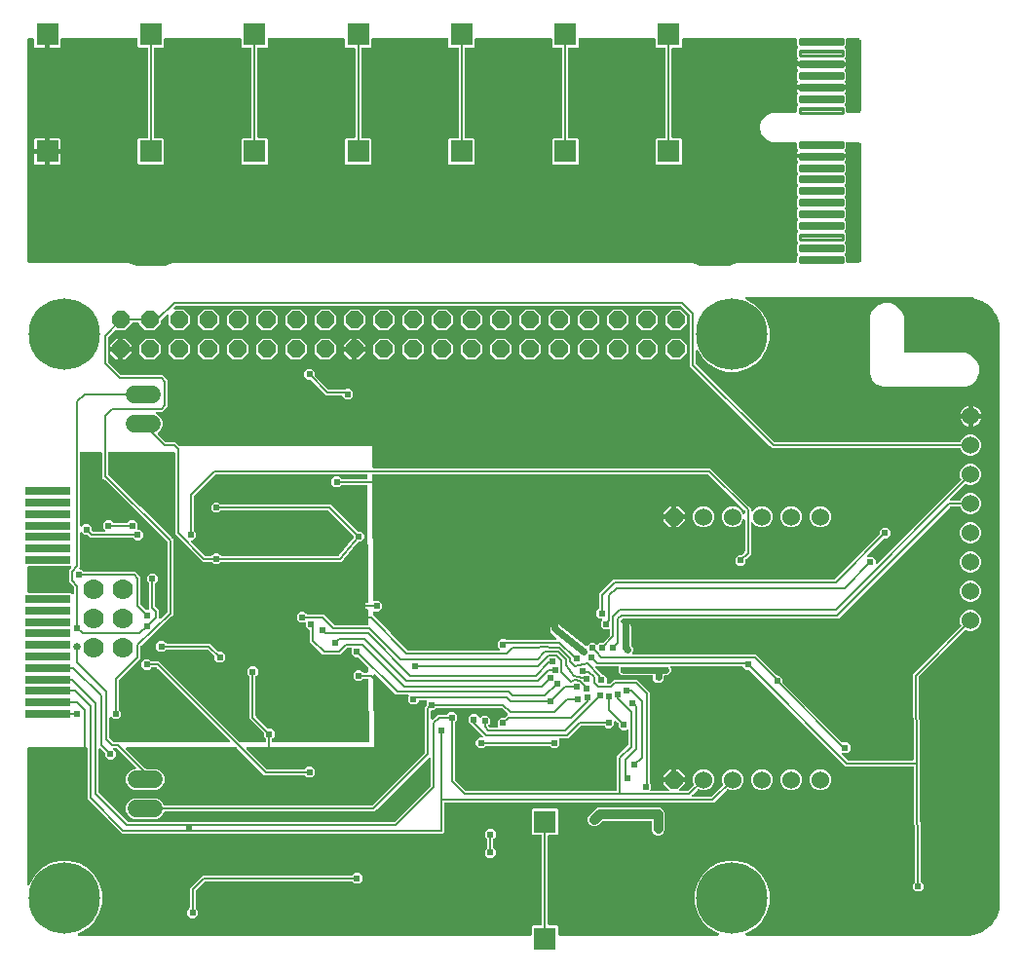
<source format=gbr>
G04 EAGLE Gerber RS-274X export*
G75*
%MOMM*%
%FSLAX34Y34*%
%LPD*%
%INBottom Copper*%
%IPPOS*%
%AMOC8*
5,1,8,0,0,1.08239X$1,22.5*%
G01*
%ADD10C,1.524000*%
%ADD11C,6.200000*%
%ADD12P,1.649562X8X22.500000*%
%ADD13R,4.000000X0.750000*%
%ADD14C,0.280000*%
%ADD15R,1.981200X1.981200*%
%ADD16C,1.778000*%
%ADD17P,1.649562X8X112.500000*%
%ADD18C,1.524000*%
%ADD19C,0.609600*%
%ADD20C,0.609600*%
%ADD21C,0.203200*%
%ADD22C,0.812800*%
%ADD23C,0.152400*%
%ADD24C,0.654800*%

G36*
X440049Y2549D02*
X440049Y2549D01*
X440108Y2547D01*
X440189Y2569D01*
X440273Y2581D01*
X440326Y2604D01*
X440383Y2619D01*
X440455Y2662D01*
X440532Y2697D01*
X440577Y2735D01*
X440627Y2764D01*
X440685Y2826D01*
X440749Y2880D01*
X440782Y2929D01*
X440822Y2972D01*
X440860Y3047D01*
X440907Y3117D01*
X440925Y3173D01*
X440951Y3225D01*
X440963Y3293D01*
X440993Y3388D01*
X440995Y3488D01*
X441007Y3556D01*
X441007Y10538D01*
X441900Y11431D01*
X448882Y11431D01*
X448939Y11439D01*
X448998Y11437D01*
X449079Y11459D01*
X449163Y11471D01*
X449216Y11494D01*
X449273Y11509D01*
X449345Y11552D01*
X449422Y11587D01*
X449467Y11625D01*
X449517Y11654D01*
X449575Y11716D01*
X449639Y11770D01*
X449672Y11819D01*
X449712Y11862D01*
X449750Y11937D01*
X449797Y12007D01*
X449815Y12063D01*
X449841Y12115D01*
X449853Y12183D01*
X449883Y12278D01*
X449885Y12378D01*
X449897Y12446D01*
X449897Y89154D01*
X449889Y89212D01*
X449890Y89270D01*
X449869Y89352D01*
X449857Y89436D01*
X449833Y89489D01*
X449818Y89545D01*
X449775Y89618D01*
X449741Y89695D01*
X449703Y89740D01*
X449673Y89790D01*
X449611Y89848D01*
X449557Y89912D01*
X449508Y89944D01*
X449466Y89984D01*
X449391Y90023D01*
X449320Y90070D01*
X449265Y90087D01*
X449213Y90114D01*
X449145Y90125D01*
X449049Y90155D01*
X448950Y90158D01*
X448882Y90169D01*
X441900Y90169D01*
X441007Y91062D01*
X441007Y112138D01*
X441900Y113031D01*
X462975Y113031D01*
X463868Y112138D01*
X463868Y91062D01*
X462975Y90169D01*
X455993Y90169D01*
X455936Y90161D01*
X455877Y90163D01*
X455796Y90141D01*
X455712Y90129D01*
X455659Y90106D01*
X455602Y90091D01*
X455530Y90048D01*
X455453Y90013D01*
X455408Y89975D01*
X455358Y89946D01*
X455300Y89884D01*
X455236Y89830D01*
X455203Y89781D01*
X455163Y89738D01*
X455125Y89663D01*
X455078Y89593D01*
X455060Y89537D01*
X455034Y89485D01*
X455022Y89417D01*
X454992Y89322D01*
X454990Y89222D01*
X454978Y89154D01*
X454978Y12446D01*
X454986Y12388D01*
X454985Y12330D01*
X455006Y12248D01*
X455018Y12164D01*
X455042Y12111D01*
X455057Y12055D01*
X455100Y11982D01*
X455134Y11905D01*
X455172Y11860D01*
X455202Y11810D01*
X455264Y11752D01*
X455318Y11688D01*
X455367Y11656D01*
X455409Y11616D01*
X455484Y11577D01*
X455555Y11530D01*
X455610Y11513D01*
X455662Y11486D01*
X455730Y11475D01*
X455826Y11445D01*
X455925Y11442D01*
X455993Y11431D01*
X462975Y11431D01*
X463868Y10538D01*
X463868Y3556D01*
X463876Y3498D01*
X463875Y3440D01*
X463896Y3358D01*
X463908Y3274D01*
X463932Y3221D01*
X463947Y3165D01*
X463990Y3092D01*
X464024Y3015D01*
X464062Y2970D01*
X464092Y2920D01*
X464154Y2862D01*
X464208Y2798D01*
X464257Y2766D01*
X464299Y2726D01*
X464374Y2687D01*
X464445Y2640D01*
X464500Y2623D01*
X464552Y2596D01*
X464620Y2585D01*
X464716Y2555D01*
X464815Y2552D01*
X464883Y2541D01*
X602762Y2541D01*
X602772Y2542D01*
X602782Y2541D01*
X602913Y2562D01*
X603044Y2581D01*
X603053Y2585D01*
X603062Y2586D01*
X603183Y2643D01*
X603303Y2697D01*
X603311Y2703D01*
X603319Y2707D01*
X603419Y2795D01*
X603520Y2880D01*
X603526Y2889D01*
X603533Y2895D01*
X603604Y3007D01*
X603678Y3117D01*
X603681Y3126D01*
X603686Y3135D01*
X603724Y3262D01*
X603763Y3388D01*
X603764Y3398D01*
X603767Y3407D01*
X603767Y3540D01*
X603771Y3672D01*
X603768Y3682D01*
X603768Y3692D01*
X603732Y3820D01*
X603699Y3947D01*
X603694Y3956D01*
X603691Y3965D01*
X603621Y4078D01*
X603554Y4192D01*
X603547Y4199D01*
X603541Y4207D01*
X603443Y4295D01*
X603346Y4386D01*
X603338Y4391D01*
X603330Y4397D01*
X603279Y4421D01*
X603093Y4516D01*
X603058Y4522D01*
X603025Y4537D01*
X602446Y4692D01*
X595029Y8974D01*
X588974Y15029D01*
X584692Y22446D01*
X582475Y30718D01*
X582475Y39282D01*
X584692Y47554D01*
X588974Y54971D01*
X595029Y61026D01*
X602446Y65308D01*
X610718Y67525D01*
X619282Y67525D01*
X627554Y65308D01*
X634971Y61026D01*
X641026Y54971D01*
X645308Y47554D01*
X647525Y39282D01*
X647525Y30718D01*
X645308Y22446D01*
X641026Y15029D01*
X634971Y8974D01*
X627554Y4692D01*
X626975Y4537D01*
X626966Y4533D01*
X626956Y4531D01*
X626835Y4477D01*
X626713Y4425D01*
X626706Y4419D01*
X626697Y4415D01*
X626596Y4329D01*
X626493Y4246D01*
X626487Y4238D01*
X626480Y4231D01*
X626407Y4121D01*
X626331Y4012D01*
X626328Y4003D01*
X626322Y3995D01*
X626282Y3869D01*
X626240Y3743D01*
X626239Y3733D01*
X626237Y3724D01*
X626233Y3591D01*
X626227Y3459D01*
X626229Y3450D01*
X626229Y3440D01*
X626263Y3311D01*
X626294Y3183D01*
X626299Y3174D01*
X626301Y3165D01*
X626369Y3051D01*
X626434Y2935D01*
X626441Y2929D01*
X626446Y2920D01*
X626543Y2830D01*
X626638Y2737D01*
X626646Y2732D01*
X626654Y2726D01*
X626771Y2665D01*
X626888Y2603D01*
X626898Y2601D01*
X626907Y2596D01*
X626963Y2587D01*
X627166Y2543D01*
X627202Y2547D01*
X627238Y2541D01*
X820000Y2541D01*
X820044Y2547D01*
X820080Y2544D01*
X824216Y2869D01*
X824375Y2905D01*
X824450Y2916D01*
X832319Y5473D01*
X832574Y5597D01*
X832588Y5610D01*
X832602Y5617D01*
X839295Y10480D01*
X839500Y10678D01*
X839509Y10694D01*
X839520Y10705D01*
X844383Y17398D01*
X844516Y17649D01*
X844520Y17667D01*
X844527Y17681D01*
X847084Y25550D01*
X847105Y25671D01*
X847122Y25724D01*
X847123Y25752D01*
X847131Y25784D01*
X847456Y29920D01*
X847453Y29965D01*
X847459Y30000D01*
X847459Y530000D01*
X847453Y530044D01*
X847456Y530080D01*
X847131Y534216D01*
X847095Y534375D01*
X847084Y534450D01*
X844527Y542319D01*
X844403Y542574D01*
X844390Y542588D01*
X844383Y542602D01*
X839520Y549295D01*
X839322Y549500D01*
X839306Y549509D01*
X839295Y549520D01*
X832602Y554383D01*
X832351Y554516D01*
X832333Y554520D01*
X832319Y554527D01*
X824450Y557084D01*
X824290Y557112D01*
X824216Y557131D01*
X820080Y557456D01*
X820035Y557453D01*
X820000Y557459D01*
X627238Y557459D01*
X627228Y557458D01*
X627218Y557459D01*
X627087Y557438D01*
X626956Y557419D01*
X626947Y557415D01*
X626938Y557414D01*
X626818Y557357D01*
X626697Y557303D01*
X626689Y557297D01*
X626681Y557293D01*
X626581Y557205D01*
X626480Y557120D01*
X626474Y557111D01*
X626467Y557105D01*
X626396Y556994D01*
X626322Y556883D01*
X626319Y556873D01*
X626314Y556865D01*
X626277Y556739D01*
X626237Y556612D01*
X626236Y556602D01*
X626234Y556593D01*
X626233Y556460D01*
X626229Y556328D01*
X626232Y556318D01*
X626232Y556308D01*
X626268Y556180D01*
X626301Y556053D01*
X626306Y556044D01*
X626309Y556035D01*
X626379Y555921D01*
X626446Y555808D01*
X626453Y555801D01*
X626459Y555793D01*
X626557Y555704D01*
X626654Y555614D01*
X626662Y555609D01*
X626670Y555603D01*
X626721Y555579D01*
X626907Y555484D01*
X626942Y555478D01*
X626975Y555463D01*
X627554Y555308D01*
X634971Y551026D01*
X641026Y544971D01*
X645308Y537554D01*
X647525Y529282D01*
X647525Y520718D01*
X645308Y512446D01*
X641026Y505029D01*
X634971Y498974D01*
X627554Y494692D01*
X619282Y492475D01*
X610718Y492475D01*
X602446Y494692D01*
X595029Y498974D01*
X588974Y505029D01*
X585460Y511115D01*
X585448Y511130D01*
X585440Y511148D01*
X585361Y511242D01*
X585285Y511339D01*
X585269Y511350D01*
X585256Y511365D01*
X585154Y511433D01*
X585055Y511505D01*
X585036Y511512D01*
X585020Y511523D01*
X584902Y511560D01*
X584787Y511601D01*
X584767Y511603D01*
X584749Y511609D01*
X584626Y511612D01*
X584503Y511620D01*
X584484Y511615D01*
X584465Y511616D01*
X584346Y511585D01*
X584226Y511558D01*
X584208Y511549D01*
X584190Y511544D01*
X584084Y511482D01*
X583976Y511423D01*
X583962Y511409D01*
X583945Y511399D01*
X583861Y511309D01*
X583774Y511223D01*
X583764Y511206D01*
X583751Y511192D01*
X583695Y511082D01*
X583635Y510975D01*
X583630Y510956D01*
X583621Y510938D01*
X583609Y510866D01*
X583570Y510698D01*
X583572Y510647D01*
X583566Y510607D01*
X583566Y499948D01*
X583573Y499900D01*
X583572Y499897D01*
X583574Y499892D01*
X583578Y499861D01*
X583581Y499774D01*
X583598Y499721D01*
X583606Y499666D01*
X583641Y499587D01*
X583668Y499503D01*
X583696Y499464D01*
X583722Y499407D01*
X583818Y499294D01*
X583863Y499230D01*
X651630Y431463D01*
X651700Y431411D01*
X651764Y431351D01*
X651813Y431325D01*
X651857Y431292D01*
X651939Y431261D01*
X652017Y431221D01*
X652064Y431213D01*
X652123Y431191D01*
X652271Y431179D01*
X652348Y431166D01*
X812801Y431166D01*
X812802Y431166D01*
X812804Y431166D01*
X812944Y431186D01*
X813082Y431206D01*
X813084Y431206D01*
X813085Y431206D01*
X813211Y431263D01*
X813342Y431322D01*
X813343Y431323D01*
X813344Y431324D01*
X813452Y431415D01*
X813559Y431505D01*
X813560Y431507D01*
X813561Y431508D01*
X813569Y431521D01*
X813716Y431742D01*
X813726Y431771D01*
X813739Y431792D01*
X814572Y433805D01*
X817145Y436378D01*
X820506Y437770D01*
X824144Y437770D01*
X827505Y436378D01*
X830078Y433805D01*
X831470Y430444D01*
X831470Y426806D01*
X830078Y423445D01*
X827505Y420872D01*
X824144Y419480D01*
X820506Y419480D01*
X817145Y420872D01*
X814572Y423445D01*
X813739Y425458D01*
X813738Y425459D01*
X813738Y425460D01*
X813666Y425581D01*
X813594Y425702D01*
X813593Y425703D01*
X813592Y425705D01*
X813488Y425802D01*
X813388Y425898D01*
X813386Y425898D01*
X813385Y425899D01*
X813259Y425964D01*
X813135Y426028D01*
X813133Y426028D01*
X813132Y426029D01*
X813117Y426031D01*
X812856Y426083D01*
X812826Y426080D01*
X812801Y426084D01*
X649823Y426084D01*
X648037Y427870D01*
X580270Y495637D01*
X578484Y497423D01*
X578484Y541452D01*
X578472Y541539D01*
X578469Y541626D01*
X578452Y541679D01*
X578444Y541734D01*
X578409Y541813D01*
X578382Y541897D01*
X578354Y541936D01*
X578328Y541993D01*
X578232Y542106D01*
X578187Y542170D01*
X570745Y549612D01*
X570675Y549664D01*
X570611Y549724D01*
X570562Y549750D01*
X570518Y549783D01*
X570436Y549814D01*
X570358Y549854D01*
X570311Y549862D01*
X570252Y549884D01*
X570104Y549896D01*
X570027Y549909D01*
X131648Y549909D01*
X131561Y549897D01*
X131474Y549894D01*
X131421Y549877D01*
X131366Y549869D01*
X131287Y549834D01*
X131203Y549807D01*
X131164Y549779D01*
X131107Y549753D01*
X130994Y549657D01*
X130930Y549612D01*
X129896Y548578D01*
X129878Y548554D01*
X129856Y548535D01*
X129793Y548441D01*
X129725Y548351D01*
X129715Y548323D01*
X129698Y548299D01*
X129664Y548191D01*
X129624Y548085D01*
X129621Y548056D01*
X129613Y548028D01*
X129610Y547914D01*
X129600Y547802D01*
X129606Y547773D01*
X129605Y547744D01*
X129634Y547634D01*
X129656Y547523D01*
X129670Y547497D01*
X129677Y547469D01*
X129735Y547371D01*
X129787Y547271D01*
X129807Y547249D01*
X129822Y547224D01*
X129905Y547147D01*
X129983Y547065D01*
X130008Y547050D01*
X130030Y547030D01*
X130131Y546978D01*
X130228Y546921D01*
X130257Y546914D01*
X130283Y546900D01*
X130360Y546887D01*
X130504Y546851D01*
X130566Y546853D01*
X130614Y546845D01*
X138288Y546845D01*
X143645Y541488D01*
X143645Y533912D01*
X138288Y528555D01*
X130712Y528555D01*
X125355Y533912D01*
X125355Y541586D01*
X125351Y541615D01*
X125354Y541644D01*
X125331Y541755D01*
X125315Y541868D01*
X125303Y541894D01*
X125298Y541923D01*
X125246Y542024D01*
X125199Y542127D01*
X125180Y542149D01*
X125167Y542175D01*
X125089Y542257D01*
X125016Y542344D01*
X124991Y542360D01*
X124971Y542382D01*
X124873Y542439D01*
X124779Y542502D01*
X124751Y542510D01*
X124726Y542525D01*
X124616Y542553D01*
X124508Y542587D01*
X124478Y542588D01*
X124450Y542595D01*
X124337Y542592D01*
X124224Y542595D01*
X124195Y542587D01*
X124166Y542586D01*
X124058Y542551D01*
X123949Y542523D01*
X123923Y542508D01*
X123895Y542499D01*
X123832Y542453D01*
X123704Y542378D01*
X123661Y542332D01*
X123622Y542304D01*
X118542Y537224D01*
X118490Y537154D01*
X118430Y537090D01*
X118404Y537041D01*
X118371Y536997D01*
X118340Y536915D01*
X118300Y536837D01*
X118292Y536790D01*
X118270Y536731D01*
X118258Y536583D01*
X118245Y536506D01*
X118245Y533912D01*
X112888Y528555D01*
X105312Y528555D01*
X99955Y533912D01*
X99955Y534144D01*
X99947Y534202D01*
X99949Y534260D01*
X99927Y534342D01*
X99915Y534426D01*
X99892Y534479D01*
X99877Y534535D01*
X99834Y534608D01*
X99799Y534685D01*
X99761Y534730D01*
X99732Y534780D01*
X99670Y534838D01*
X99616Y534902D01*
X99567Y534934D01*
X99524Y534974D01*
X99449Y535013D01*
X99379Y535060D01*
X99323Y535077D01*
X99271Y535104D01*
X99203Y535115D01*
X99108Y535145D01*
X99008Y535148D01*
X98940Y535159D01*
X93860Y535159D01*
X93802Y535151D01*
X93744Y535153D01*
X93662Y535131D01*
X93578Y535119D01*
X93525Y535096D01*
X93469Y535081D01*
X93396Y535038D01*
X93319Y535003D01*
X93274Y534965D01*
X93224Y534936D01*
X93166Y534874D01*
X93102Y534820D01*
X93070Y534771D01*
X93030Y534728D01*
X92991Y534653D01*
X92944Y534583D01*
X92927Y534527D01*
X92900Y534475D01*
X92889Y534407D01*
X92859Y534312D01*
X92856Y534212D01*
X92845Y534144D01*
X92845Y533912D01*
X87488Y528555D01*
X79912Y528555D01*
X79748Y528719D01*
X79701Y528754D01*
X79661Y528797D01*
X79588Y528839D01*
X79521Y528890D01*
X79466Y528911D01*
X79416Y528941D01*
X79334Y528961D01*
X79255Y528991D01*
X79197Y528996D01*
X79140Y529011D01*
X79056Y529008D01*
X78972Y529015D01*
X78915Y529003D01*
X78856Y529002D01*
X78776Y528976D01*
X78693Y528959D01*
X78641Y528932D01*
X78586Y528914D01*
X78529Y528874D01*
X78441Y528828D01*
X78369Y528759D01*
X78312Y528719D01*
X72688Y523095D01*
X72636Y523025D01*
X72576Y522961D01*
X72550Y522912D01*
X72517Y522868D01*
X72486Y522786D01*
X72446Y522708D01*
X72438Y522661D01*
X72416Y522602D01*
X72410Y522534D01*
X72405Y522517D01*
X72403Y522450D01*
X72391Y522377D01*
X72391Y501535D01*
X72403Y501449D01*
X72406Y501361D01*
X72423Y501309D01*
X72431Y501254D01*
X72466Y501174D01*
X72493Y501091D01*
X72521Y501052D01*
X72547Y500995D01*
X72643Y500881D01*
X72688Y500818D01*
X83305Y490201D01*
X83375Y490148D01*
X83439Y490088D01*
X83488Y490063D01*
X83532Y490030D01*
X83614Y489999D01*
X83692Y489959D01*
X83739Y489951D01*
X83798Y489928D01*
X83946Y489916D01*
X84023Y489903D01*
X120115Y489903D01*
X124778Y485240D01*
X124778Y462498D01*
X120115Y457834D01*
X115281Y457834D01*
X115196Y457822D01*
X115110Y457820D01*
X115056Y457802D01*
X115000Y457794D01*
X114921Y457759D01*
X114839Y457733D01*
X114792Y457701D01*
X114740Y457678D01*
X114675Y457623D01*
X114603Y457575D01*
X114567Y457531D01*
X114523Y457495D01*
X114476Y457423D01*
X114420Y457357D01*
X114397Y457305D01*
X114366Y457258D01*
X114340Y457176D01*
X114305Y457097D01*
X114297Y457041D01*
X114280Y456987D01*
X114278Y456901D01*
X114266Y456816D01*
X114274Y456760D01*
X114273Y456703D01*
X114294Y456620D01*
X114307Y456534D01*
X114330Y456483D01*
X114344Y456428D01*
X114388Y456354D01*
X114424Y456275D01*
X114461Y456232D01*
X114490Y456183D01*
X114552Y456124D01*
X114608Y456059D01*
X114650Y456033D01*
X114697Y455989D01*
X114826Y455923D01*
X114893Y455881D01*
X115988Y455428D01*
X118560Y452855D01*
X119952Y449494D01*
X119952Y445856D01*
X118560Y442495D01*
X115978Y439913D01*
X115943Y439866D01*
X115901Y439826D01*
X115858Y439753D01*
X115807Y439686D01*
X115787Y439631D01*
X115757Y439581D01*
X115736Y439499D01*
X115706Y439420D01*
X115701Y439362D01*
X115687Y439305D01*
X115690Y439221D01*
X115683Y439137D01*
X115694Y439080D01*
X115696Y439021D01*
X115722Y438941D01*
X115738Y438858D01*
X115765Y438806D01*
X115783Y438751D01*
X115823Y438694D01*
X115869Y438606D01*
X115938Y438534D01*
X115978Y438477D01*
X122993Y431463D01*
X123062Y431411D01*
X123126Y431351D01*
X123176Y431325D01*
X123220Y431292D01*
X123301Y431261D01*
X123379Y431221D01*
X123427Y431213D01*
X123485Y431191D01*
X123633Y431179D01*
X123710Y431166D01*
X131227Y431166D01*
X134486Y427907D01*
X134556Y427855D01*
X134620Y427795D01*
X134669Y427769D01*
X134713Y427736D01*
X134795Y427705D01*
X134873Y427665D01*
X134920Y427657D01*
X134979Y427635D01*
X135127Y427623D01*
X135204Y427610D01*
X302203Y427610D01*
X302310Y409950D01*
X302318Y409895D01*
X302316Y409840D01*
X302338Y409755D01*
X302351Y409669D01*
X302374Y409618D01*
X302388Y409565D01*
X302433Y409489D01*
X302469Y409410D01*
X302505Y409368D01*
X302533Y409320D01*
X302597Y409260D01*
X302654Y409194D01*
X302700Y409164D01*
X302741Y409126D01*
X302818Y409086D01*
X302892Y409038D01*
X302945Y409021D01*
X302994Y408996D01*
X303064Y408985D01*
X303163Y408954D01*
X303259Y408952D01*
X303325Y408941D01*
X596365Y408941D01*
X629405Y375901D01*
X631191Y374115D01*
X631191Y372474D01*
X631195Y372445D01*
X631192Y372416D01*
X631215Y372305D01*
X631231Y372193D01*
X631243Y372166D01*
X631248Y372137D01*
X631301Y372037D01*
X631347Y371933D01*
X631366Y371911D01*
X631379Y371885D01*
X631457Y371803D01*
X631530Y371716D01*
X631555Y371700D01*
X631575Y371679D01*
X631673Y371622D01*
X631767Y371559D01*
X631795Y371550D01*
X631820Y371535D01*
X631930Y371507D01*
X632038Y371473D01*
X632068Y371472D01*
X632096Y371465D01*
X632209Y371469D01*
X632322Y371466D01*
X632351Y371473D01*
X632380Y371474D01*
X632488Y371509D01*
X632597Y371538D01*
X632623Y371553D01*
X632651Y371562D01*
X632714Y371607D01*
X632842Y371683D01*
X632885Y371728D01*
X632924Y371756D01*
X635520Y374353D01*
X638881Y375745D01*
X642519Y375745D01*
X645880Y374353D01*
X648453Y371780D01*
X649845Y368419D01*
X649845Y364781D01*
X648453Y361420D01*
X645880Y358847D01*
X642519Y357455D01*
X638881Y357455D01*
X635520Y358847D01*
X632924Y361444D01*
X632900Y361461D01*
X632881Y361484D01*
X632787Y361546D01*
X632697Y361614D01*
X632669Y361625D01*
X632645Y361641D01*
X632537Y361675D01*
X632431Y361716D01*
X632402Y361718D01*
X632374Y361727D01*
X632260Y361730D01*
X632148Y361739D01*
X632119Y361733D01*
X632090Y361734D01*
X631980Y361706D01*
X631869Y361683D01*
X631843Y361670D01*
X631815Y361662D01*
X631717Y361605D01*
X631617Y361552D01*
X631595Y361532D01*
X631570Y361517D01*
X631493Y361435D01*
X631411Y361357D01*
X631396Y361331D01*
X631376Y361310D01*
X631324Y361209D01*
X631267Y361111D01*
X631260Y361083D01*
X631246Y361057D01*
X631233Y360979D01*
X631197Y360836D01*
X631199Y360773D01*
X631191Y360726D01*
X631191Y333910D01*
X627170Y329889D01*
X627118Y329820D01*
X627058Y329756D01*
X627032Y329706D01*
X626999Y329662D01*
X626968Y329581D01*
X626928Y329503D01*
X626920Y329455D01*
X626898Y329397D01*
X626886Y329249D01*
X626873Y329172D01*
X626873Y326718D01*
X624194Y324040D01*
X620406Y324040D01*
X617727Y326718D01*
X617727Y330507D01*
X620406Y333185D01*
X622859Y333185D01*
X622946Y333197D01*
X623033Y333200D01*
X623086Y333217D01*
X623141Y333225D01*
X623220Y333261D01*
X623304Y333288D01*
X623343Y333316D01*
X623400Y333341D01*
X623513Y333437D01*
X623577Y333483D01*
X625812Y335718D01*
X625864Y335787D01*
X625924Y335851D01*
X625950Y335901D01*
X625983Y335945D01*
X626014Y336026D01*
X626054Y336104D01*
X626062Y336152D01*
X626084Y336210D01*
X626096Y336358D01*
X626109Y336435D01*
X626109Y363696D01*
X626097Y363781D01*
X626095Y363867D01*
X626077Y363921D01*
X626069Y363977D01*
X626034Y364055D01*
X626008Y364137D01*
X625976Y364185D01*
X625953Y364236D01*
X625898Y364302D01*
X625850Y364373D01*
X625806Y364410D01*
X625770Y364453D01*
X625698Y364501D01*
X625632Y364556D01*
X625580Y364580D01*
X625533Y364611D01*
X625451Y364637D01*
X625372Y364672D01*
X625316Y364680D01*
X625262Y364697D01*
X625176Y364699D01*
X625091Y364711D01*
X625035Y364703D01*
X624978Y364704D01*
X624895Y364682D01*
X624809Y364670D01*
X624758Y364647D01*
X624703Y364632D01*
X624629Y364588D01*
X624550Y364553D01*
X624507Y364516D01*
X624458Y364487D01*
X624399Y364424D01*
X624334Y364369D01*
X624308Y364327D01*
X624264Y364280D01*
X624198Y364151D01*
X624156Y364084D01*
X623053Y361420D01*
X620480Y358847D01*
X617119Y357455D01*
X613481Y357455D01*
X610120Y358847D01*
X607547Y361420D01*
X606155Y364781D01*
X606155Y368419D01*
X607547Y371780D01*
X610120Y374353D01*
X613481Y375745D01*
X617119Y375745D01*
X620480Y374353D01*
X623053Y371780D01*
X624156Y369116D01*
X624200Y369042D01*
X624235Y368964D01*
X624272Y368920D01*
X624301Y368871D01*
X624363Y368812D01*
X624419Y368747D01*
X624466Y368715D01*
X624507Y368676D01*
X624584Y368637D01*
X624655Y368589D01*
X624709Y368572D01*
X624760Y368546D01*
X624844Y368529D01*
X624926Y368503D01*
X624983Y368502D01*
X625039Y368491D01*
X625124Y368498D01*
X625210Y368496D01*
X625265Y368510D01*
X625322Y368515D01*
X625402Y368546D01*
X625485Y368568D01*
X625534Y368597D01*
X625587Y368617D01*
X625656Y368669D01*
X625730Y368713D01*
X625769Y368754D01*
X625814Y368789D01*
X625866Y368858D01*
X625924Y368920D01*
X625950Y368971D01*
X625984Y369016D01*
X626015Y369097D01*
X626054Y369173D01*
X626062Y369222D01*
X626085Y369282D01*
X626096Y369427D01*
X626109Y369504D01*
X626109Y371590D01*
X626097Y371676D01*
X626094Y371764D01*
X626077Y371816D01*
X626069Y371871D01*
X626034Y371951D01*
X626007Y372034D01*
X625979Y372073D01*
X625953Y372130D01*
X625857Y372244D01*
X625812Y372307D01*
X594557Y403562D01*
X594488Y403614D01*
X594424Y403674D01*
X594374Y403700D01*
X594330Y403733D01*
X594249Y403764D01*
X594171Y403804D01*
X594123Y403812D01*
X594065Y403834D01*
X593917Y403846D01*
X593840Y403859D01*
X303368Y403859D01*
X303307Y403851D01*
X303245Y403852D01*
X303167Y403831D01*
X303086Y403819D01*
X303030Y403794D01*
X302971Y403778D01*
X302901Y403736D01*
X302827Y403703D01*
X302780Y403663D01*
X302727Y403632D01*
X302672Y403572D01*
X302610Y403520D01*
X302576Y403468D01*
X302534Y403423D01*
X302497Y403351D01*
X302452Y403283D01*
X302434Y403224D01*
X302406Y403169D01*
X302395Y403103D01*
X302367Y403012D01*
X302364Y402908D01*
X302353Y402838D01*
X303005Y294455D01*
X303009Y294429D01*
X303007Y294403D01*
X303030Y294288D01*
X303047Y294173D01*
X303058Y294150D01*
X303063Y294124D01*
X303117Y294020D01*
X303165Y293915D01*
X303182Y293895D01*
X303194Y293872D01*
X303274Y293787D01*
X303350Y293699D01*
X303372Y293684D01*
X303390Y293665D01*
X303490Y293607D01*
X303587Y293543D01*
X303612Y293535D01*
X303635Y293522D01*
X303747Y293493D01*
X303859Y293459D01*
X303885Y293458D01*
X303911Y293452D01*
X304027Y293455D01*
X304143Y293453D01*
X304168Y293460D01*
X304195Y293461D01*
X304305Y293496D01*
X304310Y293498D01*
X308282Y293498D01*
X310960Y290819D01*
X310960Y287031D01*
X308282Y284352D01*
X304088Y284352D01*
X304027Y284344D01*
X303965Y284345D01*
X303887Y284324D01*
X303806Y284312D01*
X303750Y284287D01*
X303691Y284271D01*
X303621Y284229D01*
X303547Y284196D01*
X303500Y284156D01*
X303447Y284125D01*
X303392Y284065D01*
X303330Y284013D01*
X303296Y283961D01*
X303254Y283916D01*
X303217Y283844D01*
X303172Y283776D01*
X303154Y283717D01*
X303126Y283662D01*
X303115Y283596D01*
X303086Y283505D01*
X303084Y283401D01*
X303073Y283331D01*
X303081Y281956D01*
X303091Y281885D01*
X303092Y281814D01*
X303112Y281745D01*
X303122Y281675D01*
X303152Y281610D01*
X303172Y281541D01*
X303206Y281491D01*
X303240Y281416D01*
X303318Y281325D01*
X303360Y281263D01*
X303435Y281183D01*
X303446Y281174D01*
X303453Y281165D01*
X304308Y280310D01*
X304322Y280279D01*
X304402Y280184D01*
X304445Y280121D01*
X332578Y250507D01*
X332657Y250444D01*
X332730Y250376D01*
X332768Y250356D01*
X332801Y250330D01*
X332894Y250292D01*
X332983Y250246D01*
X333020Y250240D01*
X333064Y250222D01*
X333245Y250202D01*
X333314Y250191D01*
X412404Y250191D01*
X412433Y250195D01*
X412462Y250192D01*
X412573Y250215D01*
X412685Y250231D01*
X412712Y250243D01*
X412741Y250248D01*
X412842Y250301D01*
X412945Y250347D01*
X412967Y250366D01*
X412993Y250379D01*
X413075Y250457D01*
X413162Y250530D01*
X413178Y250555D01*
X413199Y250575D01*
X413257Y250673D01*
X413319Y250767D01*
X413328Y250795D01*
X413343Y250820D01*
X413371Y250930D01*
X413405Y251038D01*
X413406Y251068D01*
X413413Y251096D01*
X413410Y251209D01*
X413412Y251322D01*
X413405Y251351D01*
X413404Y251380D01*
X413369Y251488D01*
X413341Y251597D01*
X413326Y251623D01*
X413317Y251651D01*
X413271Y251714D01*
X413195Y251842D01*
X413150Y251885D01*
X413122Y251924D01*
X411352Y253693D01*
X411352Y257482D01*
X414031Y260160D01*
X417819Y260160D01*
X417965Y260014D01*
X418035Y259961D01*
X418100Y259901D01*
X418149Y259876D01*
X418192Y259843D01*
X418275Y259812D01*
X418353Y259772D01*
X418400Y259764D01*
X418458Y259742D01*
X418607Y259730D01*
X418684Y259717D01*
X461610Y259755D01*
X461694Y259767D01*
X461780Y259769D01*
X461834Y259787D01*
X461891Y259795D01*
X461969Y259830D01*
X462051Y259856D01*
X462098Y259888D01*
X462150Y259911D01*
X462216Y259966D01*
X462287Y260014D01*
X462324Y260058D01*
X462367Y260095D01*
X462415Y260166D01*
X462470Y260232D01*
X462493Y260284D01*
X462525Y260332D01*
X462550Y260413D01*
X462585Y260491D01*
X462593Y260548D01*
X462610Y260603D01*
X462612Y260688D01*
X462624Y260773D01*
X462616Y260830D01*
X462617Y260887D01*
X462596Y260970D01*
X462583Y261054D01*
X462560Y261107D01*
X462545Y261162D01*
X462502Y261235D01*
X462466Y261313D01*
X462433Y261350D01*
X462400Y261406D01*
X462295Y261505D01*
X462242Y261563D01*
X458003Y264947D01*
X457026Y266717D01*
X456801Y268725D01*
X457361Y270667D01*
X458622Y272247D01*
X460392Y273224D01*
X462400Y273449D01*
X464342Y272889D01*
X487624Y254304D01*
X487626Y254303D01*
X487627Y254302D01*
X487751Y254229D01*
X487869Y254159D01*
X487871Y254159D01*
X487872Y254158D01*
X488008Y254123D01*
X488145Y254088D01*
X488146Y254088D01*
X488148Y254088D01*
X488289Y254092D01*
X488429Y254096D01*
X488430Y254097D01*
X488432Y254097D01*
X488563Y254139D01*
X488700Y254183D01*
X488701Y254184D01*
X488702Y254184D01*
X488714Y254193D01*
X488936Y254341D01*
X488955Y254365D01*
X488976Y254379D01*
X491650Y257053D01*
X495438Y257053D01*
X496913Y255578D01*
X496960Y255543D01*
X497000Y255501D01*
X497073Y255458D01*
X497140Y255407D01*
X497195Y255387D01*
X497246Y255357D01*
X497327Y255336D01*
X497406Y255306D01*
X497464Y255301D01*
X497521Y255287D01*
X497605Y255290D01*
X497689Y255283D01*
X497747Y255294D01*
X497805Y255296D01*
X497886Y255322D01*
X497968Y255339D01*
X498020Y255365D01*
X498076Y255383D01*
X498132Y255424D01*
X498220Y255470D01*
X498293Y255538D01*
X498349Y255578D01*
X499756Y256985D01*
X502194Y256985D01*
X502282Y256998D01*
X502371Y257001D01*
X502422Y257017D01*
X502476Y257025D01*
X502557Y257061D01*
X502641Y257089D01*
X502679Y257116D01*
X502735Y257141D01*
X502850Y257239D01*
X502914Y257284D01*
X508881Y263281D01*
X508932Y263349D01*
X508991Y263412D01*
X509017Y263463D01*
X509051Y263508D01*
X509081Y263589D01*
X509121Y263666D01*
X509129Y263714D01*
X509152Y263774D01*
X509163Y263919D01*
X509176Y263997D01*
X509176Y268237D01*
X509172Y268266D01*
X509175Y268295D01*
X509152Y268407D01*
X509136Y268519D01*
X509125Y268545D01*
X509119Y268574D01*
X509066Y268675D01*
X509020Y268778D01*
X509001Y268800D01*
X508988Y268826D01*
X508910Y268909D01*
X508837Y268995D01*
X508812Y269011D01*
X508792Y269033D01*
X508694Y269090D01*
X508600Y269153D01*
X508572Y269161D01*
X508547Y269176D01*
X508437Y269204D01*
X508329Y269238D01*
X508299Y269239D01*
X508271Y269246D01*
X508158Y269243D01*
X508045Y269246D01*
X508016Y269238D01*
X507987Y269237D01*
X507879Y269202D01*
X507770Y269174D01*
X507745Y269159D01*
X507716Y269150D01*
X507653Y269104D01*
X507525Y269029D01*
X507482Y268983D01*
X507443Y268955D01*
X507272Y268784D01*
X503484Y268784D01*
X500805Y271462D01*
X500805Y275250D01*
X501824Y276269D01*
X501841Y276293D01*
X501864Y276312D01*
X501926Y276406D01*
X501995Y276496D01*
X502005Y276524D01*
X502021Y276548D01*
X502055Y276656D01*
X502096Y276762D01*
X502098Y276791D01*
X502107Y276819D01*
X502110Y276933D01*
X502119Y277045D01*
X502114Y277074D01*
X502114Y277103D01*
X502086Y277213D01*
X502063Y277324D01*
X502050Y277350D01*
X502042Y277378D01*
X501985Y277476D01*
X501932Y277576D01*
X501912Y277598D01*
X501897Y277623D01*
X501815Y277700D01*
X501737Y277782D01*
X501711Y277797D01*
X501690Y277817D01*
X501589Y277869D01*
X501491Y277926D01*
X501463Y277933D01*
X501437Y277947D01*
X501359Y277960D01*
X501216Y277996D01*
X501153Y277994D01*
X501106Y278002D01*
X499756Y278002D01*
X497077Y280681D01*
X497077Y284469D01*
X498812Y286204D01*
X498864Y286274D01*
X498924Y286337D01*
X498950Y286387D01*
X498983Y286431D01*
X499014Y286513D01*
X499054Y286591D01*
X499062Y286638D01*
X499084Y286697D01*
X499096Y286844D01*
X499109Y286922D01*
X499109Y299502D01*
X511710Y312103D01*
X703377Y312103D01*
X703464Y312115D01*
X703551Y312118D01*
X703604Y312135D01*
X703659Y312143D01*
X703738Y312179D01*
X703822Y312206D01*
X703861Y312234D01*
X703918Y312259D01*
X704031Y312355D01*
X704095Y312401D01*
X742842Y351148D01*
X742895Y351218D01*
X742955Y351282D01*
X742980Y351331D01*
X743013Y351375D01*
X743044Y351457D01*
X743084Y351535D01*
X743092Y351582D01*
X743115Y351641D01*
X743127Y351789D01*
X743140Y351866D01*
X743140Y354319D01*
X745818Y356998D01*
X749607Y356998D01*
X752285Y354319D01*
X752285Y350531D01*
X749607Y347852D01*
X747153Y347852D01*
X747067Y347840D01*
X746979Y347837D01*
X746927Y347820D01*
X746872Y347812D01*
X746792Y347777D01*
X746709Y347750D01*
X746670Y347722D01*
X746613Y347696D01*
X746499Y347600D01*
X746436Y347555D01*
X732212Y333331D01*
X732194Y333307D01*
X732171Y333288D01*
X732109Y333194D01*
X732041Y333104D01*
X732030Y333076D01*
X732014Y333052D01*
X731980Y332944D01*
X731939Y332838D01*
X731937Y332809D01*
X731928Y332781D01*
X731925Y332667D01*
X731916Y332555D01*
X731922Y332526D01*
X731921Y332497D01*
X731949Y332387D01*
X731972Y332276D01*
X731985Y332250D01*
X731993Y332222D01*
X732050Y332124D01*
X732103Y332024D01*
X732123Y332002D01*
X732138Y331977D01*
X732220Y331900D01*
X732298Y331818D01*
X732324Y331803D01*
X732345Y331783D01*
X732446Y331731D01*
X732544Y331674D01*
X732572Y331667D01*
X732598Y331653D01*
X732676Y331640D01*
X732819Y331604D01*
X732882Y331606D01*
X732929Y331598D01*
X736907Y331598D01*
X739585Y328919D01*
X739585Y326529D01*
X739589Y326500D01*
X739587Y326471D01*
X739609Y326360D01*
X739625Y326248D01*
X739637Y326221D01*
X739643Y326192D01*
X739695Y326092D01*
X739741Y325988D01*
X739760Y325966D01*
X739774Y325940D01*
X739852Y325858D01*
X739925Y325771D01*
X739949Y325755D01*
X739970Y325734D01*
X740067Y325677D01*
X740162Y325614D01*
X740190Y325605D01*
X740215Y325590D01*
X740324Y325562D01*
X740433Y325528D01*
X740462Y325527D01*
X740490Y325520D01*
X740603Y325524D01*
X740717Y325521D01*
X740745Y325528D01*
X740775Y325529D01*
X740882Y325564D01*
X740992Y325593D01*
X741017Y325608D01*
X741045Y325617D01*
X741109Y325662D01*
X741236Y325738D01*
X741279Y325784D01*
X741318Y325812D01*
X813794Y398287D01*
X813795Y398288D01*
X813796Y398289D01*
X813882Y398404D01*
X813965Y398514D01*
X813965Y398516D01*
X813966Y398517D01*
X814017Y398650D01*
X814066Y398780D01*
X814066Y398781D01*
X814067Y398783D01*
X814078Y398927D01*
X814090Y399063D01*
X814089Y399065D01*
X814089Y399066D01*
X814086Y399082D01*
X814034Y399342D01*
X814020Y399369D01*
X814014Y399393D01*
X813180Y401406D01*
X813180Y405044D01*
X814572Y408405D01*
X817145Y410978D01*
X820506Y412370D01*
X824144Y412370D01*
X827505Y410978D01*
X830078Y408405D01*
X831470Y405044D01*
X831470Y401406D01*
X830078Y398045D01*
X827505Y395472D01*
X824144Y394080D01*
X820506Y394080D01*
X818493Y394914D01*
X818492Y394914D01*
X818490Y394915D01*
X818356Y394949D01*
X818218Y394985D01*
X818216Y394985D01*
X818215Y394985D01*
X818074Y394981D01*
X817934Y394977D01*
X817932Y394976D01*
X817931Y394976D01*
X817798Y394933D01*
X817663Y394890D01*
X817662Y394889D01*
X817660Y394889D01*
X817648Y394880D01*
X817427Y394732D01*
X817407Y394708D01*
X817387Y394694D01*
X804792Y382099D01*
X804774Y382075D01*
X804752Y382056D01*
X804689Y381962D01*
X804621Y381872D01*
X804611Y381844D01*
X804594Y381820D01*
X804560Y381712D01*
X804520Y381606D01*
X804517Y381577D01*
X804509Y381549D01*
X804506Y381435D01*
X804496Y381323D01*
X804502Y381294D01*
X804501Y381265D01*
X804530Y381155D01*
X804552Y381044D01*
X804566Y381018D01*
X804573Y380990D01*
X804631Y380892D01*
X804683Y380792D01*
X804703Y380770D01*
X804718Y380745D01*
X804801Y380668D01*
X804879Y380586D01*
X804904Y380571D01*
X804926Y380551D01*
X805027Y380499D01*
X805124Y380442D01*
X805153Y380435D01*
X805179Y380421D01*
X805256Y380408D01*
X805400Y380372D01*
X805462Y380374D01*
X805510Y380366D01*
X812801Y380366D01*
X812802Y380366D01*
X812804Y380366D01*
X812944Y380386D01*
X813082Y380406D01*
X813084Y380406D01*
X813085Y380406D01*
X813211Y380463D01*
X813342Y380522D01*
X813343Y380523D01*
X813344Y380524D01*
X813452Y380615D01*
X813559Y380705D01*
X813560Y380707D01*
X813561Y380708D01*
X813569Y380721D01*
X813716Y380942D01*
X813726Y380971D01*
X813739Y380992D01*
X814572Y383005D01*
X817145Y385578D01*
X820506Y386970D01*
X824144Y386970D01*
X827505Y385578D01*
X830078Y383005D01*
X831470Y379644D01*
X831470Y376006D01*
X830078Y372645D01*
X827505Y370072D01*
X824144Y368680D01*
X820506Y368680D01*
X817145Y370072D01*
X814572Y372645D01*
X813739Y374658D01*
X813738Y374659D01*
X813738Y374660D01*
X813666Y374781D01*
X813594Y374902D01*
X813593Y374903D01*
X813592Y374905D01*
X813488Y375002D01*
X813388Y375098D01*
X813386Y375098D01*
X813385Y375099D01*
X813259Y375164D01*
X813135Y375228D01*
X813133Y375228D01*
X813132Y375229D01*
X813117Y375231D01*
X812856Y375283D01*
X812826Y375280D01*
X812801Y375284D01*
X804748Y375284D01*
X804661Y375272D01*
X804574Y375269D01*
X804521Y375252D01*
X804466Y375244D01*
X804387Y375209D01*
X804303Y375182D01*
X804264Y375154D01*
X804207Y375128D01*
X804094Y375032D01*
X804030Y374987D01*
X707490Y278447D01*
X520585Y278447D01*
X520499Y278435D01*
X520411Y278432D01*
X520359Y278415D01*
X520304Y278407D01*
X520224Y278371D01*
X520141Y278344D01*
X520102Y278316D01*
X520045Y278291D01*
X519931Y278195D01*
X519868Y278149D01*
X518776Y277057D01*
X518723Y276988D01*
X518663Y276924D01*
X518638Y276874D01*
X518605Y276830D01*
X518574Y276749D01*
X518534Y276671D01*
X518526Y276623D01*
X518503Y276565D01*
X518491Y276417D01*
X518478Y276340D01*
X518478Y275316D01*
X518494Y275202D01*
X518504Y275088D01*
X518514Y275062D01*
X518518Y275034D01*
X518565Y274930D01*
X518606Y274822D01*
X518623Y274800D01*
X518634Y274775D01*
X518708Y274687D01*
X518778Y274596D01*
X518800Y274579D01*
X518818Y274558D01*
X518913Y274494D01*
X519006Y274426D01*
X519031Y274416D01*
X519055Y274400D01*
X519164Y274366D01*
X519272Y274325D01*
X519299Y274323D01*
X519326Y274315D01*
X519441Y274312D01*
X519555Y274303D01*
X519579Y274308D01*
X519610Y274307D01*
X519867Y274374D01*
X519882Y274378D01*
X521277Y274956D01*
X523298Y274956D01*
X525166Y274182D01*
X526595Y272753D01*
X527368Y270886D01*
X527368Y254938D01*
X527380Y254851D01*
X527383Y254764D01*
X527400Y254711D01*
X527408Y254656D01*
X527444Y254576D01*
X527471Y254493D01*
X527499Y254454D01*
X527524Y254397D01*
X527620Y254283D01*
X527666Y254220D01*
X528182Y253703D01*
X528956Y251836D01*
X528956Y249814D01*
X528359Y248373D01*
X528330Y248261D01*
X528295Y248152D01*
X528295Y248124D01*
X528288Y248097D01*
X528291Y247982D01*
X528288Y247867D01*
X528295Y247841D01*
X528296Y247813D01*
X528331Y247704D01*
X528360Y247592D01*
X528374Y247569D01*
X528382Y247542D01*
X528447Y247447D01*
X528505Y247348D01*
X528525Y247329D01*
X528541Y247306D01*
X528629Y247232D01*
X528713Y247154D01*
X528737Y247141D01*
X528758Y247123D01*
X528863Y247077D01*
X528966Y247024D01*
X528990Y247020D01*
X529018Y247008D01*
X529284Y246971D01*
X529297Y246969D01*
X529300Y246969D01*
X633152Y247015D01*
X633156Y247016D01*
X634621Y247016D01*
X634622Y247016D01*
X635677Y247016D01*
X636440Y246253D01*
X637460Y245234D01*
X637462Y245231D01*
X653986Y228708D01*
X654055Y228655D01*
X654119Y228595D01*
X654169Y228570D01*
X654213Y228537D01*
X654294Y228506D01*
X654372Y228466D01*
X654420Y228458D01*
X654478Y228435D01*
X654626Y228423D01*
X654703Y228410D01*
X655944Y228410D01*
X658623Y225732D01*
X658623Y223278D01*
X658635Y223192D01*
X658638Y223104D01*
X658655Y223052D01*
X658663Y222997D01*
X658698Y222917D01*
X658725Y222834D01*
X658753Y222795D01*
X658779Y222738D01*
X658875Y222624D01*
X658920Y222561D01*
X710711Y170770D01*
X710780Y170718D01*
X710844Y170658D01*
X710894Y170632D01*
X710938Y170599D01*
X711019Y170568D01*
X711097Y170528D01*
X711145Y170520D01*
X711203Y170498D01*
X711351Y170486D01*
X711428Y170473D01*
X715094Y170473D01*
X717773Y167794D01*
X717773Y164006D01*
X715094Y161327D01*
X711492Y161327D01*
X711463Y161323D01*
X711434Y161326D01*
X711323Y161303D01*
X711210Y161287D01*
X711184Y161275D01*
X711155Y161270D01*
X711054Y161218D01*
X710951Y161171D01*
X710929Y161152D01*
X710903Y161139D01*
X710821Y161061D01*
X710734Y160988D01*
X710718Y160963D01*
X710696Y160943D01*
X710639Y160845D01*
X710576Y160751D01*
X710568Y160723D01*
X710553Y160698D01*
X710525Y160588D01*
X710491Y160480D01*
X710490Y160450D01*
X710483Y160422D01*
X710486Y160309D01*
X710483Y160196D01*
X710491Y160167D01*
X710492Y160138D01*
X710527Y160030D01*
X710555Y159921D01*
X710570Y159895D01*
X710579Y159867D01*
X710625Y159804D01*
X710700Y159676D01*
X710746Y159633D01*
X710774Y159594D01*
X715130Y155238D01*
X715200Y155186D01*
X715264Y155126D01*
X715313Y155100D01*
X715357Y155067D01*
X715439Y155036D01*
X715517Y154996D01*
X715564Y154988D01*
X715623Y154966D01*
X715771Y154954D01*
X715848Y154941D01*
X771936Y154941D01*
X772000Y154950D01*
X772064Y154949D01*
X772140Y154970D01*
X772218Y154981D01*
X772276Y155007D01*
X772338Y155024D01*
X772405Y155065D01*
X772477Y155097D01*
X772526Y155138D01*
X772581Y155171D01*
X772634Y155230D01*
X772694Y155280D01*
X772730Y155334D01*
X772773Y155381D01*
X772808Y155451D01*
X772852Y155517D01*
X772871Y155578D01*
X772900Y155635D01*
X772910Y155700D01*
X772938Y155788D01*
X772940Y155896D01*
X772951Y155967D01*
X772175Y227122D01*
X772163Y227203D01*
X772160Y227286D01*
X772159Y227289D01*
X772159Y228582D01*
X772158Y228588D01*
X772159Y228593D01*
X772148Y229641D01*
X772890Y230384D01*
X772894Y230388D01*
X772898Y230391D01*
X773846Y231360D01*
X773865Y231377D01*
X773929Y231422D01*
X813794Y271287D01*
X813795Y271288D01*
X813796Y271289D01*
X813877Y271397D01*
X813965Y271514D01*
X813965Y271516D01*
X813966Y271517D01*
X814016Y271649D01*
X814066Y271780D01*
X814066Y271781D01*
X814067Y271783D01*
X814078Y271922D01*
X814090Y272063D01*
X814089Y272065D01*
X814089Y272066D01*
X814086Y272082D01*
X814034Y272342D01*
X814020Y272369D01*
X814014Y272393D01*
X813180Y274406D01*
X813180Y278044D01*
X814572Y281405D01*
X817145Y283978D01*
X820506Y285370D01*
X824144Y285370D01*
X827505Y283978D01*
X830078Y281405D01*
X831470Y278044D01*
X831470Y274406D01*
X830078Y271045D01*
X827505Y268472D01*
X824144Y267080D01*
X820506Y267080D01*
X818493Y267914D01*
X818492Y267914D01*
X818490Y267915D01*
X818356Y267949D01*
X818218Y267985D01*
X818216Y267985D01*
X818215Y267985D01*
X818074Y267981D01*
X817934Y267977D01*
X817932Y267976D01*
X817931Y267976D01*
X817798Y267933D01*
X817663Y267890D01*
X817662Y267889D01*
X817660Y267889D01*
X817648Y267880D01*
X817427Y267732D01*
X817407Y267708D01*
X817387Y267694D01*
X777554Y227861D01*
X777498Y227787D01*
X777435Y227718D01*
X777413Y227674D01*
X777383Y227634D01*
X777350Y227547D01*
X777309Y227464D01*
X777302Y227420D01*
X777282Y227368D01*
X777269Y227208D01*
X777257Y227132D01*
X778055Y153962D01*
X778055Y153961D01*
X778055Y153939D01*
X778063Y153891D01*
X778062Y153856D01*
X778069Y153830D01*
X778070Y153776D01*
X778071Y153773D01*
X778071Y152480D01*
X778072Y152474D01*
X778071Y152469D01*
X779193Y49633D01*
X779205Y49552D01*
X779208Y49470D01*
X779227Y49412D01*
X779236Y49352D01*
X779270Y49278D01*
X779295Y49200D01*
X779326Y49157D01*
X779355Y49094D01*
X779445Y48990D01*
X779490Y48926D01*
X781273Y47144D01*
X781273Y43356D01*
X778594Y40677D01*
X774806Y40677D01*
X772127Y43356D01*
X772127Y47144D01*
X773815Y48832D01*
X773871Y48906D01*
X773934Y48974D01*
X773956Y49019D01*
X773986Y49059D01*
X774019Y49146D01*
X774060Y49229D01*
X774067Y49272D01*
X774087Y49324D01*
X774100Y49485D01*
X774112Y49561D01*
X773029Y148855D01*
X773021Y148907D01*
X773022Y148960D01*
X773000Y149047D01*
X772986Y149136D01*
X772964Y149184D01*
X772951Y149235D01*
X772905Y149312D01*
X772867Y149394D01*
X772832Y149434D01*
X772805Y149480D01*
X772740Y149541D01*
X772681Y149609D01*
X772637Y149638D01*
X772598Y149674D01*
X772518Y149715D01*
X772443Y149764D01*
X772392Y149780D01*
X772345Y149804D01*
X772274Y149816D01*
X772171Y149847D01*
X772078Y149848D01*
X772014Y149859D01*
X713323Y149859D01*
X629927Y233255D01*
X629857Y233307D01*
X629793Y233367D01*
X629744Y233393D01*
X629700Y233426D01*
X629618Y233457D01*
X629540Y233497D01*
X629493Y233505D01*
X629434Y233527D01*
X629286Y233539D01*
X629209Y233552D01*
X626756Y233552D01*
X624012Y236297D01*
X623999Y236346D01*
X623956Y236418D01*
X623921Y236495D01*
X623883Y236540D01*
X623853Y236590D01*
X623792Y236648D01*
X623738Y236712D01*
X623689Y236744D01*
X623646Y236785D01*
X623571Y236823D01*
X623501Y236870D01*
X623445Y236887D01*
X623393Y236914D01*
X623325Y236925D01*
X623230Y236955D01*
X623130Y236958D01*
X623062Y236969D01*
X562537Y236955D01*
X562508Y236951D01*
X562479Y236954D01*
X562368Y236931D01*
X562256Y236916D01*
X562229Y236904D01*
X562200Y236898D01*
X562100Y236846D01*
X561996Y236799D01*
X561974Y236780D01*
X561948Y236767D01*
X561866Y236689D01*
X561779Y236616D01*
X561763Y236591D01*
X561742Y236571D01*
X561685Y236473D01*
X561622Y236379D01*
X561613Y236351D01*
X561598Y236326D01*
X561570Y236216D01*
X561536Y236108D01*
X561535Y236079D01*
X561528Y236050D01*
X561532Y235937D01*
X561529Y235824D01*
X561536Y235795D01*
X561537Y235766D01*
X561572Y235658D01*
X561601Y235549D01*
X561616Y235523D01*
X561625Y235496D01*
X561670Y235432D01*
X561746Y235304D01*
X561785Y235267D01*
X561785Y231468D01*
X559107Y228790D01*
X556450Y228790D01*
X556393Y228782D01*
X556334Y228783D01*
X556253Y228762D01*
X556169Y228750D01*
X556116Y228726D01*
X556059Y228711D01*
X555987Y228668D01*
X555910Y228634D01*
X555865Y228596D01*
X555815Y228566D01*
X555757Y228504D01*
X555693Y228450D01*
X555660Y228401D01*
X555620Y228359D01*
X555582Y228284D01*
X555535Y228213D01*
X555517Y228158D01*
X555491Y228106D01*
X555479Y228038D01*
X555449Y227942D01*
X555447Y227843D01*
X555435Y227775D01*
X555435Y225118D01*
X552757Y222440D01*
X548968Y222440D01*
X546290Y225118D01*
X546290Y227775D01*
X546282Y227832D01*
X546283Y227891D01*
X546262Y227972D01*
X546250Y228056D01*
X546226Y228109D01*
X546211Y228166D01*
X546168Y228238D01*
X546134Y228315D01*
X546096Y228360D01*
X546066Y228410D01*
X546004Y228468D01*
X545950Y228532D01*
X545901Y228565D01*
X545859Y228605D01*
X545784Y228643D01*
X545713Y228690D01*
X545658Y228708D01*
X545606Y228734D01*
X545538Y228746D01*
X545442Y228776D01*
X545343Y228778D01*
X545275Y228790D01*
X518806Y228790D01*
X516127Y231468D01*
X516127Y235261D01*
X516185Y235348D01*
X516253Y235439D01*
X516264Y235466D01*
X516280Y235491D01*
X516314Y235599D01*
X516354Y235704D01*
X516357Y235734D01*
X516366Y235762D01*
X516368Y235875D01*
X516378Y235988D01*
X516372Y236017D01*
X516373Y236046D01*
X516344Y236155D01*
X516322Y236266D01*
X516308Y236292D01*
X516301Y236321D01*
X516243Y236418D01*
X516191Y236519D01*
X516171Y236540D01*
X516156Y236565D01*
X516073Y236643D01*
X515995Y236725D01*
X515970Y236740D01*
X515948Y236760D01*
X515848Y236811D01*
X515750Y236869D01*
X515721Y236876D01*
X515695Y236889D01*
X515618Y236902D01*
X515474Y236939D01*
X515412Y236937D01*
X515364Y236945D01*
X496960Y236940D01*
X496930Y236936D01*
X496900Y236939D01*
X496790Y236916D01*
X496679Y236901D01*
X496651Y236888D01*
X496621Y236882D01*
X496522Y236830D01*
X496419Y236784D01*
X496396Y236765D01*
X496369Y236751D01*
X496288Y236673D01*
X496202Y236601D01*
X496185Y236575D01*
X496164Y236554D01*
X496107Y236457D01*
X496045Y236364D01*
X496036Y236335D01*
X496020Y236309D01*
X495993Y236200D01*
X495959Y236093D01*
X495958Y236063D01*
X495951Y236033D01*
X495955Y235921D01*
X495952Y235809D01*
X495959Y235779D01*
X495961Y235749D01*
X495995Y235642D01*
X496024Y235534D01*
X496039Y235507D01*
X496049Y235479D01*
X496094Y235415D01*
X496169Y235289D01*
X496215Y235246D01*
X496244Y235206D01*
X500875Y230595D01*
X500899Y230577D01*
X500918Y230554D01*
X500984Y230513D01*
X501102Y230425D01*
X501161Y230402D01*
X501203Y230376D01*
X501474Y230264D01*
X501584Y229999D01*
X501600Y229971D01*
X501610Y229941D01*
X501656Y229877D01*
X501728Y229754D01*
X501776Y229709D01*
X501806Y229668D01*
X502046Y229428D01*
X502115Y229377D01*
X502178Y229318D01*
X502229Y229292D01*
X502274Y229258D01*
X502355Y229227D01*
X502431Y229188D01*
X502480Y229180D01*
X502540Y229157D01*
X502685Y229146D01*
X502763Y229133D01*
X503256Y229133D01*
X505934Y226454D01*
X505934Y222377D01*
X505943Y222319D01*
X505941Y222261D01*
X505962Y222179D01*
X505974Y222095D01*
X505998Y222042D01*
X506013Y221986D01*
X506056Y221913D01*
X506090Y221836D01*
X506128Y221791D01*
X506158Y221741D01*
X506220Y221683D01*
X506274Y221619D01*
X506323Y221587D01*
X506365Y221547D01*
X506441Y221508D01*
X506511Y221461D01*
X506567Y221444D01*
X506619Y221417D01*
X506687Y221406D01*
X506782Y221376D01*
X506882Y221373D01*
X506950Y221362D01*
X508220Y221362D01*
X508306Y221374D01*
X508394Y221377D01*
X508446Y221394D01*
X508501Y221402D01*
X508581Y221437D01*
X508664Y221464D01*
X508704Y221492D01*
X508761Y221518D01*
X508874Y221614D01*
X508938Y221659D01*
X511815Y224537D01*
X532760Y224537D01*
X543624Y213672D01*
X543624Y135473D01*
X543631Y135425D01*
X543631Y135422D01*
X543632Y135418D01*
X543664Y135192D01*
X543673Y135171D01*
X543676Y135152D01*
X543836Y134672D01*
X543839Y134575D01*
X543835Y134470D01*
X543844Y134434D01*
X543845Y134396D01*
X543877Y134296D01*
X543902Y134194D01*
X543921Y134161D01*
X543933Y134125D01*
X543978Y134062D01*
X544043Y133947D01*
X544094Y133898D01*
X544100Y133887D01*
X544106Y133883D01*
X544127Y133852D01*
X544323Y133657D01*
X544323Y129868D01*
X544141Y129686D01*
X544123Y129663D01*
X544101Y129644D01*
X544038Y129550D01*
X543970Y129459D01*
X543959Y129432D01*
X543943Y129407D01*
X543909Y129299D01*
X543869Y129194D01*
X543866Y129164D01*
X543857Y129136D01*
X543854Y129023D01*
X543845Y128910D01*
X543851Y128881D01*
X543850Y128852D01*
X543879Y128743D01*
X543901Y128632D01*
X543914Y128605D01*
X543922Y128577D01*
X543980Y128480D01*
X544032Y128379D01*
X544052Y128358D01*
X544067Y128333D01*
X544150Y128255D01*
X544228Y128173D01*
X544253Y128158D01*
X544274Y128138D01*
X544375Y128087D01*
X544473Y128029D01*
X544501Y128022D01*
X544528Y128009D01*
X544605Y127996D01*
X544748Y127959D01*
X544811Y127961D01*
X544859Y127953D01*
X559163Y127953D01*
X559192Y127957D01*
X559221Y127955D01*
X559332Y127977D01*
X559445Y127993D01*
X559471Y128005D01*
X559500Y128011D01*
X559601Y128063D01*
X559704Y128109D01*
X559727Y128128D01*
X559752Y128142D01*
X559835Y128220D01*
X559921Y128293D01*
X559937Y128317D01*
X559959Y128338D01*
X560016Y128435D01*
X560079Y128530D01*
X560088Y128558D01*
X560102Y128583D01*
X560130Y128692D01*
X560164Y128801D01*
X560165Y128830D01*
X560172Y128858D01*
X560169Y128971D01*
X560172Y129085D01*
X560164Y129113D01*
X560163Y129143D01*
X560129Y129250D01*
X560100Y129360D01*
X560085Y129385D01*
X560076Y129413D01*
X560030Y129477D01*
X559955Y129604D01*
X559909Y129647D01*
X559881Y129686D01*
X555355Y134212D01*
X555355Y135969D01*
X563484Y135969D01*
X563542Y135977D01*
X563600Y135975D01*
X563682Y135997D01*
X563765Y136009D01*
X563819Y136033D01*
X563875Y136047D01*
X563948Y136090D01*
X564025Y136125D01*
X564069Y136163D01*
X564120Y136193D01*
X564177Y136254D01*
X564242Y136309D01*
X564274Y136357D01*
X564314Y136400D01*
X564353Y136475D01*
X564399Y136545D01*
X564417Y136601D01*
X564444Y136653D01*
X564455Y136721D01*
X564485Y136816D01*
X564488Y136916D01*
X564499Y136984D01*
X564499Y138001D01*
X564501Y138001D01*
X564501Y136984D01*
X564509Y136926D01*
X564508Y136868D01*
X564529Y136786D01*
X564541Y136703D01*
X564565Y136649D01*
X564579Y136593D01*
X564622Y136520D01*
X564657Y136443D01*
X564695Y136398D01*
X564725Y136348D01*
X564786Y136290D01*
X564841Y136226D01*
X564889Y136194D01*
X564932Y136154D01*
X565007Y136115D01*
X565077Y136069D01*
X565133Y136051D01*
X565185Y136024D01*
X565253Y136013D01*
X565348Y135983D01*
X565448Y135980D01*
X565516Y135969D01*
X573645Y135969D01*
X573645Y134212D01*
X569119Y129686D01*
X569101Y129663D01*
X569079Y129644D01*
X569016Y129550D01*
X568948Y129459D01*
X568938Y129432D01*
X568921Y129407D01*
X568887Y129299D01*
X568847Y129194D01*
X568844Y129164D01*
X568836Y129136D01*
X568833Y129023D01*
X568823Y128910D01*
X568829Y128882D01*
X568828Y128852D01*
X568857Y128743D01*
X568879Y128631D01*
X568893Y128605D01*
X568900Y128577D01*
X568958Y128480D01*
X569010Y128379D01*
X569030Y128358D01*
X569045Y128333D01*
X569128Y128255D01*
X569206Y128173D01*
X569231Y128158D01*
X569253Y128138D01*
X569353Y128087D01*
X569451Y128029D01*
X569480Y128022D01*
X569506Y128009D01*
X569583Y127996D01*
X569727Y127959D01*
X569789Y127961D01*
X569837Y127953D01*
X575840Y127953D01*
X575926Y127965D01*
X576014Y127968D01*
X576066Y127985D01*
X576121Y127993D01*
X576201Y128029D01*
X576284Y128056D01*
X576323Y128084D01*
X576380Y128109D01*
X576494Y128205D01*
X576557Y128251D01*
X581369Y133062D01*
X581370Y133063D01*
X581371Y133064D01*
X581453Y133174D01*
X581540Y133289D01*
X581540Y133291D01*
X581541Y133292D01*
X581591Y133424D01*
X581641Y133555D01*
X581641Y133556D01*
X581642Y133558D01*
X581653Y133702D01*
X581665Y133838D01*
X581664Y133840D01*
X581664Y133841D01*
X581661Y133857D01*
X581609Y134117D01*
X581595Y134144D01*
X581589Y134168D01*
X580755Y136181D01*
X580755Y139819D01*
X582147Y143180D01*
X584720Y145753D01*
X588081Y147145D01*
X591719Y147145D01*
X595080Y145753D01*
X597653Y143180D01*
X599045Y139819D01*
X599045Y136181D01*
X597653Y132820D01*
X595080Y130247D01*
X591719Y128855D01*
X588081Y128855D01*
X586068Y129689D01*
X586067Y129689D01*
X586065Y129690D01*
X585931Y129724D01*
X585793Y129760D01*
X585791Y129760D01*
X585790Y129760D01*
X585649Y129756D01*
X585509Y129752D01*
X585507Y129751D01*
X585506Y129751D01*
X585373Y129708D01*
X585238Y129665D01*
X585237Y129664D01*
X585235Y129664D01*
X585223Y129655D01*
X585002Y129507D01*
X584982Y129483D01*
X584962Y129469D01*
X580417Y124924D01*
X580399Y124900D01*
X580377Y124881D01*
X580314Y124787D01*
X580246Y124697D01*
X580236Y124669D01*
X580219Y124645D01*
X580185Y124537D01*
X580145Y124431D01*
X580142Y124402D01*
X580134Y124374D01*
X580131Y124260D01*
X580121Y124148D01*
X580127Y124119D01*
X580126Y124090D01*
X580155Y123980D01*
X580177Y123869D01*
X580191Y123843D01*
X580198Y123815D01*
X580256Y123717D01*
X580308Y123617D01*
X580328Y123595D01*
X580343Y123570D01*
X580426Y123493D01*
X580504Y123411D01*
X580529Y123396D01*
X580551Y123376D01*
X580652Y123324D01*
X580749Y123267D01*
X580778Y123260D01*
X580804Y123246D01*
X580881Y123233D01*
X581025Y123197D01*
X581087Y123199D01*
X581135Y123191D01*
X596477Y123191D01*
X596564Y123203D01*
X596651Y123206D01*
X596704Y123223D01*
X596759Y123231D01*
X596838Y123266D01*
X596922Y123293D01*
X596961Y123321D01*
X597018Y123347D01*
X597131Y123443D01*
X597195Y123488D01*
X606769Y133062D01*
X606770Y133063D01*
X606771Y133064D01*
X606859Y133183D01*
X606940Y133289D01*
X606940Y133291D01*
X606941Y133292D01*
X606992Y133426D01*
X607041Y133555D01*
X607041Y133556D01*
X607042Y133558D01*
X607053Y133702D01*
X607065Y133838D01*
X607064Y133840D01*
X607064Y133841D01*
X607061Y133857D01*
X607009Y134117D01*
X606995Y134144D01*
X606989Y134168D01*
X606155Y136181D01*
X606155Y139819D01*
X607547Y143180D01*
X610120Y145753D01*
X613481Y147145D01*
X617119Y147145D01*
X620480Y145753D01*
X623053Y143180D01*
X624445Y139819D01*
X624445Y136181D01*
X623053Y132820D01*
X620480Y130247D01*
X617119Y128855D01*
X613481Y128855D01*
X611468Y129689D01*
X611467Y129689D01*
X611466Y129690D01*
X611331Y129724D01*
X611193Y129760D01*
X611192Y129760D01*
X611190Y129760D01*
X611049Y129756D01*
X610909Y129752D01*
X610907Y129751D01*
X610906Y129751D01*
X610773Y129708D01*
X610638Y129665D01*
X610637Y129664D01*
X610635Y129664D01*
X610623Y129655D01*
X610402Y129507D01*
X610382Y129483D01*
X610362Y129469D01*
X599002Y118109D01*
X365506Y118109D01*
X365448Y118101D01*
X365390Y118103D01*
X365308Y118081D01*
X365224Y118069D01*
X365171Y118046D01*
X365115Y118031D01*
X365042Y117988D01*
X364965Y117953D01*
X364920Y117915D01*
X364870Y117886D01*
X364812Y117824D01*
X364748Y117770D01*
X364716Y117721D01*
X364676Y117678D01*
X364637Y117603D01*
X364590Y117533D01*
X364573Y117477D01*
X364546Y117425D01*
X364535Y117357D01*
X364505Y117262D01*
X364502Y117162D01*
X364491Y117094D01*
X364491Y92610D01*
X363002Y91122D01*
X84673Y91122D01*
X54609Y121185D01*
X54609Y165100D01*
X54601Y165158D01*
X54603Y165216D01*
X54581Y165298D01*
X54569Y165381D01*
X54546Y165435D01*
X54531Y165491D01*
X54488Y165564D01*
X54453Y165641D01*
X54415Y165686D01*
X54386Y165736D01*
X54324Y165794D01*
X54270Y165858D01*
X54221Y165890D01*
X54178Y165930D01*
X54103Y165969D01*
X54033Y166015D01*
X53977Y166033D01*
X53925Y166060D01*
X53857Y166071D01*
X53762Y166101D01*
X53662Y166104D01*
X53594Y166115D01*
X3556Y166115D01*
X3498Y166107D01*
X3440Y166109D01*
X3358Y166087D01*
X3274Y166075D01*
X3221Y166051D01*
X3165Y166037D01*
X3092Y165994D01*
X3015Y165959D01*
X2970Y165921D01*
X2920Y165891D01*
X2862Y165830D01*
X2798Y165775D01*
X2766Y165727D01*
X2726Y165684D01*
X2687Y165609D01*
X2640Y165539D01*
X2623Y165483D01*
X2596Y165431D01*
X2585Y165363D01*
X2555Y165268D01*
X2552Y165168D01*
X2541Y165100D01*
X2541Y47238D01*
X2542Y47228D01*
X2541Y47218D01*
X2562Y47087D01*
X2581Y46956D01*
X2585Y46947D01*
X2586Y46938D01*
X2643Y46817D01*
X2697Y46697D01*
X2703Y46689D01*
X2707Y46681D01*
X2795Y46581D01*
X2880Y46480D01*
X2889Y46474D01*
X2895Y46467D01*
X3007Y46396D01*
X3117Y46322D01*
X3126Y46319D01*
X3135Y46314D01*
X3262Y46276D01*
X3388Y46237D01*
X3398Y46236D01*
X3407Y46233D01*
X3540Y46233D01*
X3672Y46229D01*
X3682Y46232D01*
X3692Y46232D01*
X3820Y46268D01*
X3947Y46301D01*
X3956Y46306D01*
X3965Y46309D01*
X4078Y46379D01*
X4192Y46446D01*
X4199Y46453D01*
X4207Y46459D01*
X4295Y46557D01*
X4386Y46654D01*
X4391Y46662D01*
X4397Y46670D01*
X4421Y46721D01*
X4516Y46907D01*
X4522Y46942D01*
X4537Y46975D01*
X4692Y47554D01*
X8974Y54971D01*
X15029Y61026D01*
X22446Y65308D01*
X30718Y67525D01*
X39282Y67525D01*
X47554Y65308D01*
X54971Y61026D01*
X61026Y54971D01*
X65308Y47554D01*
X67525Y39282D01*
X67525Y30718D01*
X65308Y22446D01*
X61026Y15029D01*
X54971Y8974D01*
X47554Y4692D01*
X46975Y4537D01*
X46966Y4533D01*
X46956Y4531D01*
X46835Y4477D01*
X46713Y4425D01*
X46706Y4419D01*
X46697Y4415D01*
X46596Y4329D01*
X46493Y4246D01*
X46487Y4238D01*
X46480Y4231D01*
X46407Y4121D01*
X46331Y4012D01*
X46328Y4003D01*
X46322Y3995D01*
X46282Y3869D01*
X46240Y3743D01*
X46239Y3733D01*
X46237Y3724D01*
X46233Y3591D01*
X46227Y3459D01*
X46229Y3450D01*
X46229Y3440D01*
X46263Y3311D01*
X46294Y3183D01*
X46299Y3174D01*
X46301Y3165D01*
X46369Y3051D01*
X46434Y2935D01*
X46441Y2929D01*
X46446Y2920D01*
X46543Y2830D01*
X46638Y2737D01*
X46646Y2732D01*
X46654Y2726D01*
X46771Y2665D01*
X46888Y2603D01*
X46898Y2601D01*
X46907Y2596D01*
X46963Y2587D01*
X47166Y2543D01*
X47202Y2547D01*
X47238Y2541D01*
X439992Y2541D01*
X440049Y2549D01*
G37*
G36*
X123168Y584785D02*
X123168Y584785D01*
X123255Y584787D01*
X123308Y584804D01*
X123362Y584812D01*
X123442Y584848D01*
X123525Y584875D01*
X123565Y584903D01*
X123622Y584928D01*
X123735Y585024D01*
X123799Y585070D01*
X123980Y585251D01*
X129508Y587541D01*
X580492Y587541D01*
X586020Y585251D01*
X586201Y585070D01*
X586271Y585017D01*
X586335Y584957D01*
X586384Y584932D01*
X586428Y584899D01*
X586510Y584868D01*
X586588Y584828D01*
X586636Y584820D01*
X586694Y584798D01*
X586842Y584785D01*
X586919Y584772D01*
X613081Y584772D01*
X613168Y584785D01*
X613255Y584787D01*
X613308Y584804D01*
X613362Y584812D01*
X613442Y584848D01*
X613525Y584875D01*
X613565Y584903D01*
X613622Y584928D01*
X613735Y585024D01*
X613799Y585070D01*
X613980Y585251D01*
X619508Y587541D01*
X669960Y587541D01*
X670018Y587549D01*
X670076Y587547D01*
X670158Y587569D01*
X670242Y587581D01*
X670295Y587604D01*
X670351Y587619D01*
X670424Y587662D01*
X670501Y587697D01*
X670546Y587735D01*
X670596Y587764D01*
X670654Y587826D01*
X670718Y587880D01*
X670750Y587929D01*
X670790Y587972D01*
X670829Y588047D01*
X670876Y588117D01*
X670893Y588173D01*
X670920Y588225D01*
X670931Y588293D01*
X670961Y588388D01*
X670964Y588488D01*
X670975Y588556D01*
X670975Y593311D01*
X671946Y594282D01*
X671981Y594329D01*
X672023Y594369D01*
X672066Y594442D01*
X672117Y594509D01*
X672138Y594564D01*
X672167Y594614D01*
X672188Y594696D01*
X672218Y594775D01*
X672223Y594833D01*
X672237Y594890D01*
X672235Y594974D01*
X672242Y595058D01*
X672230Y595116D01*
X672228Y595174D01*
X672202Y595254D01*
X672186Y595337D01*
X672159Y595389D01*
X672141Y595445D01*
X672101Y595501D01*
X672055Y595589D01*
X671986Y595662D01*
X671946Y595718D01*
X670975Y596688D01*
X670975Y603311D01*
X671946Y604282D01*
X671981Y604329D01*
X672023Y604369D01*
X672066Y604442D01*
X672117Y604509D01*
X672138Y604564D01*
X672167Y604614D01*
X672188Y604696D01*
X672218Y604775D01*
X672223Y604833D01*
X672237Y604890D01*
X672235Y604974D01*
X672242Y605058D01*
X672230Y605116D01*
X672228Y605174D01*
X672202Y605254D01*
X672186Y605337D01*
X672159Y605389D01*
X672141Y605445D01*
X672101Y605501D01*
X672055Y605589D01*
X671986Y605662D01*
X671946Y605718D01*
X670975Y606688D01*
X670975Y613311D01*
X671946Y614282D01*
X671981Y614329D01*
X672023Y614369D01*
X672066Y614442D01*
X672117Y614509D01*
X672138Y614564D01*
X672167Y614614D01*
X672188Y614696D01*
X672218Y614775D01*
X672223Y614833D01*
X672237Y614890D01*
X672235Y614974D01*
X672242Y615058D01*
X672230Y615116D01*
X672228Y615174D01*
X672202Y615254D01*
X672186Y615337D01*
X672159Y615389D01*
X672141Y615445D01*
X672101Y615501D01*
X672055Y615589D01*
X671986Y615662D01*
X671946Y615718D01*
X670975Y616688D01*
X670975Y623311D01*
X671946Y624282D01*
X671981Y624329D01*
X672023Y624369D01*
X672066Y624442D01*
X672117Y624509D01*
X672138Y624564D01*
X672167Y624614D01*
X672188Y624696D01*
X672218Y624775D01*
X672223Y624833D01*
X672237Y624890D01*
X672235Y624974D01*
X672242Y625058D01*
X672230Y625116D01*
X672228Y625174D01*
X672202Y625254D01*
X672186Y625337D01*
X672159Y625389D01*
X672141Y625445D01*
X672101Y625501D01*
X672055Y625589D01*
X671986Y625662D01*
X671946Y625718D01*
X670975Y626688D01*
X670975Y633311D01*
X671946Y634282D01*
X671981Y634329D01*
X672023Y634369D01*
X672066Y634442D01*
X672117Y634509D01*
X672138Y634564D01*
X672167Y634614D01*
X672188Y634696D01*
X672218Y634775D01*
X672223Y634833D01*
X672237Y634890D01*
X672235Y634974D01*
X672242Y635058D01*
X672230Y635116D01*
X672228Y635174D01*
X672202Y635254D01*
X672186Y635337D01*
X672159Y635389D01*
X672141Y635445D01*
X672101Y635501D01*
X672055Y635589D01*
X671986Y635662D01*
X671946Y635718D01*
X670975Y636688D01*
X670975Y643311D01*
X671946Y644282D01*
X671981Y644329D01*
X672023Y644369D01*
X672066Y644442D01*
X672117Y644509D01*
X672138Y644564D01*
X672167Y644614D01*
X672188Y644696D01*
X672218Y644775D01*
X672223Y644833D01*
X672237Y644890D01*
X672235Y644974D01*
X672242Y645058D01*
X672230Y645116D01*
X672228Y645174D01*
X672202Y645254D01*
X672186Y645337D01*
X672159Y645389D01*
X672141Y645445D01*
X672101Y645501D01*
X672055Y645589D01*
X671986Y645662D01*
X671946Y645718D01*
X670975Y646688D01*
X670975Y653311D01*
X671946Y654282D01*
X671981Y654329D01*
X672023Y654369D01*
X672066Y654442D01*
X672117Y654509D01*
X672138Y654564D01*
X672167Y654614D01*
X672188Y654696D01*
X672218Y654775D01*
X672223Y654833D01*
X672237Y654890D01*
X672235Y654974D01*
X672242Y655058D01*
X672230Y655116D01*
X672228Y655174D01*
X672202Y655254D01*
X672186Y655337D01*
X672159Y655389D01*
X672141Y655445D01*
X672101Y655501D01*
X672055Y655589D01*
X671986Y655662D01*
X671946Y655718D01*
X670975Y656688D01*
X670975Y663311D01*
X671946Y664282D01*
X671956Y664296D01*
X671963Y664302D01*
X671981Y664329D01*
X672023Y664369D01*
X672066Y664442D01*
X672117Y664509D01*
X672138Y664564D01*
X672167Y664614D01*
X672188Y664696D01*
X672218Y664775D01*
X672223Y664833D01*
X672237Y664890D01*
X672235Y664974D01*
X672242Y665058D01*
X672230Y665116D01*
X672228Y665174D01*
X672202Y665254D01*
X672186Y665337D01*
X672159Y665389D01*
X672141Y665445D01*
X672101Y665501D01*
X672055Y665589D01*
X671986Y665662D01*
X671946Y665718D01*
X670975Y666688D01*
X670975Y673311D01*
X671946Y674282D01*
X671981Y674329D01*
X672023Y674369D01*
X672066Y674442D01*
X672117Y674509D01*
X672138Y674564D01*
X672167Y674614D01*
X672188Y674696D01*
X672218Y674775D01*
X672223Y674833D01*
X672237Y674890D01*
X672235Y674974D01*
X672242Y675058D01*
X672230Y675116D01*
X672228Y675174D01*
X672202Y675254D01*
X672186Y675337D01*
X672159Y675389D01*
X672141Y675445D01*
X672101Y675501D01*
X672055Y675589D01*
X671986Y675662D01*
X671946Y675718D01*
X671560Y676104D01*
X671175Y676771D01*
X670975Y677515D01*
X670975Y678251D01*
X691766Y678251D01*
X691824Y678259D01*
X691882Y678257D01*
X691964Y678279D01*
X692047Y678291D01*
X692101Y678314D01*
X692157Y678329D01*
X692230Y678372D01*
X692307Y678407D01*
X692351Y678445D01*
X692402Y678474D01*
X692459Y678536D01*
X692503Y678573D01*
X692504Y678572D01*
X692559Y678508D01*
X692607Y678476D01*
X692650Y678436D01*
X692725Y678397D01*
X692795Y678350D01*
X692851Y678333D01*
X692903Y678306D01*
X692971Y678295D01*
X693066Y678265D01*
X693166Y678262D01*
X693234Y678251D01*
X714025Y678251D01*
X714025Y677515D01*
X713825Y676771D01*
X713440Y676104D01*
X713054Y675718D01*
X713019Y675671D01*
X712977Y675631D01*
X712934Y675558D01*
X712883Y675491D01*
X712862Y675436D01*
X712833Y675386D01*
X712812Y675304D01*
X712782Y675225D01*
X712777Y675167D01*
X712763Y675110D01*
X712765Y675026D01*
X712758Y674942D01*
X712770Y674884D01*
X712772Y674826D01*
X712798Y674746D01*
X712814Y674663D01*
X712841Y674611D01*
X712859Y674555D01*
X712899Y674499D01*
X712945Y674411D01*
X713014Y674338D01*
X713054Y674282D01*
X714025Y673311D01*
X714025Y666688D01*
X713054Y665718D01*
X713019Y665671D01*
X712977Y665631D01*
X712934Y665558D01*
X712883Y665491D01*
X712862Y665436D01*
X712833Y665386D01*
X712812Y665304D01*
X712782Y665225D01*
X712777Y665167D01*
X712763Y665110D01*
X712765Y665026D01*
X712758Y664942D01*
X712770Y664884D01*
X712772Y664826D01*
X712798Y664746D01*
X712814Y664663D01*
X712841Y664611D01*
X712859Y664555D01*
X712899Y664499D01*
X712945Y664411D01*
X712990Y664363D01*
X713003Y664341D01*
X713029Y664317D01*
X713054Y664282D01*
X714025Y663311D01*
X714025Y656688D01*
X713054Y655718D01*
X713019Y655671D01*
X712977Y655631D01*
X712934Y655558D01*
X712883Y655491D01*
X712862Y655436D01*
X712833Y655386D01*
X712812Y655304D01*
X712782Y655225D01*
X712777Y655167D01*
X712763Y655110D01*
X712765Y655026D01*
X712758Y654942D01*
X712770Y654884D01*
X712772Y654826D01*
X712798Y654746D01*
X712814Y654663D01*
X712841Y654611D01*
X712859Y654555D01*
X712899Y654499D01*
X712945Y654411D01*
X713014Y654338D01*
X713054Y654282D01*
X714025Y653311D01*
X714025Y646688D01*
X713054Y645718D01*
X713019Y645671D01*
X712977Y645631D01*
X712934Y645558D01*
X712883Y645491D01*
X712862Y645436D01*
X712833Y645386D01*
X712812Y645304D01*
X712782Y645225D01*
X712777Y645167D01*
X712763Y645110D01*
X712765Y645026D01*
X712758Y644942D01*
X712770Y644884D01*
X712772Y644826D01*
X712798Y644746D01*
X712814Y644663D01*
X712841Y644611D01*
X712859Y644555D01*
X712899Y644499D01*
X712945Y644411D01*
X713014Y644338D01*
X713054Y644282D01*
X714025Y643311D01*
X714025Y636688D01*
X713054Y635718D01*
X713019Y635671D01*
X712977Y635631D01*
X712934Y635558D01*
X712883Y635491D01*
X712862Y635436D01*
X712833Y635386D01*
X712812Y635304D01*
X712782Y635225D01*
X712777Y635167D01*
X712763Y635110D01*
X712765Y635026D01*
X712758Y634942D01*
X712770Y634884D01*
X712772Y634826D01*
X712798Y634746D01*
X712814Y634663D01*
X712841Y634611D01*
X712859Y634555D01*
X712899Y634499D01*
X712945Y634411D01*
X713014Y634338D01*
X713054Y634282D01*
X714025Y633311D01*
X714025Y626688D01*
X713054Y625718D01*
X713019Y625671D01*
X712977Y625631D01*
X712934Y625558D01*
X712883Y625491D01*
X712862Y625436D01*
X712833Y625386D01*
X712812Y625304D01*
X712782Y625225D01*
X712777Y625167D01*
X712763Y625110D01*
X712765Y625026D01*
X712758Y624942D01*
X712770Y624884D01*
X712772Y624826D01*
X712798Y624746D01*
X712814Y624663D01*
X712841Y624611D01*
X712859Y624555D01*
X712899Y624499D01*
X712945Y624411D01*
X713014Y624338D01*
X713054Y624282D01*
X714025Y623311D01*
X714025Y616688D01*
X713054Y615718D01*
X713019Y615671D01*
X712977Y615631D01*
X712934Y615558D01*
X712883Y615491D01*
X712862Y615436D01*
X712833Y615386D01*
X712812Y615304D01*
X712782Y615225D01*
X712777Y615167D01*
X712763Y615110D01*
X712765Y615026D01*
X712758Y614942D01*
X712770Y614884D01*
X712772Y614826D01*
X712798Y614746D01*
X712814Y614663D01*
X712841Y614611D01*
X712859Y614555D01*
X712899Y614499D01*
X712945Y614411D01*
X713014Y614338D01*
X713054Y614282D01*
X714025Y613311D01*
X714025Y606688D01*
X713054Y605718D01*
X713019Y605671D01*
X712977Y605631D01*
X712934Y605558D01*
X712883Y605491D01*
X712862Y605436D01*
X712833Y605386D01*
X712812Y605304D01*
X712782Y605225D01*
X712777Y605167D01*
X712763Y605110D01*
X712765Y605026D01*
X712758Y604942D01*
X712770Y604884D01*
X712772Y604826D01*
X712798Y604746D01*
X712814Y604663D01*
X712841Y604611D01*
X712859Y604555D01*
X712899Y604499D01*
X712945Y604411D01*
X713014Y604338D01*
X713054Y604282D01*
X714025Y603311D01*
X714025Y596688D01*
X713054Y595718D01*
X713019Y595671D01*
X712977Y595631D01*
X712934Y595558D01*
X712883Y595491D01*
X712862Y595436D01*
X712833Y595386D01*
X712812Y595304D01*
X712782Y595225D01*
X712777Y595167D01*
X712763Y595110D01*
X712765Y595026D01*
X712758Y594942D01*
X712770Y594884D01*
X712772Y594826D01*
X712798Y594746D01*
X712814Y594663D01*
X712841Y594611D01*
X712859Y594555D01*
X712899Y594499D01*
X712945Y594411D01*
X713014Y594338D01*
X713054Y594282D01*
X714025Y593311D01*
X714025Y588556D01*
X714033Y588498D01*
X714031Y588440D01*
X714053Y588358D01*
X714065Y588274D01*
X714088Y588221D01*
X714103Y588165D01*
X714146Y588092D01*
X714181Y588015D01*
X714219Y587970D01*
X714248Y587920D01*
X714310Y587862D01*
X714364Y587798D01*
X714413Y587766D01*
X714456Y587726D01*
X714531Y587687D01*
X714601Y587640D01*
X714657Y587623D01*
X714709Y587596D01*
X714777Y587585D01*
X714872Y587555D01*
X714972Y587552D01*
X715040Y587541D01*
X725423Y587541D01*
X725551Y587559D01*
X725680Y587574D01*
X725691Y587579D01*
X725705Y587581D01*
X725964Y587697D01*
X725975Y587706D01*
X725986Y587711D01*
X726507Y588058D01*
X726541Y588089D01*
X726580Y588112D01*
X726647Y588183D01*
X726719Y588248D01*
X726743Y588286D01*
X726774Y588319D01*
X726819Y588406D01*
X726871Y588488D01*
X726883Y588532D01*
X726904Y588572D01*
X726916Y588647D01*
X726949Y588761D01*
X726949Y588844D01*
X726959Y588903D01*
X726959Y690527D01*
X726947Y690614D01*
X726944Y690701D01*
X726927Y690754D01*
X726919Y690809D01*
X726884Y690888D01*
X726857Y690972D01*
X726829Y691011D01*
X726803Y691068D01*
X726707Y691181D01*
X726662Y691245D01*
X725745Y692162D01*
X725675Y692214D01*
X725611Y692274D01*
X725562Y692300D01*
X725518Y692333D01*
X725436Y692364D01*
X725358Y692404D01*
X725311Y692412D01*
X725252Y692434D01*
X725104Y692446D01*
X725027Y692459D01*
X715040Y692459D01*
X714982Y692451D01*
X714924Y692453D01*
X714842Y692431D01*
X714758Y692419D01*
X714705Y692396D01*
X714649Y692381D01*
X714576Y692338D01*
X714499Y692303D01*
X714454Y692265D01*
X714404Y692236D01*
X714346Y692174D01*
X714282Y692120D01*
X714250Y692071D01*
X714210Y692028D01*
X714171Y691953D01*
X714124Y691883D01*
X714107Y691827D01*
X714080Y691775D01*
X714069Y691707D01*
X714039Y691612D01*
X714036Y691512D01*
X714025Y691444D01*
X714025Y686689D01*
X713054Y685718D01*
X713019Y685671D01*
X712977Y685631D01*
X712934Y685558D01*
X712883Y685491D01*
X712862Y685436D01*
X712833Y685386D01*
X712812Y685304D01*
X712782Y685225D01*
X712777Y685167D01*
X712763Y685110D01*
X712765Y685026D01*
X712758Y684942D01*
X712770Y684884D01*
X712772Y684826D01*
X712798Y684746D01*
X712814Y684663D01*
X712841Y684611D01*
X712859Y684555D01*
X712899Y684499D01*
X712945Y684411D01*
X713014Y684338D01*
X713054Y684282D01*
X713440Y683896D01*
X713825Y683229D01*
X714025Y682485D01*
X714025Y681749D01*
X693234Y681749D01*
X693176Y681741D01*
X693118Y681743D01*
X693036Y681721D01*
X692953Y681709D01*
X692899Y681686D01*
X692843Y681671D01*
X692770Y681628D01*
X692693Y681593D01*
X692649Y681555D01*
X692598Y681526D01*
X692541Y681464D01*
X692497Y681427D01*
X692496Y681428D01*
X692441Y681492D01*
X692393Y681524D01*
X692350Y681564D01*
X692275Y681603D01*
X692205Y681650D01*
X692149Y681667D01*
X692097Y681694D01*
X692029Y681705D01*
X691934Y681735D01*
X691834Y681738D01*
X691766Y681749D01*
X670975Y681749D01*
X670975Y682485D01*
X671175Y683229D01*
X671560Y683896D01*
X671946Y684282D01*
X671981Y684329D01*
X672023Y684369D01*
X672066Y684442D01*
X672117Y684509D01*
X672138Y684564D01*
X672167Y684614D01*
X672188Y684696D01*
X672218Y684775D01*
X672223Y684833D01*
X672237Y684890D01*
X672235Y684974D01*
X672242Y685058D01*
X672230Y685116D01*
X672228Y685174D01*
X672202Y685254D01*
X672186Y685337D01*
X672159Y685389D01*
X672141Y685445D01*
X672101Y685501D01*
X672055Y685589D01*
X671986Y685662D01*
X671946Y685718D01*
X670975Y686689D01*
X670975Y691444D01*
X670967Y691502D01*
X670969Y691560D01*
X670947Y691642D01*
X670935Y691726D01*
X670912Y691779D01*
X670897Y691835D01*
X670854Y691908D01*
X670819Y691985D01*
X670781Y692030D01*
X670752Y692080D01*
X670690Y692138D01*
X670636Y692202D01*
X670587Y692234D01*
X670544Y692274D01*
X670469Y692313D01*
X670399Y692360D01*
X670343Y692377D01*
X670291Y692404D01*
X670223Y692415D01*
X670128Y692445D01*
X670028Y692448D01*
X669960Y692459D01*
X649138Y692459D01*
X643980Y694943D01*
X640411Y699419D01*
X639137Y705000D01*
X640411Y710581D01*
X643980Y715057D01*
X649138Y717541D01*
X669960Y717541D01*
X670018Y717549D01*
X670076Y717547D01*
X670158Y717569D01*
X670242Y717581D01*
X670295Y717604D01*
X670351Y717619D01*
X670424Y717662D01*
X670501Y717697D01*
X670546Y717735D01*
X670596Y717764D01*
X670654Y717826D01*
X670718Y717880D01*
X670750Y717929D01*
X670790Y717972D01*
X670829Y718047D01*
X670876Y718117D01*
X670893Y718173D01*
X670920Y718225D01*
X670931Y718293D01*
X670961Y718388D01*
X670964Y718488D01*
X670975Y718556D01*
X670975Y723311D01*
X671946Y724282D01*
X671981Y724329D01*
X672023Y724369D01*
X672066Y724442D01*
X672117Y724509D01*
X672138Y724564D01*
X672167Y724614D01*
X672188Y724696D01*
X672218Y724775D01*
X672223Y724833D01*
X672237Y724890D01*
X672235Y724974D01*
X672242Y725058D01*
X672230Y725116D01*
X672228Y725174D01*
X672202Y725254D01*
X672186Y725337D01*
X672159Y725389D01*
X672141Y725445D01*
X672101Y725501D01*
X672055Y725589D01*
X671986Y725662D01*
X671946Y725718D01*
X670975Y726688D01*
X670975Y733311D01*
X671946Y734282D01*
X671981Y734329D01*
X672023Y734369D01*
X672066Y734442D01*
X672117Y734509D01*
X672138Y734564D01*
X672167Y734614D01*
X672188Y734696D01*
X672218Y734775D01*
X672223Y734833D01*
X672237Y734890D01*
X672235Y734974D01*
X672242Y735058D01*
X672230Y735116D01*
X672228Y735174D01*
X672202Y735254D01*
X672186Y735337D01*
X672159Y735389D01*
X672141Y735445D01*
X672101Y735501D01*
X672055Y735589D01*
X672003Y735644D01*
X671990Y735665D01*
X671970Y735684D01*
X671946Y735718D01*
X671560Y736104D01*
X671175Y736771D01*
X670975Y737515D01*
X670975Y738251D01*
X691766Y738251D01*
X691824Y738259D01*
X691882Y738257D01*
X691964Y738279D01*
X692047Y738291D01*
X692101Y738314D01*
X692157Y738329D01*
X692230Y738372D01*
X692307Y738407D01*
X692351Y738445D01*
X692402Y738474D01*
X692459Y738536D01*
X692503Y738573D01*
X692504Y738572D01*
X692559Y738508D01*
X692607Y738476D01*
X692650Y738436D01*
X692725Y738397D01*
X692795Y738350D01*
X692851Y738333D01*
X692903Y738306D01*
X692971Y738295D01*
X693066Y738265D01*
X693166Y738262D01*
X693234Y738251D01*
X714025Y738251D01*
X714025Y737515D01*
X713825Y736771D01*
X713440Y736104D01*
X713054Y735718D01*
X713046Y735707D01*
X713043Y735705D01*
X713036Y735695D01*
X713019Y735671D01*
X712977Y735631D01*
X712934Y735558D01*
X712883Y735491D01*
X712862Y735436D01*
X712833Y735386D01*
X712812Y735304D01*
X712782Y735225D01*
X712777Y735167D01*
X712763Y735110D01*
X712765Y735026D01*
X712758Y734942D01*
X712770Y734884D01*
X712772Y734826D01*
X712798Y734746D01*
X712814Y734663D01*
X712841Y734611D01*
X712859Y734555D01*
X712899Y734499D01*
X712945Y734411D01*
X713014Y734338D01*
X713054Y734282D01*
X714025Y733311D01*
X714025Y726688D01*
X713054Y725718D01*
X713019Y725671D01*
X712977Y725631D01*
X712934Y725558D01*
X712883Y725491D01*
X712862Y725436D01*
X712833Y725386D01*
X712812Y725304D01*
X712782Y725225D01*
X712777Y725167D01*
X712763Y725110D01*
X712765Y725026D01*
X712758Y724942D01*
X712770Y724884D01*
X712772Y724826D01*
X712798Y724746D01*
X712814Y724663D01*
X712841Y724611D01*
X712859Y724555D01*
X712899Y724499D01*
X712945Y724411D01*
X713014Y724338D01*
X713054Y724282D01*
X714025Y723311D01*
X714025Y718556D01*
X714033Y718498D01*
X714031Y718440D01*
X714053Y718358D01*
X714065Y718274D01*
X714088Y718221D01*
X714103Y718165D01*
X714146Y718092D01*
X714181Y718015D01*
X714219Y717970D01*
X714248Y717920D01*
X714310Y717862D01*
X714364Y717798D01*
X714413Y717766D01*
X714456Y717726D01*
X714531Y717687D01*
X714601Y717640D01*
X714657Y717623D01*
X714709Y717596D01*
X714777Y717585D01*
X714872Y717555D01*
X714972Y717552D01*
X715040Y717541D01*
X725027Y717541D01*
X725114Y717553D01*
X725201Y717556D01*
X725254Y717573D01*
X725309Y717581D01*
X725388Y717616D01*
X725472Y717643D01*
X725511Y717671D01*
X725568Y717697D01*
X725681Y717793D01*
X725745Y717838D01*
X726662Y718755D01*
X726714Y718825D01*
X726774Y718889D01*
X726800Y718938D01*
X726833Y718982D01*
X726864Y719064D01*
X726904Y719142D01*
X726912Y719189D01*
X726934Y719248D01*
X726946Y719396D01*
X726959Y719473D01*
X726959Y780527D01*
X726947Y780614D01*
X726944Y780701D01*
X726927Y780754D01*
X726919Y780809D01*
X726884Y780888D01*
X726857Y780972D01*
X726829Y781011D01*
X726803Y781068D01*
X726707Y781181D01*
X726662Y781245D01*
X725745Y782162D01*
X725675Y782214D01*
X725611Y782274D01*
X725562Y782300D01*
X725518Y782333D01*
X725436Y782364D01*
X725358Y782404D01*
X725311Y782412D01*
X725252Y782434D01*
X725104Y782446D01*
X725027Y782459D01*
X715040Y782459D01*
X714982Y782451D01*
X714924Y782453D01*
X714842Y782431D01*
X714758Y782419D01*
X714705Y782396D01*
X714649Y782381D01*
X714576Y782338D01*
X714499Y782303D01*
X714454Y782265D01*
X714404Y782236D01*
X714346Y782174D01*
X714282Y782120D01*
X714250Y782071D01*
X714210Y782028D01*
X714171Y781953D01*
X714124Y781883D01*
X714107Y781827D01*
X714080Y781775D01*
X714069Y781707D01*
X714039Y781612D01*
X714036Y781512D01*
X714025Y781444D01*
X714025Y776688D01*
X713054Y775718D01*
X713019Y775671D01*
X712977Y775631D01*
X712934Y775558D01*
X712883Y775491D01*
X712862Y775436D01*
X712833Y775386D01*
X712812Y775304D01*
X712782Y775225D01*
X712777Y775167D01*
X712763Y775110D01*
X712765Y775026D01*
X712758Y774942D01*
X712770Y774884D01*
X712772Y774826D01*
X712798Y774746D01*
X712814Y774663D01*
X712841Y774611D01*
X712859Y774555D01*
X712899Y774499D01*
X712945Y774411D01*
X713014Y774338D01*
X713054Y774282D01*
X714025Y773311D01*
X714025Y766689D01*
X713054Y765718D01*
X713019Y765671D01*
X712977Y765631D01*
X712934Y765558D01*
X712883Y765491D01*
X712862Y765436D01*
X712833Y765386D01*
X712812Y765304D01*
X712782Y765225D01*
X712777Y765167D01*
X712763Y765110D01*
X712765Y765026D01*
X712758Y764942D01*
X712770Y764884D01*
X712772Y764826D01*
X712798Y764746D01*
X712814Y764663D01*
X712841Y764611D01*
X712859Y764555D01*
X712899Y764499D01*
X712945Y764411D01*
X713014Y764338D01*
X713054Y764282D01*
X713440Y763896D01*
X713825Y763229D01*
X714025Y762485D01*
X714025Y761749D01*
X693234Y761749D01*
X693176Y761741D01*
X693118Y761743D01*
X693036Y761721D01*
X692953Y761709D01*
X692899Y761686D01*
X692843Y761671D01*
X692770Y761628D01*
X692693Y761593D01*
X692649Y761555D01*
X692598Y761526D01*
X692541Y761464D01*
X692497Y761427D01*
X692496Y761428D01*
X692441Y761492D01*
X692393Y761524D01*
X692350Y761564D01*
X692275Y761603D01*
X692205Y761650D01*
X692149Y761667D01*
X692097Y761694D01*
X692029Y761705D01*
X691934Y761735D01*
X691834Y761738D01*
X691766Y761749D01*
X670975Y761749D01*
X670975Y762485D01*
X671175Y763229D01*
X671560Y763896D01*
X671946Y764282D01*
X671981Y764329D01*
X672023Y764369D01*
X672066Y764442D01*
X672117Y764509D01*
X672138Y764564D01*
X672167Y764614D01*
X672188Y764696D01*
X672218Y764775D01*
X672223Y764833D01*
X672237Y764890D01*
X672235Y764974D01*
X672242Y765058D01*
X672230Y765116D01*
X672228Y765174D01*
X672202Y765254D01*
X672186Y765337D01*
X672159Y765389D01*
X672141Y765445D01*
X672101Y765501D01*
X672055Y765589D01*
X671986Y765662D01*
X671946Y765718D01*
X670975Y766689D01*
X670975Y773311D01*
X671946Y774282D01*
X671981Y774329D01*
X672023Y774369D01*
X672066Y774442D01*
X672117Y774509D01*
X672138Y774564D01*
X672167Y774614D01*
X672188Y774696D01*
X672218Y774775D01*
X672223Y774833D01*
X672237Y774890D01*
X672235Y774974D01*
X672242Y775058D01*
X672230Y775116D01*
X672228Y775174D01*
X672202Y775254D01*
X672186Y775337D01*
X672159Y775389D01*
X672141Y775445D01*
X672101Y775501D01*
X672055Y775589D01*
X671986Y775662D01*
X671946Y775718D01*
X670975Y776688D01*
X670975Y781444D01*
X670967Y781502D01*
X670969Y781560D01*
X670947Y781642D01*
X670935Y781726D01*
X670912Y781779D01*
X670897Y781835D01*
X670854Y781908D01*
X670819Y781985D01*
X670781Y782030D01*
X670752Y782080D01*
X670690Y782138D01*
X670636Y782202D01*
X670587Y782234D01*
X670544Y782274D01*
X670469Y782313D01*
X670399Y782360D01*
X670343Y782377D01*
X670291Y782404D01*
X670223Y782415D01*
X670128Y782445D01*
X670028Y782448D01*
X669960Y782459D01*
X572446Y782459D01*
X572388Y782451D01*
X572330Y782453D01*
X572248Y782431D01*
X572164Y782419D01*
X572111Y782396D01*
X572055Y782381D01*
X571982Y782338D01*
X571905Y782303D01*
X571860Y782265D01*
X571810Y782236D01*
X571752Y782174D01*
X571688Y782120D01*
X571656Y782071D01*
X571616Y782028D01*
X571577Y781953D01*
X571530Y781883D01*
X571513Y781827D01*
X571486Y781775D01*
X571475Y781707D01*
X571445Y781612D01*
X571442Y781512D01*
X571431Y781444D01*
X571431Y775262D01*
X570538Y774369D01*
X563556Y774369D01*
X563498Y774361D01*
X563440Y774363D01*
X563358Y774341D01*
X563274Y774329D01*
X563221Y774306D01*
X563165Y774291D01*
X563092Y774248D01*
X563015Y774213D01*
X562970Y774175D01*
X562920Y774146D01*
X562862Y774084D01*
X562798Y774030D01*
X562766Y773981D01*
X562726Y773938D01*
X562687Y773863D01*
X562640Y773793D01*
X562623Y773737D01*
X562596Y773685D01*
X562585Y773617D01*
X562555Y773522D01*
X562552Y773422D01*
X562541Y773354D01*
X562541Y696646D01*
X562549Y696588D01*
X562547Y696530D01*
X562569Y696448D01*
X562581Y696364D01*
X562604Y696311D01*
X562619Y696255D01*
X562662Y696182D01*
X562697Y696105D01*
X562735Y696060D01*
X562764Y696010D01*
X562826Y695952D01*
X562880Y695888D01*
X562929Y695856D01*
X562972Y695816D01*
X563047Y695777D01*
X563117Y695730D01*
X563173Y695713D01*
X563225Y695686D01*
X563293Y695675D01*
X563388Y695645D01*
X563488Y695642D01*
X563556Y695631D01*
X570538Y695631D01*
X571431Y694738D01*
X571431Y673662D01*
X570538Y672769D01*
X549462Y672769D01*
X548569Y673662D01*
X548569Y694738D01*
X549462Y695631D01*
X556444Y695631D01*
X556502Y695639D01*
X556560Y695637D01*
X556642Y695659D01*
X556726Y695671D01*
X556779Y695694D01*
X556835Y695709D01*
X556908Y695752D01*
X556985Y695787D01*
X557030Y695825D01*
X557080Y695854D01*
X557138Y695916D01*
X557202Y695970D01*
X557234Y696019D01*
X557274Y696062D01*
X557313Y696137D01*
X557360Y696207D01*
X557377Y696263D01*
X557404Y696315D01*
X557415Y696383D01*
X557445Y696478D01*
X557448Y696578D01*
X557459Y696646D01*
X557459Y773354D01*
X557451Y773412D01*
X557453Y773470D01*
X557431Y773552D01*
X557419Y773636D01*
X557396Y773689D01*
X557381Y773745D01*
X557338Y773818D01*
X557303Y773895D01*
X557265Y773940D01*
X557236Y773990D01*
X557174Y774048D01*
X557120Y774112D01*
X557071Y774144D01*
X557028Y774184D01*
X556953Y774223D01*
X556883Y774270D01*
X556827Y774287D01*
X556775Y774314D01*
X556707Y774325D01*
X556612Y774355D01*
X556512Y774358D01*
X556444Y774369D01*
X549462Y774369D01*
X548569Y775262D01*
X548569Y781444D01*
X548561Y781502D01*
X548563Y781560D01*
X548541Y781642D01*
X548529Y781726D01*
X548506Y781779D01*
X548491Y781835D01*
X548448Y781908D01*
X548413Y781985D01*
X548375Y782030D01*
X548346Y782080D01*
X548284Y782138D01*
X548230Y782202D01*
X548181Y782234D01*
X548138Y782274D01*
X548063Y782313D01*
X547993Y782360D01*
X547937Y782377D01*
X547885Y782404D01*
X547817Y782415D01*
X547722Y782445D01*
X547622Y782448D01*
X547554Y782459D01*
X482446Y782459D01*
X482388Y782451D01*
X482330Y782453D01*
X482248Y782431D01*
X482164Y782419D01*
X482111Y782396D01*
X482055Y782381D01*
X481982Y782338D01*
X481905Y782303D01*
X481860Y782265D01*
X481810Y782236D01*
X481752Y782174D01*
X481688Y782120D01*
X481656Y782071D01*
X481616Y782028D01*
X481577Y781953D01*
X481530Y781883D01*
X481513Y781827D01*
X481486Y781775D01*
X481475Y781707D01*
X481445Y781612D01*
X481442Y781512D01*
X481431Y781444D01*
X481431Y775262D01*
X480538Y774369D01*
X473556Y774369D01*
X473498Y774361D01*
X473440Y774363D01*
X473358Y774341D01*
X473274Y774329D01*
X473221Y774306D01*
X473165Y774291D01*
X473092Y774248D01*
X473015Y774213D01*
X472970Y774175D01*
X472920Y774146D01*
X472862Y774084D01*
X472798Y774030D01*
X472766Y773981D01*
X472726Y773938D01*
X472687Y773863D01*
X472640Y773793D01*
X472623Y773737D01*
X472596Y773685D01*
X472585Y773617D01*
X472555Y773522D01*
X472552Y773422D01*
X472541Y773354D01*
X472541Y696646D01*
X472549Y696588D01*
X472547Y696530D01*
X472569Y696448D01*
X472581Y696364D01*
X472604Y696311D01*
X472619Y696255D01*
X472662Y696182D01*
X472697Y696105D01*
X472735Y696060D01*
X472764Y696010D01*
X472826Y695952D01*
X472880Y695888D01*
X472929Y695856D01*
X472972Y695816D01*
X473047Y695777D01*
X473117Y695730D01*
X473173Y695713D01*
X473225Y695686D01*
X473293Y695675D01*
X473388Y695645D01*
X473488Y695642D01*
X473556Y695631D01*
X480538Y695631D01*
X481431Y694738D01*
X481431Y673662D01*
X480538Y672769D01*
X459462Y672769D01*
X458569Y673662D01*
X458569Y694738D01*
X459462Y695631D01*
X466444Y695631D01*
X466502Y695639D01*
X466560Y695637D01*
X466642Y695659D01*
X466726Y695671D01*
X466779Y695694D01*
X466835Y695709D01*
X466908Y695752D01*
X466985Y695787D01*
X467030Y695825D01*
X467080Y695854D01*
X467138Y695916D01*
X467202Y695970D01*
X467234Y696019D01*
X467274Y696062D01*
X467313Y696137D01*
X467360Y696207D01*
X467377Y696263D01*
X467404Y696315D01*
X467415Y696383D01*
X467445Y696478D01*
X467448Y696578D01*
X467459Y696646D01*
X467459Y773354D01*
X467451Y773412D01*
X467453Y773470D01*
X467431Y773552D01*
X467419Y773636D01*
X467396Y773689D01*
X467381Y773745D01*
X467338Y773818D01*
X467303Y773895D01*
X467265Y773940D01*
X467236Y773990D01*
X467174Y774048D01*
X467120Y774112D01*
X467071Y774144D01*
X467028Y774184D01*
X466953Y774223D01*
X466883Y774270D01*
X466827Y774287D01*
X466775Y774314D01*
X466707Y774325D01*
X466612Y774355D01*
X466512Y774358D01*
X466444Y774369D01*
X459462Y774369D01*
X458569Y775262D01*
X458569Y781444D01*
X458561Y781502D01*
X458563Y781560D01*
X458541Y781642D01*
X458529Y781726D01*
X458506Y781779D01*
X458491Y781835D01*
X458448Y781908D01*
X458413Y781985D01*
X458375Y782030D01*
X458346Y782080D01*
X458284Y782138D01*
X458230Y782202D01*
X458181Y782234D01*
X458138Y782274D01*
X458063Y782313D01*
X457993Y782360D01*
X457937Y782377D01*
X457885Y782404D01*
X457817Y782415D01*
X457722Y782445D01*
X457622Y782448D01*
X457554Y782459D01*
X392446Y782459D01*
X392388Y782451D01*
X392330Y782453D01*
X392248Y782431D01*
X392164Y782419D01*
X392111Y782396D01*
X392055Y782381D01*
X391982Y782338D01*
X391905Y782303D01*
X391860Y782265D01*
X391810Y782236D01*
X391752Y782174D01*
X391688Y782120D01*
X391656Y782071D01*
X391616Y782028D01*
X391577Y781953D01*
X391530Y781883D01*
X391513Y781827D01*
X391486Y781775D01*
X391475Y781707D01*
X391445Y781612D01*
X391442Y781512D01*
X391431Y781444D01*
X391431Y775262D01*
X390538Y774369D01*
X383556Y774369D01*
X383498Y774361D01*
X383440Y774363D01*
X383358Y774341D01*
X383274Y774329D01*
X383221Y774306D01*
X383165Y774291D01*
X383092Y774248D01*
X383015Y774213D01*
X382970Y774175D01*
X382920Y774146D01*
X382862Y774084D01*
X382798Y774030D01*
X382766Y773981D01*
X382726Y773938D01*
X382687Y773863D01*
X382640Y773793D01*
X382623Y773737D01*
X382596Y773685D01*
X382585Y773617D01*
X382555Y773522D01*
X382552Y773422D01*
X382541Y773354D01*
X382541Y696646D01*
X382549Y696588D01*
X382547Y696530D01*
X382569Y696448D01*
X382581Y696364D01*
X382604Y696311D01*
X382619Y696255D01*
X382662Y696182D01*
X382697Y696105D01*
X382735Y696060D01*
X382764Y696010D01*
X382826Y695952D01*
X382880Y695888D01*
X382929Y695856D01*
X382972Y695816D01*
X383047Y695777D01*
X383117Y695730D01*
X383173Y695713D01*
X383225Y695686D01*
X383293Y695675D01*
X383388Y695645D01*
X383488Y695642D01*
X383556Y695631D01*
X390538Y695631D01*
X391431Y694738D01*
X391431Y673662D01*
X390538Y672769D01*
X369462Y672769D01*
X368569Y673662D01*
X368569Y694738D01*
X369462Y695631D01*
X376444Y695631D01*
X376502Y695639D01*
X376560Y695637D01*
X376642Y695659D01*
X376726Y695671D01*
X376779Y695694D01*
X376835Y695709D01*
X376908Y695752D01*
X376985Y695787D01*
X377030Y695825D01*
X377080Y695854D01*
X377138Y695916D01*
X377202Y695970D01*
X377234Y696019D01*
X377274Y696062D01*
X377313Y696137D01*
X377360Y696207D01*
X377377Y696263D01*
X377404Y696315D01*
X377415Y696383D01*
X377445Y696478D01*
X377448Y696578D01*
X377459Y696646D01*
X377459Y773354D01*
X377451Y773412D01*
X377453Y773470D01*
X377431Y773552D01*
X377419Y773636D01*
X377396Y773689D01*
X377381Y773745D01*
X377338Y773818D01*
X377303Y773895D01*
X377265Y773940D01*
X377236Y773990D01*
X377174Y774048D01*
X377120Y774112D01*
X377071Y774144D01*
X377028Y774184D01*
X376953Y774223D01*
X376883Y774270D01*
X376827Y774287D01*
X376775Y774314D01*
X376707Y774325D01*
X376612Y774355D01*
X376512Y774358D01*
X376444Y774369D01*
X369462Y774369D01*
X368569Y775262D01*
X368569Y781444D01*
X368561Y781502D01*
X368563Y781560D01*
X368541Y781642D01*
X368529Y781726D01*
X368506Y781779D01*
X368491Y781835D01*
X368448Y781908D01*
X368413Y781985D01*
X368375Y782030D01*
X368346Y782080D01*
X368284Y782138D01*
X368230Y782202D01*
X368181Y782234D01*
X368138Y782274D01*
X368063Y782313D01*
X367993Y782360D01*
X367937Y782377D01*
X367885Y782404D01*
X367817Y782415D01*
X367722Y782445D01*
X367622Y782448D01*
X367554Y782459D01*
X302446Y782459D01*
X302388Y782451D01*
X302330Y782453D01*
X302248Y782431D01*
X302164Y782419D01*
X302111Y782396D01*
X302055Y782381D01*
X301982Y782338D01*
X301905Y782303D01*
X301860Y782265D01*
X301810Y782236D01*
X301752Y782174D01*
X301688Y782120D01*
X301656Y782071D01*
X301616Y782028D01*
X301577Y781953D01*
X301530Y781883D01*
X301513Y781827D01*
X301486Y781775D01*
X301475Y781707D01*
X301445Y781612D01*
X301442Y781512D01*
X301431Y781444D01*
X301431Y775262D01*
X300538Y774369D01*
X293556Y774369D01*
X293498Y774361D01*
X293440Y774363D01*
X293358Y774341D01*
X293274Y774329D01*
X293221Y774306D01*
X293165Y774291D01*
X293092Y774248D01*
X293015Y774213D01*
X292970Y774175D01*
X292920Y774146D01*
X292862Y774084D01*
X292798Y774030D01*
X292766Y773981D01*
X292726Y773938D01*
X292687Y773863D01*
X292640Y773793D01*
X292623Y773737D01*
X292596Y773685D01*
X292585Y773617D01*
X292555Y773522D01*
X292552Y773422D01*
X292541Y773354D01*
X292541Y696646D01*
X292549Y696588D01*
X292547Y696530D01*
X292569Y696448D01*
X292581Y696364D01*
X292604Y696311D01*
X292619Y696255D01*
X292662Y696182D01*
X292697Y696105D01*
X292735Y696060D01*
X292764Y696010D01*
X292826Y695952D01*
X292880Y695888D01*
X292929Y695856D01*
X292972Y695816D01*
X293047Y695777D01*
X293117Y695730D01*
X293173Y695713D01*
X293225Y695686D01*
X293293Y695675D01*
X293388Y695645D01*
X293488Y695642D01*
X293556Y695631D01*
X300538Y695631D01*
X301431Y694738D01*
X301431Y673662D01*
X300538Y672769D01*
X279462Y672769D01*
X278569Y673662D01*
X278569Y694738D01*
X279462Y695631D01*
X286444Y695631D01*
X286502Y695639D01*
X286560Y695637D01*
X286642Y695659D01*
X286726Y695671D01*
X286779Y695694D01*
X286835Y695709D01*
X286908Y695752D01*
X286985Y695787D01*
X287030Y695825D01*
X287080Y695854D01*
X287138Y695916D01*
X287202Y695970D01*
X287234Y696019D01*
X287274Y696062D01*
X287313Y696137D01*
X287360Y696207D01*
X287377Y696263D01*
X287404Y696315D01*
X287415Y696383D01*
X287445Y696478D01*
X287448Y696578D01*
X287459Y696646D01*
X287459Y773354D01*
X287451Y773412D01*
X287453Y773470D01*
X287431Y773552D01*
X287419Y773636D01*
X287396Y773689D01*
X287381Y773745D01*
X287338Y773818D01*
X287303Y773895D01*
X287265Y773940D01*
X287236Y773990D01*
X287174Y774048D01*
X287120Y774112D01*
X287071Y774144D01*
X287028Y774184D01*
X286953Y774223D01*
X286883Y774270D01*
X286827Y774287D01*
X286775Y774314D01*
X286707Y774325D01*
X286612Y774355D01*
X286512Y774358D01*
X286444Y774369D01*
X279462Y774369D01*
X278569Y775262D01*
X278569Y781444D01*
X278561Y781502D01*
X278563Y781560D01*
X278541Y781642D01*
X278529Y781726D01*
X278506Y781779D01*
X278491Y781835D01*
X278448Y781908D01*
X278413Y781985D01*
X278375Y782030D01*
X278346Y782080D01*
X278284Y782138D01*
X278230Y782202D01*
X278181Y782234D01*
X278138Y782274D01*
X278063Y782313D01*
X277993Y782360D01*
X277937Y782377D01*
X277885Y782404D01*
X277817Y782415D01*
X277722Y782445D01*
X277622Y782448D01*
X277554Y782459D01*
X212446Y782459D01*
X212388Y782451D01*
X212330Y782453D01*
X212248Y782431D01*
X212164Y782419D01*
X212111Y782396D01*
X212055Y782381D01*
X211982Y782338D01*
X211905Y782303D01*
X211860Y782265D01*
X211810Y782236D01*
X211752Y782174D01*
X211688Y782120D01*
X211656Y782071D01*
X211616Y782028D01*
X211577Y781953D01*
X211530Y781883D01*
X211513Y781827D01*
X211486Y781775D01*
X211475Y781707D01*
X211445Y781612D01*
X211442Y781512D01*
X211431Y781444D01*
X211431Y775262D01*
X210538Y774369D01*
X203556Y774369D01*
X203498Y774361D01*
X203440Y774363D01*
X203358Y774341D01*
X203274Y774329D01*
X203221Y774306D01*
X203165Y774291D01*
X203092Y774248D01*
X203015Y774213D01*
X202970Y774175D01*
X202920Y774146D01*
X202862Y774084D01*
X202798Y774030D01*
X202766Y773981D01*
X202726Y773938D01*
X202687Y773863D01*
X202640Y773793D01*
X202623Y773737D01*
X202596Y773685D01*
X202585Y773617D01*
X202555Y773522D01*
X202552Y773422D01*
X202541Y773354D01*
X202541Y696646D01*
X202549Y696588D01*
X202547Y696530D01*
X202569Y696448D01*
X202581Y696364D01*
X202604Y696311D01*
X202619Y696255D01*
X202662Y696182D01*
X202697Y696105D01*
X202735Y696060D01*
X202764Y696010D01*
X202826Y695952D01*
X202880Y695888D01*
X202929Y695856D01*
X202972Y695816D01*
X203047Y695777D01*
X203117Y695730D01*
X203173Y695713D01*
X203225Y695686D01*
X203293Y695675D01*
X203388Y695645D01*
X203488Y695642D01*
X203556Y695631D01*
X210538Y695631D01*
X211431Y694738D01*
X211431Y673662D01*
X210538Y672769D01*
X189462Y672769D01*
X188569Y673662D01*
X188569Y694738D01*
X189462Y695631D01*
X196444Y695631D01*
X196502Y695639D01*
X196560Y695637D01*
X196642Y695659D01*
X196726Y695671D01*
X196779Y695694D01*
X196835Y695709D01*
X196908Y695752D01*
X196985Y695787D01*
X197030Y695825D01*
X197080Y695854D01*
X197138Y695916D01*
X197202Y695970D01*
X197234Y696019D01*
X197274Y696062D01*
X197313Y696137D01*
X197360Y696207D01*
X197377Y696263D01*
X197404Y696315D01*
X197415Y696383D01*
X197445Y696478D01*
X197448Y696578D01*
X197459Y696646D01*
X197459Y773354D01*
X197451Y773412D01*
X197453Y773470D01*
X197431Y773552D01*
X197419Y773636D01*
X197396Y773689D01*
X197381Y773745D01*
X197338Y773818D01*
X197303Y773895D01*
X197265Y773940D01*
X197236Y773990D01*
X197174Y774048D01*
X197120Y774112D01*
X197071Y774144D01*
X197028Y774184D01*
X196953Y774223D01*
X196883Y774270D01*
X196827Y774287D01*
X196775Y774314D01*
X196707Y774325D01*
X196612Y774355D01*
X196512Y774358D01*
X196444Y774369D01*
X189462Y774369D01*
X188569Y775262D01*
X188569Y781444D01*
X188561Y781502D01*
X188563Y781560D01*
X188541Y781642D01*
X188529Y781726D01*
X188506Y781779D01*
X188491Y781835D01*
X188448Y781908D01*
X188413Y781985D01*
X188375Y782030D01*
X188346Y782080D01*
X188284Y782138D01*
X188230Y782202D01*
X188181Y782234D01*
X188138Y782274D01*
X188063Y782313D01*
X187993Y782360D01*
X187937Y782377D01*
X187885Y782404D01*
X187817Y782415D01*
X187722Y782445D01*
X187622Y782448D01*
X187554Y782459D01*
X122446Y782459D01*
X122388Y782451D01*
X122330Y782453D01*
X122248Y782431D01*
X122164Y782419D01*
X122111Y782396D01*
X122055Y782381D01*
X121982Y782338D01*
X121905Y782303D01*
X121860Y782265D01*
X121810Y782236D01*
X121752Y782174D01*
X121688Y782120D01*
X121656Y782071D01*
X121616Y782028D01*
X121577Y781953D01*
X121530Y781883D01*
X121513Y781827D01*
X121486Y781775D01*
X121475Y781707D01*
X121445Y781612D01*
X121442Y781512D01*
X121431Y781444D01*
X121431Y775262D01*
X120538Y774369D01*
X113556Y774369D01*
X113498Y774361D01*
X113440Y774363D01*
X113358Y774341D01*
X113274Y774329D01*
X113221Y774306D01*
X113165Y774291D01*
X113092Y774248D01*
X113015Y774213D01*
X112970Y774175D01*
X112920Y774146D01*
X112862Y774084D01*
X112798Y774030D01*
X112766Y773981D01*
X112726Y773938D01*
X112687Y773863D01*
X112640Y773793D01*
X112623Y773737D01*
X112596Y773685D01*
X112585Y773617D01*
X112555Y773522D01*
X112552Y773422D01*
X112541Y773354D01*
X112541Y696646D01*
X112549Y696588D01*
X112547Y696530D01*
X112569Y696448D01*
X112581Y696364D01*
X112604Y696311D01*
X112619Y696255D01*
X112662Y696182D01*
X112697Y696105D01*
X112735Y696060D01*
X112764Y696010D01*
X112826Y695952D01*
X112880Y695888D01*
X112929Y695856D01*
X112972Y695816D01*
X113047Y695777D01*
X113117Y695730D01*
X113173Y695713D01*
X113225Y695686D01*
X113293Y695675D01*
X113388Y695645D01*
X113488Y695642D01*
X113556Y695631D01*
X120538Y695631D01*
X121431Y694738D01*
X121431Y673662D01*
X120538Y672769D01*
X99462Y672769D01*
X98569Y673662D01*
X98569Y694738D01*
X99462Y695631D01*
X106444Y695631D01*
X106502Y695639D01*
X106560Y695637D01*
X106642Y695659D01*
X106726Y695671D01*
X106779Y695694D01*
X106835Y695709D01*
X106908Y695752D01*
X106985Y695787D01*
X107030Y695825D01*
X107080Y695854D01*
X107138Y695916D01*
X107202Y695970D01*
X107234Y696019D01*
X107274Y696062D01*
X107313Y696137D01*
X107360Y696207D01*
X107377Y696263D01*
X107404Y696315D01*
X107415Y696383D01*
X107445Y696478D01*
X107448Y696578D01*
X107459Y696646D01*
X107459Y773354D01*
X107451Y773412D01*
X107453Y773470D01*
X107431Y773552D01*
X107419Y773636D01*
X107396Y773689D01*
X107381Y773745D01*
X107338Y773818D01*
X107303Y773895D01*
X107265Y773940D01*
X107236Y773990D01*
X107174Y774048D01*
X107120Y774112D01*
X107071Y774144D01*
X107028Y774184D01*
X106953Y774223D01*
X106883Y774270D01*
X106827Y774287D01*
X106775Y774314D01*
X106707Y774325D01*
X106612Y774355D01*
X106512Y774358D01*
X106444Y774369D01*
X99462Y774369D01*
X98569Y775262D01*
X98569Y781444D01*
X98561Y781502D01*
X98563Y781560D01*
X98541Y781642D01*
X98529Y781726D01*
X98506Y781779D01*
X98491Y781835D01*
X98448Y781908D01*
X98413Y781985D01*
X98375Y782030D01*
X98346Y782080D01*
X98284Y782138D01*
X98230Y782202D01*
X98181Y782234D01*
X98138Y782274D01*
X98063Y782313D01*
X97993Y782360D01*
X97937Y782377D01*
X97885Y782404D01*
X97817Y782415D01*
X97722Y782445D01*
X97622Y782448D01*
X97554Y782459D01*
X32446Y782459D01*
X32388Y782451D01*
X32330Y782453D01*
X32248Y782431D01*
X32164Y782419D01*
X32111Y782396D01*
X32055Y782381D01*
X31982Y782338D01*
X31905Y782303D01*
X31860Y782265D01*
X31810Y782236D01*
X31752Y782174D01*
X31688Y782120D01*
X31656Y782071D01*
X31616Y782028D01*
X31577Y781953D01*
X31530Y781883D01*
X31513Y781827D01*
X31486Y781775D01*
X31475Y781707D01*
X31445Y781612D01*
X31442Y781512D01*
X31431Y781444D01*
X31431Y775591D01*
X31199Y775030D01*
X30770Y774601D01*
X30209Y774369D01*
X22031Y774369D01*
X22031Y781444D01*
X22023Y781502D01*
X22025Y781560D01*
X22003Y781642D01*
X21991Y781726D01*
X21967Y781779D01*
X21953Y781835D01*
X21910Y781908D01*
X21875Y781985D01*
X21837Y782030D01*
X21807Y782080D01*
X21746Y782138D01*
X21691Y782202D01*
X21643Y782234D01*
X21600Y782274D01*
X21525Y782313D01*
X21455Y782360D01*
X21399Y782377D01*
X21347Y782404D01*
X21279Y782415D01*
X21184Y782445D01*
X21084Y782448D01*
X21016Y782459D01*
X18984Y782459D01*
X18926Y782451D01*
X18868Y782453D01*
X18786Y782431D01*
X18703Y782419D01*
X18649Y782396D01*
X18593Y782381D01*
X18520Y782338D01*
X18443Y782303D01*
X18398Y782265D01*
X18348Y782236D01*
X18290Y782174D01*
X18226Y782120D01*
X18194Y782071D01*
X18154Y782028D01*
X18115Y781953D01*
X18069Y781883D01*
X18051Y781827D01*
X18024Y781775D01*
X18013Y781707D01*
X17983Y781612D01*
X17980Y781512D01*
X17969Y781444D01*
X17969Y774369D01*
X9791Y774369D01*
X9230Y774601D01*
X8801Y775030D01*
X8569Y775591D01*
X8569Y781444D01*
X8561Y781502D01*
X8563Y781560D01*
X8541Y781642D01*
X8529Y781726D01*
X8506Y781779D01*
X8491Y781835D01*
X8448Y781908D01*
X8413Y781985D01*
X8375Y782030D01*
X8346Y782080D01*
X8284Y782138D01*
X8230Y782202D01*
X8181Y782234D01*
X8138Y782274D01*
X8063Y782313D01*
X7993Y782360D01*
X7937Y782377D01*
X7885Y782404D01*
X7817Y782415D01*
X7722Y782445D01*
X7622Y782448D01*
X7554Y782459D01*
X3556Y782459D01*
X3498Y782451D01*
X3440Y782453D01*
X3358Y782431D01*
X3274Y782419D01*
X3221Y782396D01*
X3165Y782381D01*
X3092Y782338D01*
X3015Y782303D01*
X2970Y782265D01*
X2920Y782236D01*
X2862Y782174D01*
X2798Y782120D01*
X2766Y782071D01*
X2726Y782028D01*
X2687Y781953D01*
X2640Y781883D01*
X2623Y781827D01*
X2596Y781775D01*
X2585Y781707D01*
X2555Y781612D01*
X2552Y781512D01*
X2541Y781444D01*
X2541Y588556D01*
X2549Y588498D01*
X2547Y588440D01*
X2569Y588358D01*
X2581Y588274D01*
X2604Y588221D01*
X2619Y588165D01*
X2662Y588092D01*
X2697Y588015D01*
X2735Y587970D01*
X2764Y587920D01*
X2826Y587862D01*
X2880Y587798D01*
X2929Y587766D01*
X2972Y587726D01*
X3047Y587687D01*
X3117Y587640D01*
X3173Y587623D01*
X3225Y587596D01*
X3293Y587585D01*
X3388Y587555D01*
X3488Y587552D01*
X3556Y587541D01*
X90492Y587541D01*
X96020Y585251D01*
X96201Y585070D01*
X96271Y585017D01*
X96335Y584957D01*
X96384Y584932D01*
X96428Y584899D01*
X96510Y584868D01*
X96588Y584828D01*
X96636Y584820D01*
X96694Y584798D01*
X96842Y584785D01*
X96919Y584772D01*
X123081Y584772D01*
X123168Y584785D01*
G37*
G36*
X177563Y170439D02*
X177563Y170439D01*
X177592Y170436D01*
X177703Y170459D01*
X177815Y170475D01*
X177842Y170487D01*
X177871Y170492D01*
X177971Y170545D01*
X178074Y170591D01*
X178097Y170610D01*
X178123Y170623D01*
X178205Y170701D01*
X178291Y170775D01*
X178308Y170799D01*
X178329Y170819D01*
X178386Y170917D01*
X178449Y171011D01*
X178458Y171039D01*
X178473Y171064D01*
X178501Y171174D01*
X178535Y171282D01*
X178536Y171312D01*
X178543Y171340D01*
X178539Y171453D01*
X178542Y171566D01*
X178535Y171595D01*
X178534Y171624D01*
X178499Y171732D01*
X178470Y171841D01*
X178455Y171867D01*
X178446Y171895D01*
X178401Y171958D01*
X178325Y172086D01*
X178279Y172129D01*
X178251Y172168D01*
X115132Y235287D01*
X115063Y235339D01*
X114999Y235399D01*
X114949Y235425D01*
X114905Y235458D01*
X114824Y235489D01*
X114746Y235529D01*
X114698Y235537D01*
X114640Y235559D01*
X114492Y235571D01*
X114415Y235584D01*
X110709Y235584D01*
X110623Y235572D01*
X110535Y235569D01*
X110482Y235552D01*
X110428Y235544D01*
X110348Y235509D01*
X110265Y235482D01*
X110225Y235454D01*
X110168Y235428D01*
X110055Y235332D01*
X109991Y235287D01*
X108257Y233552D01*
X104468Y233552D01*
X101790Y236231D01*
X101790Y240019D01*
X104468Y242698D01*
X108257Y242698D01*
X109991Y240963D01*
X110061Y240911D01*
X110125Y240851D01*
X110174Y240825D01*
X110218Y240792D01*
X110300Y240761D01*
X110378Y240721D01*
X110426Y240713D01*
X110484Y240691D01*
X110632Y240679D01*
X110709Y240666D01*
X116940Y240666D01*
X186874Y170732D01*
X186943Y170680D01*
X187007Y170620D01*
X187057Y170594D01*
X187101Y170561D01*
X187182Y170530D01*
X187260Y170490D01*
X187308Y170482D01*
X187366Y170460D01*
X187514Y170448D01*
X187591Y170435D01*
X209169Y170435D01*
X209227Y170443D01*
X209285Y170441D01*
X209367Y170463D01*
X209451Y170475D01*
X209504Y170499D01*
X209560Y170513D01*
X209633Y170556D01*
X209710Y170591D01*
X209755Y170629D01*
X209805Y170659D01*
X209863Y170720D01*
X209927Y170775D01*
X209959Y170823D01*
X209999Y170866D01*
X210038Y170941D01*
X210085Y171011D01*
X210102Y171067D01*
X210129Y171119D01*
X210140Y171187D01*
X210170Y171282D01*
X210173Y171382D01*
X210184Y171450D01*
X210184Y173453D01*
X210172Y173540D01*
X210169Y173627D01*
X210152Y173680D01*
X210144Y173735D01*
X210109Y173815D01*
X210082Y173898D01*
X210054Y173937D01*
X210028Y173994D01*
X209953Y174083D01*
X209933Y174116D01*
X209911Y174137D01*
X209887Y174171D01*
X208152Y175906D01*
X208152Y178359D01*
X208140Y178446D01*
X208137Y178533D01*
X208120Y178586D01*
X208112Y178641D01*
X208077Y178720D01*
X208050Y178804D01*
X208022Y178843D01*
X207996Y178900D01*
X207900Y179013D01*
X207855Y179077D01*
X195897Y191035D01*
X195897Y227428D01*
X195885Y227515D01*
X195882Y227602D01*
X195865Y227655D01*
X195857Y227710D01*
X195821Y227790D01*
X195794Y227873D01*
X195766Y227912D01*
X195741Y227969D01*
X195645Y228083D01*
X195599Y228146D01*
X193865Y229881D01*
X193865Y233669D01*
X196543Y236348D01*
X200332Y236348D01*
X203010Y233669D01*
X203010Y229881D01*
X201276Y228146D01*
X201223Y228076D01*
X201163Y228013D01*
X201138Y227963D01*
X201105Y227919D01*
X201074Y227837D01*
X201034Y227759D01*
X201026Y227712D01*
X201003Y227653D01*
X200991Y227506D01*
X200978Y227428D01*
X200978Y193560D01*
X200990Y193474D01*
X200993Y193386D01*
X201010Y193334D01*
X201018Y193279D01*
X201054Y193199D01*
X201081Y193116D01*
X201109Y193077D01*
X201134Y193020D01*
X201230Y192906D01*
X201276Y192843D01*
X211448Y182670D01*
X211518Y182618D01*
X211582Y182558D01*
X211631Y182532D01*
X211675Y182499D01*
X211757Y182468D01*
X211835Y182428D01*
X211882Y182420D01*
X211941Y182398D01*
X212089Y182386D01*
X212166Y182373D01*
X214619Y182373D01*
X217298Y179694D01*
X217298Y175906D01*
X215563Y174171D01*
X215554Y174159D01*
X215550Y174156D01*
X215539Y174139D01*
X215511Y174101D01*
X215451Y174038D01*
X215425Y173988D01*
X215392Y173944D01*
X215361Y173862D01*
X215321Y173784D01*
X215313Y173737D01*
X215291Y173678D01*
X215279Y173531D01*
X215266Y173453D01*
X215266Y171450D01*
X215274Y171392D01*
X215272Y171334D01*
X215294Y171252D01*
X215306Y171169D01*
X215329Y171115D01*
X215344Y171059D01*
X215387Y170986D01*
X215422Y170909D01*
X215460Y170864D01*
X215489Y170814D01*
X215551Y170756D01*
X215605Y170692D01*
X215654Y170660D01*
X215697Y170620D01*
X215772Y170581D01*
X215842Y170535D01*
X215898Y170517D01*
X215950Y170490D01*
X216018Y170479D01*
X216113Y170449D01*
X216213Y170446D01*
X216281Y170435D01*
X298450Y170435D01*
X298511Y170443D01*
X298573Y170442D01*
X298651Y170463D01*
X298732Y170475D01*
X298788Y170500D01*
X298847Y170516D01*
X298917Y170558D01*
X298991Y170591D01*
X299038Y170631D01*
X299091Y170663D01*
X299146Y170722D01*
X299208Y170775D01*
X299242Y170826D01*
X299284Y170871D01*
X299320Y170944D01*
X299366Y171011D01*
X299384Y171070D01*
X299412Y171125D01*
X299422Y171191D01*
X299451Y171282D01*
X299454Y171386D01*
X299465Y171456D01*
X299126Y225050D01*
X299118Y225105D01*
X299119Y225160D01*
X299097Y225245D01*
X299084Y225332D01*
X299061Y225382D01*
X299048Y225435D01*
X299003Y225511D01*
X298967Y225590D01*
X298931Y225632D01*
X298902Y225680D01*
X298838Y225740D01*
X298781Y225806D01*
X298735Y225836D01*
X298695Y225874D01*
X298617Y225914D01*
X298544Y225962D01*
X298491Y225979D01*
X298442Y226004D01*
X298372Y226015D01*
X298272Y226046D01*
X298177Y226048D01*
X298111Y226059D01*
X294859Y226059D01*
X294772Y226047D01*
X294685Y226044D01*
X294632Y226027D01*
X294578Y226019D01*
X294498Y225984D01*
X294415Y225957D01*
X294375Y225929D01*
X294318Y225903D01*
X294205Y225807D01*
X294141Y225762D01*
X292407Y224027D01*
X288618Y224027D01*
X285940Y226706D01*
X285940Y230494D01*
X288618Y233173D01*
X292407Y233173D01*
X294141Y231438D01*
X294211Y231386D01*
X294275Y231326D01*
X294324Y231300D01*
X294368Y231267D01*
X294450Y231236D01*
X294528Y231196D01*
X294576Y231188D01*
X294634Y231166D01*
X294782Y231154D01*
X294859Y231141D01*
X298066Y231141D01*
X298127Y231149D01*
X298189Y231148D01*
X298267Y231169D01*
X298347Y231181D01*
X298404Y231206D01*
X298463Y231222D01*
X298533Y231264D01*
X298607Y231297D01*
X298654Y231337D01*
X298707Y231369D01*
X298762Y231428D01*
X298824Y231480D01*
X298858Y231532D01*
X298900Y231577D01*
X298936Y231650D01*
X298981Y231717D01*
X299000Y231776D01*
X299028Y231831D01*
X299038Y231897D01*
X299067Y231988D01*
X299070Y232092D01*
X299081Y232162D01*
X299062Y235093D01*
X299050Y235176D01*
X299047Y235260D01*
X299029Y235316D01*
X299021Y235374D01*
X298986Y235451D01*
X298960Y235531D01*
X298931Y235572D01*
X298903Y235633D01*
X298811Y235740D01*
X298765Y235804D01*
X290202Y244367D01*
X290132Y244420D01*
X290068Y244480D01*
X290019Y244505D01*
X289975Y244538D01*
X289893Y244569D01*
X289815Y244609D01*
X289768Y244617D01*
X289709Y244640D01*
X289561Y244652D01*
X289484Y244665D01*
X287031Y244665D01*
X284352Y247343D01*
X284352Y251132D01*
X284534Y251314D01*
X284552Y251337D01*
X284574Y251356D01*
X284637Y251450D01*
X284705Y251541D01*
X284716Y251568D01*
X284732Y251593D01*
X284766Y251701D01*
X284806Y251806D01*
X284809Y251836D01*
X284818Y251864D01*
X284821Y251977D01*
X284830Y252090D01*
X284824Y252119D01*
X284825Y252148D01*
X284796Y252257D01*
X284774Y252368D01*
X284761Y252395D01*
X284753Y252423D01*
X284695Y252520D01*
X284643Y252621D01*
X284623Y252642D01*
X284608Y252667D01*
X284525Y252745D01*
X284447Y252827D01*
X284422Y252842D01*
X284401Y252862D01*
X284300Y252913D01*
X284202Y252971D01*
X284174Y252978D01*
X284147Y252991D01*
X284070Y253004D01*
X283927Y253041D01*
X283864Y253039D01*
X283816Y253047D01*
X280873Y253047D01*
X280786Y253035D01*
X280699Y253032D01*
X280646Y253015D01*
X280591Y253007D01*
X280512Y252971D01*
X280428Y252944D01*
X280389Y252916D01*
X280332Y252891D01*
X280219Y252795D01*
X280155Y252749D01*
X274102Y246697D01*
X259298Y246697D01*
X248284Y257710D01*
X248284Y267462D01*
X248276Y267520D01*
X248278Y267578D01*
X248256Y267660D01*
X248244Y267744D01*
X248221Y267797D01*
X248206Y267853D01*
X248163Y267926D01*
X248128Y268003D01*
X248090Y268048D01*
X248061Y268098D01*
X247999Y268156D01*
X247945Y268220D01*
X247896Y268252D01*
X247853Y268292D01*
X247778Y268331D01*
X247708Y268378D01*
X247652Y268395D01*
X247600Y268422D01*
X247532Y268433D01*
X247437Y268463D01*
X247355Y268465D01*
X244665Y271156D01*
X244665Y273847D01*
X244661Y273876D01*
X244663Y273906D01*
X244641Y274017D01*
X244625Y274128D01*
X244613Y274155D01*
X244607Y274184D01*
X244555Y274285D01*
X244509Y274388D01*
X244490Y274410D01*
X244476Y274437D01*
X244398Y274519D01*
X244325Y274605D01*
X244300Y274621D01*
X244280Y274643D01*
X244182Y274700D01*
X244088Y274762D01*
X244060Y274771D01*
X244035Y274786D01*
X243925Y274814D01*
X243817Y274848D01*
X243788Y274849D01*
X243759Y274856D01*
X243646Y274853D01*
X243533Y274855D01*
X243505Y274848D01*
X243475Y274847D01*
X243414Y274827D01*
X239406Y274827D01*
X236727Y277506D01*
X236727Y281294D01*
X239406Y283973D01*
X243194Y283973D01*
X244929Y282238D01*
X244999Y282186D01*
X245062Y282126D01*
X245112Y282100D01*
X245156Y282067D01*
X245238Y282036D01*
X245316Y281996D01*
X245363Y281988D01*
X245422Y281966D01*
X245569Y281954D01*
X245647Y281941D01*
X259815Y281941D01*
X269043Y272713D01*
X269112Y272661D01*
X269176Y272601D01*
X269226Y272575D01*
X269270Y272542D01*
X269351Y272511D01*
X269429Y272471D01*
X269477Y272463D01*
X269535Y272441D01*
X269683Y272429D01*
X269760Y272416D01*
X297805Y272416D01*
X297866Y272424D01*
X297927Y272423D01*
X298006Y272444D01*
X298086Y272456D01*
X298142Y272481D01*
X298202Y272497D01*
X298272Y272539D01*
X298345Y272572D01*
X298392Y272612D01*
X298445Y272644D01*
X298501Y272703D01*
X298562Y272755D01*
X298597Y272807D01*
X298639Y272852D01*
X298675Y272924D01*
X298720Y272992D01*
X298739Y273051D01*
X298766Y273106D01*
X298777Y273172D01*
X298806Y273263D01*
X298809Y273368D01*
X298820Y273437D01*
X298744Y285375D01*
X298736Y285430D01*
X298738Y285485D01*
X298715Y285570D01*
X298703Y285657D01*
X298680Y285707D01*
X298666Y285760D01*
X298621Y285836D01*
X298585Y285915D01*
X298549Y285957D01*
X298520Y286005D01*
X298457Y286065D01*
X298400Y286131D01*
X298354Y286161D01*
X298313Y286199D01*
X298235Y286239D01*
X298162Y286287D01*
X298109Y286304D01*
X298060Y286329D01*
X297990Y286340D01*
X297890Y286371D01*
X297795Y286373D01*
X297729Y286384D01*
X292635Y286384D01*
X291147Y287873D01*
X291147Y289977D01*
X292635Y291466D01*
X297684Y291466D01*
X297745Y291474D01*
X297807Y291473D01*
X297885Y291494D01*
X297965Y291506D01*
X298022Y291531D01*
X298081Y291547D01*
X298151Y291589D01*
X298225Y291622D01*
X298272Y291662D01*
X298325Y291694D01*
X298380Y291753D01*
X298442Y291805D01*
X298476Y291857D01*
X298518Y291902D01*
X298554Y291974D01*
X298599Y292042D01*
X298618Y292101D01*
X298646Y292156D01*
X298656Y292222D01*
X298685Y292313D01*
X298688Y292418D01*
X298699Y292487D01*
X298061Y393325D01*
X298053Y393380D01*
X298054Y393435D01*
X298032Y393520D01*
X298019Y393607D01*
X297996Y393657D01*
X297983Y393710D01*
X297938Y393786D01*
X297901Y393865D01*
X297865Y393907D01*
X297837Y393955D01*
X297773Y394015D01*
X297716Y394081D01*
X297670Y394111D01*
X297630Y394149D01*
X297552Y394189D01*
X297479Y394237D01*
X297426Y394254D01*
X297377Y394279D01*
X297307Y394290D01*
X297207Y394321D01*
X297112Y394323D01*
X297046Y394334D01*
X275809Y394334D01*
X275722Y394322D01*
X275635Y394319D01*
X275582Y394302D01*
X275528Y394294D01*
X275448Y394259D01*
X275365Y394232D01*
X275325Y394204D01*
X275268Y394178D01*
X275155Y394082D01*
X275091Y394037D01*
X273357Y392302D01*
X269568Y392302D01*
X266890Y394981D01*
X266890Y398769D01*
X269568Y401448D01*
X273357Y401448D01*
X275091Y399713D01*
X275161Y399661D01*
X275225Y399601D01*
X275274Y399575D01*
X275318Y399542D01*
X275400Y399511D01*
X275478Y399471D01*
X275526Y399463D01*
X275584Y399441D01*
X275732Y399429D01*
X275809Y399416D01*
X297001Y399416D01*
X297062Y399424D01*
X297123Y399423D01*
X297202Y399444D01*
X297282Y399456D01*
X297339Y399481D01*
X297398Y399497D01*
X297468Y399539D01*
X297542Y399572D01*
X297589Y399612D01*
X297642Y399644D01*
X297697Y399703D01*
X297759Y399755D01*
X297793Y399807D01*
X297835Y399852D01*
X297871Y399924D01*
X297916Y399992D01*
X297935Y400051D01*
X297963Y400106D01*
X297973Y400172D01*
X298002Y400263D01*
X298005Y400368D01*
X298016Y400437D01*
X298001Y402850D01*
X297993Y402905D01*
X297994Y402960D01*
X297972Y403045D01*
X297959Y403132D01*
X297936Y403182D01*
X297922Y403235D01*
X297878Y403311D01*
X297841Y403390D01*
X297805Y403432D01*
X297777Y403480D01*
X297713Y403540D01*
X297656Y403606D01*
X297610Y403637D01*
X297570Y403674D01*
X297492Y403714D01*
X297419Y403762D01*
X297366Y403779D01*
X297317Y403804D01*
X297247Y403815D01*
X297147Y403846D01*
X297052Y403848D01*
X296985Y403859D01*
X166573Y403859D01*
X166486Y403847D01*
X166399Y403844D01*
X166346Y403827D01*
X166291Y403819D01*
X166212Y403784D01*
X166128Y403757D01*
X166089Y403729D01*
X166032Y403703D01*
X165919Y403607D01*
X165855Y403562D01*
X147301Y385007D01*
X147248Y384938D01*
X147188Y384874D01*
X147163Y384824D01*
X147130Y384780D01*
X147099Y384699D01*
X147059Y384621D01*
X147051Y384573D01*
X147028Y384515D01*
X147016Y384367D01*
X147003Y384290D01*
X147003Y355184D01*
X147011Y355130D01*
X147010Y355094D01*
X147016Y355069D01*
X147018Y355010D01*
X147035Y354957D01*
X147043Y354903D01*
X147079Y354823D01*
X147106Y354740D01*
X147134Y354700D01*
X147159Y354643D01*
X147255Y354530D01*
X147301Y354466D01*
X149035Y352732D01*
X149035Y348943D01*
X146357Y346265D01*
X145554Y346265D01*
X145525Y346261D01*
X145496Y346263D01*
X145385Y346241D01*
X145273Y346225D01*
X145246Y346213D01*
X145217Y346207D01*
X145117Y346155D01*
X145013Y346109D01*
X144991Y346090D01*
X144965Y346076D01*
X144883Y345998D01*
X144796Y345925D01*
X144780Y345901D01*
X144759Y345880D01*
X144702Y345783D01*
X144639Y345688D01*
X144630Y345660D01*
X144615Y345635D01*
X144587Y345526D01*
X144553Y345417D01*
X144552Y345388D01*
X144545Y345360D01*
X144549Y345247D01*
X144546Y345133D01*
X144553Y345105D01*
X144554Y345075D01*
X144589Y344968D01*
X144618Y344858D01*
X144633Y344833D01*
X144642Y344805D01*
X144687Y344741D01*
X144763Y344614D01*
X144809Y344571D01*
X144837Y344532D01*
X156330Y333038D01*
X156400Y332986D01*
X156464Y332926D01*
X156513Y332900D01*
X156557Y332867D01*
X156639Y332836D01*
X156717Y332796D01*
X156764Y332788D01*
X156823Y332766D01*
X156971Y332754D01*
X157048Y332741D01*
X162341Y332741D01*
X162428Y332753D01*
X162515Y332756D01*
X162568Y332773D01*
X162622Y332781D01*
X162702Y332816D01*
X162785Y332843D01*
X162825Y332871D01*
X162882Y332897D01*
X162995Y332993D01*
X163059Y333038D01*
X164793Y334773D01*
X168582Y334773D01*
X170316Y333038D01*
X170386Y332986D01*
X170450Y332926D01*
X170499Y332900D01*
X170543Y332867D01*
X170625Y332836D01*
X170703Y332796D01*
X170751Y332788D01*
X170809Y332766D01*
X170957Y332754D01*
X171034Y332741D01*
X272972Y332741D01*
X273104Y332759D01*
X273236Y332776D01*
X273244Y332779D01*
X273253Y332781D01*
X273375Y332835D01*
X273497Y332887D01*
X273504Y332893D01*
X273513Y332897D01*
X273730Y333080D01*
X273740Y333096D01*
X273752Y333106D01*
X285704Y347449D01*
X285726Y347484D01*
X285755Y347515D01*
X285801Y347605D01*
X285810Y347619D01*
X285840Y347665D01*
X285842Y347672D01*
X285854Y347691D01*
X285865Y347731D01*
X285884Y347768D01*
X285897Y347844D01*
X285899Y347851D01*
X285926Y347936D01*
X285926Y347948D01*
X285931Y347965D01*
X285930Y348042D01*
X285940Y348099D01*
X285940Y349809D01*
X285928Y349896D01*
X285925Y349983D01*
X285908Y350036D01*
X285900Y350091D01*
X285864Y350170D01*
X285837Y350254D01*
X285809Y350293D01*
X285784Y350350D01*
X285688Y350463D01*
X285642Y350527D01*
X264357Y371812D01*
X264288Y371864D01*
X264224Y371924D01*
X264174Y371950D01*
X264130Y371983D01*
X264049Y372014D01*
X263971Y372054D01*
X263923Y372062D01*
X263865Y372084D01*
X263717Y372096D01*
X263640Y372109D01*
X171034Y372109D01*
X170948Y372097D01*
X170860Y372094D01*
X170807Y372077D01*
X170753Y372069D01*
X170673Y372034D01*
X170590Y372007D01*
X170550Y371979D01*
X170493Y371953D01*
X170380Y371857D01*
X170316Y371812D01*
X168582Y370077D01*
X164793Y370077D01*
X162115Y372756D01*
X162115Y376544D01*
X164793Y379223D01*
X168582Y379223D01*
X170316Y377488D01*
X170386Y377436D01*
X170450Y377376D01*
X170499Y377350D01*
X170543Y377317D01*
X170625Y377286D01*
X170703Y377246D01*
X170751Y377238D01*
X170809Y377216D01*
X170957Y377204D01*
X171034Y377191D01*
X266165Y377191D01*
X289236Y354120D01*
X289305Y354068D01*
X289369Y354008D01*
X289419Y353982D01*
X289463Y353949D01*
X289544Y353918D01*
X289622Y353878D01*
X289670Y353870D01*
X289728Y353848D01*
X289876Y353836D01*
X289953Y353823D01*
X292407Y353823D01*
X295085Y351144D01*
X295085Y347356D01*
X292407Y344677D01*
X290485Y344677D01*
X290353Y344659D01*
X290221Y344642D01*
X290212Y344639D01*
X290203Y344637D01*
X290081Y344583D01*
X289959Y344531D01*
X289953Y344525D01*
X289944Y344521D01*
X289727Y344338D01*
X289716Y344322D01*
X289705Y344312D01*
X277414Y329563D01*
X277392Y329527D01*
X277363Y329497D01*
X277317Y329407D01*
X277264Y329321D01*
X277253Y329281D01*
X277234Y329244D01*
X277226Y329195D01*
X276548Y328517D01*
X276530Y328493D01*
X276507Y328474D01*
X276497Y328459D01*
X276486Y328449D01*
X275881Y327723D01*
X275873Y327721D01*
X275837Y327701D01*
X275797Y327688D01*
X275757Y327659D01*
X274799Y327659D01*
X274748Y327652D01*
X274707Y327655D01*
X273765Y327569D01*
X273758Y327574D01*
X273718Y327585D01*
X273681Y327604D01*
X273605Y327616D01*
X273485Y327650D01*
X273407Y327650D01*
X273350Y327659D01*
X171034Y327659D01*
X170948Y327647D01*
X170860Y327644D01*
X170807Y327627D01*
X170753Y327619D01*
X170673Y327584D01*
X170590Y327557D01*
X170550Y327529D01*
X170493Y327503D01*
X170380Y327407D01*
X170316Y327362D01*
X168582Y325627D01*
X164793Y325627D01*
X163059Y327362D01*
X162989Y327414D01*
X162925Y327474D01*
X162876Y327500D01*
X162832Y327533D01*
X162750Y327564D01*
X162672Y327604D01*
X162624Y327612D01*
X162566Y327634D01*
X162418Y327646D01*
X162341Y327659D01*
X154523Y327659D01*
X130809Y351373D01*
X130809Y422275D01*
X130802Y422324D01*
X130803Y422333D01*
X130801Y422338D01*
X130803Y422391D01*
X130781Y422473D01*
X130769Y422557D01*
X130746Y422610D01*
X130731Y422666D01*
X130688Y422739D01*
X130653Y422816D01*
X130615Y422861D01*
X130586Y422911D01*
X130524Y422969D01*
X130470Y423033D01*
X130421Y423065D01*
X130378Y423105D01*
X130303Y423144D01*
X130233Y423191D01*
X130177Y423208D01*
X130125Y423235D01*
X130057Y423246D01*
X129962Y423276D01*
X129862Y423279D01*
X129794Y423290D01*
X73406Y423290D01*
X73348Y423282D01*
X73290Y423284D01*
X73208Y423262D01*
X73124Y423250D01*
X73071Y423227D01*
X73015Y423212D01*
X72942Y423169D01*
X72865Y423134D01*
X72820Y423096D01*
X72770Y423067D01*
X72712Y423005D01*
X72648Y422951D01*
X72616Y422902D01*
X72576Y422859D01*
X72537Y422784D01*
X72490Y422714D01*
X72473Y422658D01*
X72446Y422606D01*
X72435Y422538D01*
X72405Y422443D01*
X72402Y422343D01*
X72391Y422275D01*
X72391Y403140D01*
X72404Y403046D01*
X72408Y402952D01*
X72424Y402906D01*
X72431Y402858D01*
X72469Y402772D01*
X72500Y402683D01*
X72525Y402648D01*
X72547Y402599D01*
X72653Y402473D01*
X72698Y402412D01*
X127736Y348903D01*
X127801Y348856D01*
X127860Y348801D01*
X127876Y348792D01*
X128779Y347890D01*
X128785Y347885D01*
X128789Y347879D01*
X129541Y347148D01*
X129541Y346101D01*
X129542Y346093D01*
X129541Y346086D01*
X129559Y344787D01*
X129554Y344708D01*
X129541Y344631D01*
X129541Y283989D01*
X129551Y283916D01*
X129551Y283843D01*
X129571Y283776D01*
X129575Y283745D01*
X129541Y282553D01*
X129543Y282537D01*
X129541Y282524D01*
X129541Y281480D01*
X128782Y280763D01*
X128772Y280751D01*
X128761Y280743D01*
X127915Y279897D01*
X127873Y279878D01*
X127780Y279800D01*
X127717Y279757D01*
X101284Y254793D01*
X101220Y254713D01*
X101151Y254639D01*
X101132Y254602D01*
X101107Y254571D01*
X101068Y254477D01*
X101021Y254386D01*
X101015Y254350D01*
X100998Y254308D01*
X100977Y254122D01*
X100966Y254055D01*
X100966Y243423D01*
X82213Y224670D01*
X82161Y224600D01*
X82101Y224536D01*
X82075Y224487D01*
X82042Y224443D01*
X82011Y224361D01*
X81971Y224283D01*
X81963Y224236D01*
X81941Y224177D01*
X81929Y224029D01*
X81916Y223952D01*
X81916Y199609D01*
X81928Y199523D01*
X81931Y199435D01*
X81948Y199382D01*
X81956Y199328D01*
X81991Y199248D01*
X82018Y199165D01*
X82046Y199125D01*
X82072Y199068D01*
X82168Y198955D01*
X82213Y198891D01*
X83948Y197157D01*
X83948Y193368D01*
X81269Y190690D01*
X77481Y190690D01*
X75711Y192459D01*
X75688Y192477D01*
X75669Y192499D01*
X75575Y192562D01*
X75484Y192630D01*
X75457Y192641D01*
X75432Y192657D01*
X75324Y192691D01*
X75219Y192731D01*
X75189Y192734D01*
X75161Y192743D01*
X75048Y192746D01*
X74935Y192755D01*
X74907Y192749D01*
X74877Y192750D01*
X74768Y192721D01*
X74656Y192699D01*
X74630Y192686D01*
X74602Y192678D01*
X74505Y192620D01*
X74404Y192568D01*
X74383Y192548D01*
X74358Y192533D01*
X74280Y192450D01*
X74198Y192372D01*
X74183Y192347D01*
X74163Y192326D01*
X74112Y192225D01*
X74054Y192127D01*
X74047Y192099D01*
X74034Y192072D01*
X74021Y191995D01*
X73984Y191852D01*
X73986Y191789D01*
X73978Y191741D01*
X73978Y174510D01*
X73990Y174424D01*
X73993Y174336D01*
X74010Y174284D01*
X74018Y174229D01*
X74054Y174149D01*
X74081Y174066D01*
X74109Y174027D01*
X74134Y173970D01*
X74192Y173901D01*
X74217Y173860D01*
X74250Y173829D01*
X74276Y173793D01*
X76955Y171113D01*
X77025Y171061D01*
X77089Y171001D01*
X77138Y170975D01*
X77182Y170942D01*
X77264Y170911D01*
X77342Y170871D01*
X77389Y170863D01*
X77448Y170841D01*
X77596Y170829D01*
X77673Y170816D01*
X82015Y170816D01*
X82099Y170732D01*
X82168Y170680D01*
X82232Y170620D01*
X82282Y170594D01*
X82326Y170561D01*
X82407Y170530D01*
X82485Y170490D01*
X82533Y170482D01*
X82591Y170460D01*
X82739Y170448D01*
X82816Y170435D01*
X177534Y170435D01*
X177563Y170439D01*
G37*
G36*
X320876Y100978D02*
X320876Y100978D01*
X320964Y100981D01*
X321016Y100998D01*
X321071Y101006D01*
X321151Y101041D01*
X321234Y101068D01*
X321273Y101096D01*
X321330Y101122D01*
X321444Y101218D01*
X321507Y101263D01*
X352762Y132518D01*
X352814Y132587D01*
X352874Y132651D01*
X352900Y132701D01*
X352933Y132745D01*
X352964Y132826D01*
X353004Y132904D01*
X353012Y132952D01*
X353034Y133010D01*
X353046Y133158D01*
X353059Y133235D01*
X353059Y156515D01*
X353055Y156544D01*
X353058Y156573D01*
X353035Y156684D01*
X353019Y156797D01*
X353007Y156823D01*
X353002Y156852D01*
X352950Y156953D01*
X352903Y157056D01*
X352884Y157078D01*
X352871Y157104D01*
X352793Y157187D01*
X352720Y157273D01*
X352695Y157289D01*
X352675Y157311D01*
X352577Y157368D01*
X352483Y157431D01*
X352455Y157439D01*
X352430Y157454D01*
X352320Y157482D01*
X352212Y157516D01*
X352182Y157517D01*
X352154Y157524D01*
X352041Y157521D01*
X351928Y157524D01*
X351899Y157516D01*
X351870Y157515D01*
X351762Y157480D01*
X351653Y157452D01*
X351627Y157437D01*
X351599Y157428D01*
X351536Y157382D01*
X351408Y157307D01*
X351365Y157261D01*
X351326Y157233D01*
X306051Y111957D01*
X304265Y110172D01*
X121919Y110172D01*
X121918Y110172D01*
X121916Y110172D01*
X121776Y110152D01*
X121638Y110132D01*
X121636Y110131D01*
X121635Y110131D01*
X121509Y110074D01*
X121378Y110016D01*
X121377Y110015D01*
X121376Y110014D01*
X121268Y109923D01*
X121161Y109832D01*
X121160Y109831D01*
X121159Y109830D01*
X121151Y109817D01*
X121004Y109595D01*
X121000Y109585D01*
X120998Y109581D01*
X120991Y109562D01*
X120981Y109545D01*
X120148Y107532D01*
X117575Y104960D01*
X114214Y103568D01*
X95336Y103568D01*
X91975Y104960D01*
X89402Y107532D01*
X88010Y110894D01*
X88010Y114531D01*
X89402Y117893D01*
X91975Y120465D01*
X95336Y121857D01*
X114214Y121857D01*
X117575Y120465D01*
X120148Y117893D01*
X120981Y115880D01*
X120982Y115879D01*
X120982Y115877D01*
X121054Y115757D01*
X121126Y115635D01*
X121127Y115634D01*
X121128Y115633D01*
X121232Y115535D01*
X121332Y115440D01*
X121334Y115439D01*
X121335Y115438D01*
X121461Y115374D01*
X121585Y115310D01*
X121587Y115309D01*
X121588Y115309D01*
X121603Y115306D01*
X121864Y115255D01*
X121894Y115257D01*
X121919Y115253D01*
X301740Y115253D01*
X301826Y115265D01*
X301914Y115268D01*
X301966Y115285D01*
X302021Y115293D01*
X302101Y115329D01*
X302184Y115356D01*
X302223Y115384D01*
X302280Y115409D01*
X302394Y115505D01*
X302457Y115551D01*
X347999Y161093D01*
X348052Y161162D01*
X348112Y161226D01*
X348137Y161276D01*
X348170Y161320D01*
X348201Y161401D01*
X348241Y161479D01*
X348249Y161527D01*
X348272Y161585D01*
X348284Y161733D01*
X348297Y161810D01*
X348297Y201077D01*
X349142Y201923D01*
X349195Y201993D01*
X349255Y202057D01*
X349280Y202106D01*
X349313Y202150D01*
X349344Y202232D01*
X349384Y202310D01*
X349392Y202357D01*
X349415Y202416D01*
X349427Y202564D01*
X349440Y202641D01*
X349440Y205094D01*
X349622Y205276D01*
X349639Y205300D01*
X349662Y205319D01*
X349725Y205413D01*
X349793Y205503D01*
X349803Y205531D01*
X349819Y205555D01*
X349854Y205663D01*
X349894Y205769D01*
X349896Y205798D01*
X349905Y205826D01*
X349908Y205939D01*
X349918Y206052D01*
X349912Y206081D01*
X349912Y206110D01*
X349884Y206220D01*
X349862Y206331D01*
X349848Y206357D01*
X349841Y206385D01*
X349783Y206483D01*
X349731Y206583D01*
X349710Y206605D01*
X349695Y206630D01*
X349613Y206707D01*
X349535Y206789D01*
X349510Y206804D01*
X349488Y206824D01*
X349387Y206876D01*
X349290Y206933D01*
X349261Y206940D01*
X349235Y206954D01*
X349158Y206967D01*
X349014Y207003D01*
X348952Y207001D01*
X348904Y207009D01*
X343725Y207009D01*
X343668Y207001D01*
X343609Y207003D01*
X343528Y206981D01*
X343444Y206969D01*
X343391Y206946D01*
X343334Y206931D01*
X343262Y206888D01*
X343185Y206853D01*
X343140Y206815D01*
X343090Y206786D01*
X343032Y206724D01*
X342968Y206670D01*
X342935Y206621D01*
X342895Y206578D01*
X342857Y206503D01*
X342810Y206433D01*
X342792Y206377D01*
X342766Y206325D01*
X342754Y206257D01*
X342724Y206162D01*
X342722Y206080D01*
X340032Y203390D01*
X336243Y203390D01*
X333565Y206068D01*
X333565Y209857D01*
X333747Y210039D01*
X333764Y210062D01*
X333787Y210081D01*
X333850Y210175D01*
X333918Y210266D01*
X333928Y210293D01*
X333944Y210318D01*
X333979Y210426D01*
X334019Y210531D01*
X334021Y210561D01*
X334030Y210589D01*
X334033Y210702D01*
X334043Y210815D01*
X334037Y210844D01*
X334037Y210873D01*
X334009Y210982D01*
X333987Y211093D01*
X333973Y211120D01*
X333966Y211148D01*
X333908Y211245D01*
X333856Y211346D01*
X333835Y211367D01*
X333820Y211392D01*
X333738Y211470D01*
X333660Y211552D01*
X333635Y211567D01*
X333613Y211587D01*
X333512Y211638D01*
X333415Y211696D01*
X333386Y211703D01*
X333360Y211716D01*
X333283Y211729D01*
X333139Y211766D01*
X333077Y211764D01*
X333029Y211772D01*
X322798Y211772D01*
X305135Y229435D01*
X305109Y229454D01*
X305088Y229479D01*
X304995Y229539D01*
X304907Y229606D01*
X304877Y229617D01*
X304850Y229635D01*
X304745Y229668D01*
X304642Y229707D01*
X304610Y229710D01*
X304579Y229719D01*
X304468Y229721D01*
X304358Y229730D01*
X304327Y229724D01*
X304294Y229725D01*
X304188Y229696D01*
X304080Y229675D01*
X304051Y229660D01*
X304020Y229651D01*
X303925Y229594D01*
X303827Y229544D01*
X303804Y229521D01*
X303776Y229504D01*
X303701Y229424D01*
X303621Y229348D01*
X303605Y229320D01*
X303583Y229296D01*
X303533Y229198D01*
X303478Y229102D01*
X303470Y229071D01*
X303455Y229042D01*
X303443Y228965D01*
X303408Y228827D01*
X303410Y228761D01*
X303402Y228711D01*
X303779Y166115D01*
X193941Y166115D01*
X193912Y166111D01*
X193883Y166114D01*
X193772Y166091D01*
X193660Y166075D01*
X193633Y166063D01*
X193604Y166058D01*
X193504Y166006D01*
X193401Y165959D01*
X193378Y165940D01*
X193352Y165927D01*
X193270Y165849D01*
X193184Y165776D01*
X193167Y165751D01*
X193146Y165731D01*
X193089Y165633D01*
X193026Y165539D01*
X193017Y165511D01*
X193002Y165486D01*
X192974Y165376D01*
X192940Y165268D01*
X192939Y165238D01*
X192932Y165210D01*
X192936Y165097D01*
X192933Y164984D01*
X192940Y164955D01*
X192941Y164926D01*
X192976Y164818D01*
X193005Y164709D01*
X193020Y164683D01*
X193029Y164655D01*
X193074Y164592D01*
X193150Y164464D01*
X193196Y164421D01*
X193224Y164382D01*
X210305Y147301D01*
X210375Y147248D01*
X210439Y147188D01*
X210488Y147163D01*
X210532Y147130D01*
X210614Y147099D01*
X210692Y147059D01*
X210739Y147051D01*
X210798Y147028D01*
X210946Y147016D01*
X211023Y147003D01*
X243303Y147003D01*
X243390Y147015D01*
X243477Y147018D01*
X243530Y147035D01*
X243585Y147043D01*
X243665Y147079D01*
X243748Y147106D01*
X243787Y147134D01*
X243844Y147159D01*
X243958Y147255D01*
X244021Y147301D01*
X245756Y149035D01*
X249544Y149035D01*
X252223Y146357D01*
X252223Y142568D01*
X249544Y139890D01*
X245756Y139890D01*
X244021Y141624D01*
X243951Y141677D01*
X243888Y141737D01*
X243838Y141762D01*
X243794Y141795D01*
X243712Y141826D01*
X243634Y141866D01*
X243587Y141874D01*
X243528Y141897D01*
X243381Y141909D01*
X243303Y141922D01*
X208498Y141922D01*
X206712Y143707D01*
X184601Y165818D01*
X184532Y165870D01*
X184468Y165930D01*
X184418Y165956D01*
X184374Y165989D01*
X184293Y166020D01*
X184215Y166060D01*
X184167Y166068D01*
X184109Y166090D01*
X183961Y166102D01*
X183884Y166115D01*
X89166Y166115D01*
X89137Y166111D01*
X89108Y166114D01*
X88997Y166091D01*
X88885Y166075D01*
X88858Y166063D01*
X88829Y166058D01*
X88729Y166005D01*
X88626Y165959D01*
X88603Y165940D01*
X88577Y165927D01*
X88495Y165849D01*
X88409Y165775D01*
X88392Y165751D01*
X88371Y165731D01*
X88314Y165633D01*
X88251Y165539D01*
X88242Y165511D01*
X88227Y165486D01*
X88199Y165376D01*
X88165Y165268D01*
X88164Y165238D01*
X88157Y165210D01*
X88161Y165097D01*
X88158Y164984D01*
X88165Y164955D01*
X88166Y164926D01*
X88201Y164818D01*
X88230Y164709D01*
X88245Y164683D01*
X88254Y164655D01*
X88299Y164592D01*
X88375Y164464D01*
X88421Y164421D01*
X88449Y164382D01*
X105276Y147555D01*
X105346Y147502D01*
X105410Y147442D01*
X105459Y147417D01*
X105503Y147384D01*
X105585Y147353D01*
X105663Y147313D01*
X105710Y147305D01*
X105769Y147282D01*
X105917Y147270D01*
X105994Y147257D01*
X114214Y147257D01*
X117575Y145865D01*
X120148Y143293D01*
X121540Y139931D01*
X121540Y136294D01*
X120148Y132932D01*
X117575Y130360D01*
X114214Y128968D01*
X95336Y128968D01*
X91975Y130360D01*
X89402Y132932D01*
X88010Y136294D01*
X88010Y139931D01*
X89402Y143293D01*
X91975Y145865D01*
X95336Y147257D01*
X95936Y147257D01*
X95965Y147261D01*
X95994Y147259D01*
X96105Y147281D01*
X96218Y147297D01*
X96244Y147309D01*
X96273Y147315D01*
X96374Y147367D01*
X96477Y147413D01*
X96499Y147432D01*
X96525Y147446D01*
X96607Y147524D01*
X96694Y147597D01*
X96710Y147621D01*
X96732Y147642D01*
X96789Y147739D01*
X96852Y147834D01*
X96860Y147862D01*
X96875Y147887D01*
X96903Y147996D01*
X96937Y148105D01*
X96938Y148134D01*
X96945Y148162D01*
X96942Y148275D01*
X96945Y148389D01*
X96937Y148417D01*
X96936Y148447D01*
X96901Y148554D01*
X96873Y148664D01*
X96858Y148689D01*
X96849Y148717D01*
X96803Y148781D01*
X96728Y148908D01*
X96682Y148951D01*
X96654Y148990D01*
X80207Y165437D01*
X80138Y165489D01*
X80074Y165549D01*
X80024Y165575D01*
X79980Y165608D01*
X79899Y165639D01*
X79821Y165679D01*
X79773Y165687D01*
X79715Y165709D01*
X79567Y165721D01*
X79490Y165734D01*
X78134Y165734D01*
X78104Y165730D01*
X78075Y165733D01*
X77964Y165710D01*
X77852Y165694D01*
X77825Y165682D01*
X77797Y165677D01*
X77696Y165624D01*
X77593Y165578D01*
X77570Y165559D01*
X77544Y165546D01*
X77462Y165468D01*
X77376Y165395D01*
X77359Y165370D01*
X77338Y165350D01*
X77281Y165252D01*
X77218Y165158D01*
X77209Y165130D01*
X77194Y165105D01*
X77167Y164995D01*
X77132Y164887D01*
X77132Y164857D01*
X77124Y164829D01*
X77128Y164716D01*
X77125Y164603D01*
X77132Y164574D01*
X77133Y164545D01*
X77168Y164437D01*
X77197Y164328D01*
X77212Y164302D01*
X77221Y164274D01*
X77266Y164211D01*
X77342Y164083D01*
X77388Y164040D01*
X77416Y164001D01*
X79185Y162232D01*
X79185Y158443D01*
X76507Y155765D01*
X72718Y155765D01*
X70040Y158443D01*
X70040Y160897D01*
X70028Y160983D01*
X70025Y161071D01*
X70008Y161123D01*
X70000Y161178D01*
X69964Y161258D01*
X69937Y161341D01*
X69909Y161380D01*
X69884Y161437D01*
X69814Y161519D01*
X69793Y161556D01*
X69767Y161579D01*
X69742Y161614D01*
X66186Y165170D01*
X66163Y165188D01*
X66144Y165211D01*
X66050Y165273D01*
X65959Y165341D01*
X65932Y165352D01*
X65907Y165368D01*
X65799Y165402D01*
X65694Y165443D01*
X65664Y165445D01*
X65636Y165454D01*
X65523Y165457D01*
X65410Y165466D01*
X65382Y165460D01*
X65352Y165461D01*
X65243Y165433D01*
X65131Y165410D01*
X65105Y165397D01*
X65077Y165389D01*
X64980Y165332D01*
X64879Y165279D01*
X64858Y165259D01*
X64833Y165244D01*
X64755Y165162D01*
X64673Y165084D01*
X64658Y165058D01*
X64638Y165037D01*
X64587Y164936D01*
X64529Y164838D01*
X64522Y164810D01*
X64509Y164784D01*
X64496Y164706D01*
X64459Y164563D01*
X64461Y164500D01*
X64453Y164453D01*
X64453Y126885D01*
X64465Y126799D01*
X64468Y126711D01*
X64485Y126659D01*
X64493Y126604D01*
X64529Y126524D01*
X64556Y126441D01*
X64584Y126402D01*
X64609Y126345D01*
X64705Y126231D01*
X64751Y126168D01*
X89655Y101263D01*
X89725Y101211D01*
X89789Y101151D01*
X89838Y101125D01*
X89882Y101092D01*
X89964Y101061D01*
X90042Y101021D01*
X90089Y101013D01*
X90148Y100991D01*
X90296Y100979D01*
X90373Y100966D01*
X320790Y100966D01*
X320876Y100978D01*
G37*
G36*
X514027Y127961D02*
X514027Y127961D01*
X514085Y127960D01*
X514167Y127981D01*
X514251Y127993D01*
X514304Y128017D01*
X514360Y128032D01*
X514433Y128075D01*
X514510Y128109D01*
X514555Y128147D01*
X514605Y128177D01*
X514663Y128239D01*
X514727Y128293D01*
X514759Y128342D01*
X514799Y128384D01*
X514838Y128459D01*
X514885Y128530D01*
X514902Y128585D01*
X514929Y128637D01*
X514940Y128705D01*
X514970Y128801D01*
X514973Y128900D01*
X514984Y128968D01*
X514984Y158215D01*
X524466Y167697D01*
X524518Y167766D01*
X524578Y167830D01*
X524604Y167880D01*
X524637Y167924D01*
X524668Y168005D01*
X524708Y168083D01*
X524716Y168131D01*
X524738Y168189D01*
X524750Y168337D01*
X524763Y168414D01*
X524763Y180883D01*
X524759Y180912D01*
X524762Y180941D01*
X524739Y181052D01*
X524723Y181164D01*
X524711Y181191D01*
X524706Y181220D01*
X524653Y181321D01*
X524607Y181424D01*
X524588Y181446D01*
X524575Y181472D01*
X524497Y181554D01*
X524424Y181641D01*
X524399Y181657D01*
X524379Y181678D01*
X524281Y181736D01*
X524187Y181798D01*
X524159Y181807D01*
X524134Y181822D01*
X524024Y181850D01*
X523916Y181884D01*
X523886Y181885D01*
X523858Y181892D01*
X523745Y181889D01*
X523632Y181891D01*
X523603Y181884D01*
X523574Y181883D01*
X523466Y181848D01*
X523357Y181820D01*
X523331Y181805D01*
X523303Y181796D01*
X523239Y181750D01*
X523112Y181674D01*
X523069Y181629D01*
X523030Y181601D01*
X522594Y181165D01*
X518806Y181165D01*
X516127Y183843D01*
X516127Y186744D01*
X516116Y186823D01*
X516114Y186904D01*
X516096Y186964D01*
X516087Y187025D01*
X516054Y187099D01*
X516031Y187176D01*
X516000Y187220D01*
X515971Y187285D01*
X515884Y187387D01*
X515839Y187452D01*
X514315Y189017D01*
X514287Y189039D01*
X514263Y189067D01*
X514175Y189126D01*
X514091Y189191D01*
X514057Y189204D01*
X514027Y189224D01*
X513925Y189257D01*
X513826Y189296D01*
X513790Y189299D01*
X513756Y189310D01*
X513649Y189313D01*
X513543Y189323D01*
X513508Y189317D01*
X513472Y189318D01*
X513368Y189291D01*
X513264Y189271D01*
X513232Y189255D01*
X513197Y189246D01*
X513105Y189191D01*
X513010Y189143D01*
X512983Y189119D01*
X512952Y189100D01*
X512879Y189023D01*
X512801Y188950D01*
X512782Y188920D01*
X512758Y188893D01*
X512709Y188798D01*
X512654Y188707D01*
X512645Y188672D01*
X512628Y188640D01*
X512615Y188563D01*
X512580Y188433D01*
X512582Y188362D01*
X512573Y188309D01*
X512573Y185431D01*
X509894Y182752D01*
X506106Y182752D01*
X504371Y184487D01*
X504301Y184539D01*
X504238Y184599D01*
X504188Y184625D01*
X504144Y184658D01*
X504062Y184689D01*
X503984Y184729D01*
X503937Y184737D01*
X503878Y184759D01*
X503731Y184771D01*
X503653Y184784D01*
X484073Y184784D01*
X483986Y184772D01*
X483899Y184769D01*
X483846Y184752D01*
X483791Y184744D01*
X483712Y184709D01*
X483628Y184682D01*
X483589Y184654D01*
X483532Y184628D01*
X483419Y184532D01*
X483355Y184487D01*
X472540Y173672D01*
X465484Y173672D01*
X465454Y173668D01*
X465425Y173670D01*
X465314Y173648D01*
X465202Y173632D01*
X465175Y173620D01*
X465147Y173614D01*
X465046Y173562D01*
X464943Y173516D01*
X464920Y173497D01*
X464894Y173483D01*
X464812Y173405D01*
X464726Y173332D01*
X464709Y173308D01*
X464688Y173287D01*
X464631Y173190D01*
X464568Y173095D01*
X464559Y173067D01*
X464544Y173042D01*
X464517Y172932D01*
X464482Y172824D01*
X464482Y172795D01*
X464474Y172767D01*
X464478Y172654D01*
X464475Y172540D01*
X464482Y172512D01*
X464483Y172482D01*
X464518Y172374D01*
X464547Y172265D01*
X464562Y172240D01*
X464571Y172212D01*
X464616Y172148D01*
X464692Y172021D01*
X464738Y171978D01*
X464766Y171939D01*
X464948Y171757D01*
X464948Y167968D01*
X462269Y165290D01*
X458481Y165290D01*
X456746Y167024D01*
X456676Y167077D01*
X456613Y167137D01*
X456563Y167162D01*
X456519Y167195D01*
X456437Y167226D01*
X456359Y167266D01*
X456312Y167274D01*
X456253Y167297D01*
X456106Y167309D01*
X456028Y167322D01*
X401222Y167322D01*
X401135Y167310D01*
X401048Y167307D01*
X400995Y167290D01*
X400940Y167282D01*
X400860Y167246D01*
X400777Y167219D01*
X400738Y167191D01*
X400681Y167166D01*
X400567Y167070D01*
X400504Y167024D01*
X398769Y165290D01*
X394981Y165290D01*
X392302Y167968D01*
X392302Y171757D01*
X394981Y174435D01*
X397371Y174435D01*
X397400Y174439D01*
X397429Y174437D01*
X397540Y174459D01*
X397652Y174475D01*
X397679Y174487D01*
X397708Y174493D01*
X397808Y174545D01*
X397912Y174591D01*
X397934Y174610D01*
X397960Y174624D01*
X398042Y174702D01*
X398129Y174775D01*
X398145Y174799D01*
X398166Y174820D01*
X398223Y174917D01*
X398286Y175012D01*
X398295Y175040D01*
X398310Y175065D01*
X398338Y175174D01*
X398372Y175283D01*
X398373Y175312D01*
X398380Y175340D01*
X398376Y175453D01*
X398379Y175567D01*
X398372Y175595D01*
X398371Y175625D01*
X398336Y175732D01*
X398307Y175842D01*
X398292Y175867D01*
X398283Y175895D01*
X398238Y175959D01*
X398162Y176086D01*
X398116Y176129D01*
X398088Y176168D01*
X389770Y184487D01*
X387971Y186286D01*
X387969Y186327D01*
X387952Y186380D01*
X387944Y186435D01*
X387909Y186515D01*
X387882Y186598D01*
X387854Y186637D01*
X387828Y186694D01*
X387732Y186808D01*
X387687Y186871D01*
X385952Y188606D01*
X385952Y192394D01*
X388631Y195073D01*
X392419Y195073D01*
X395363Y192128D01*
X395410Y192093D01*
X395450Y192051D01*
X395523Y192008D01*
X395591Y191958D01*
X395645Y191937D01*
X395696Y191907D01*
X395777Y191886D01*
X395856Y191856D01*
X395915Y191852D01*
X395971Y191837D01*
X396055Y191840D01*
X396140Y191833D01*
X396197Y191844D01*
X396255Y191846D01*
X396336Y191872D01*
X396418Y191889D01*
X396470Y191916D01*
X396526Y191934D01*
X396582Y191974D01*
X396671Y192020D01*
X396743Y192088D01*
X396799Y192128D01*
X398156Y193485D01*
X401944Y193485D01*
X404623Y190807D01*
X404623Y187018D01*
X403417Y185812D01*
X403382Y185766D01*
X403339Y185725D01*
X403296Y185652D01*
X403246Y185585D01*
X403225Y185531D01*
X403195Y185480D01*
X403175Y185398D01*
X403145Y185319D01*
X403140Y185261D01*
X403125Y185204D01*
X403128Y185120D01*
X403121Y185036D01*
X403132Y184979D01*
X403134Y184920D01*
X403160Y184840D01*
X403177Y184757D01*
X403204Y184706D01*
X403222Y184650D01*
X403262Y184594D01*
X403308Y184505D01*
X403377Y184433D01*
X403417Y184376D01*
X403980Y183813D01*
X404050Y183760D01*
X404114Y183701D01*
X404163Y183675D01*
X404207Y183642D01*
X404289Y183611D01*
X404367Y183571D01*
X404414Y183563D01*
X404473Y183541D01*
X404621Y183529D01*
X404698Y183516D01*
X410816Y183516D01*
X410846Y183520D01*
X410875Y183517D01*
X410986Y183540D01*
X411098Y183556D01*
X411125Y183568D01*
X411153Y183573D01*
X411254Y183626D01*
X411357Y183672D01*
X411380Y183691D01*
X411406Y183704D01*
X411488Y183782D01*
X411574Y183855D01*
X411591Y183880D01*
X411612Y183900D01*
X411669Y183998D01*
X411732Y184092D01*
X411741Y184120D01*
X411756Y184145D01*
X411783Y184255D01*
X411818Y184363D01*
X411818Y184393D01*
X411826Y184421D01*
X411822Y184534D01*
X411825Y184647D01*
X411818Y184676D01*
X411817Y184705D01*
X411782Y184813D01*
X411753Y184922D01*
X411738Y184948D01*
X411729Y184976D01*
X411684Y185040D01*
X411608Y185167D01*
X411562Y185210D01*
X411534Y185249D01*
X411352Y185431D01*
X411352Y189219D01*
X414031Y191898D01*
X416484Y191898D01*
X416571Y191910D01*
X416658Y191913D01*
X416711Y191930D01*
X416766Y191938D01*
X416845Y191973D01*
X416929Y192000D01*
X416968Y192028D01*
X417025Y192054D01*
X417138Y192150D01*
X417202Y192195D01*
X419551Y194545D01*
X419587Y194591D01*
X419629Y194632D01*
X419672Y194704D01*
X419722Y194772D01*
X419743Y194826D01*
X419773Y194877D01*
X419794Y194959D01*
X419824Y195037D01*
X419828Y195096D01*
X419843Y195152D01*
X419840Y195237D01*
X419847Y195321D01*
X419836Y195378D01*
X419834Y195437D01*
X419808Y195517D01*
X419791Y195599D01*
X419764Y195651D01*
X419746Y195707D01*
X419706Y195763D01*
X419660Y195852D01*
X419591Y195924D01*
X419551Y195980D01*
X415170Y200362D01*
X415100Y200414D01*
X415036Y200474D01*
X414987Y200500D01*
X414943Y200533D01*
X414861Y200564D01*
X414783Y200604D01*
X414736Y200612D01*
X414677Y200634D01*
X414529Y200646D01*
X414452Y200659D01*
X358359Y200659D01*
X358273Y200647D01*
X358185Y200644D01*
X358132Y200627D01*
X358078Y200619D01*
X357998Y200584D01*
X357915Y200557D01*
X357875Y200529D01*
X357818Y200503D01*
X357705Y200407D01*
X357641Y200362D01*
X355907Y198627D01*
X354393Y198627D01*
X354336Y198619D01*
X354277Y198621D01*
X354196Y198599D01*
X354112Y198587D01*
X354059Y198564D01*
X354002Y198549D01*
X353930Y198506D01*
X353853Y198471D01*
X353808Y198433D01*
X353758Y198404D01*
X353700Y198342D01*
X353636Y198288D01*
X353603Y198239D01*
X353563Y198196D01*
X353525Y198121D01*
X353478Y198051D01*
X353460Y197995D01*
X353434Y197943D01*
X353422Y197875D01*
X353392Y197780D01*
X353390Y197680D01*
X353378Y197612D01*
X353378Y191147D01*
X353382Y191118D01*
X353380Y191089D01*
X353402Y190978D01*
X353418Y190866D01*
X353430Y190839D01*
X353436Y190810D01*
X353488Y190710D01*
X353534Y190606D01*
X353553Y190584D01*
X353567Y190558D01*
X353645Y190476D01*
X353718Y190389D01*
X353742Y190373D01*
X353763Y190352D01*
X353860Y190295D01*
X353955Y190232D01*
X353983Y190223D01*
X354008Y190208D01*
X354117Y190180D01*
X354226Y190146D01*
X354255Y190145D01*
X354283Y190138D01*
X354396Y190142D01*
X354510Y190139D01*
X354538Y190146D01*
X354568Y190147D01*
X354675Y190182D01*
X354785Y190211D01*
X354810Y190226D01*
X354838Y190235D01*
X354902Y190280D01*
X355029Y190356D01*
X355072Y190402D01*
X355111Y190430D01*
X357524Y192843D01*
X357525Y192843D01*
X359310Y194628D01*
X367128Y194628D01*
X367215Y194640D01*
X367302Y194643D01*
X367355Y194660D01*
X367410Y194668D01*
X367490Y194704D01*
X367573Y194731D01*
X367612Y194759D01*
X367669Y194784D01*
X367783Y194880D01*
X367846Y194926D01*
X369581Y196660D01*
X373369Y196660D01*
X376048Y193982D01*
X376048Y190193D01*
X374313Y188459D01*
X374261Y188389D01*
X374201Y188325D01*
X374175Y188276D01*
X374142Y188232D01*
X374111Y188150D01*
X374071Y188072D01*
X374063Y188024D01*
X374041Y187966D01*
X374029Y187818D01*
X374016Y187741D01*
X374016Y137998D01*
X374028Y137911D01*
X374031Y137824D01*
X374048Y137771D01*
X374056Y137716D01*
X374091Y137637D01*
X374118Y137553D01*
X374146Y137514D01*
X374172Y137457D01*
X374268Y137344D01*
X374313Y137280D01*
X383343Y128251D01*
X383412Y128198D01*
X383476Y128138D01*
X383526Y128113D01*
X383570Y128080D01*
X383651Y128049D01*
X383729Y128009D01*
X383777Y128001D01*
X383835Y127978D01*
X383983Y127966D01*
X384060Y127953D01*
X513969Y127953D01*
X514027Y127961D01*
G37*
G36*
X117987Y277825D02*
X117987Y277825D01*
X118001Y277825D01*
X118124Y277861D01*
X118247Y277893D01*
X118260Y277901D01*
X118274Y277905D01*
X118330Y277943D01*
X118492Y278039D01*
X118523Y278072D01*
X118553Y278092D01*
X124141Y283370D01*
X124205Y283449D01*
X124274Y283524D01*
X124293Y283560D01*
X124318Y283592D01*
X124357Y283686D01*
X124404Y283777D01*
X124410Y283813D01*
X124427Y283855D01*
X124438Y283952D01*
X124445Y283975D01*
X124447Y284029D01*
X124448Y284041D01*
X124459Y284108D01*
X124459Y344573D01*
X124446Y344666D01*
X124442Y344761D01*
X124426Y344806D01*
X124419Y344854D01*
X124381Y344940D01*
X124350Y345030D01*
X124325Y345064D01*
X124303Y345114D01*
X124197Y345239D01*
X124152Y345301D01*
X69114Y398809D01*
X69049Y398857D01*
X68990Y398912D01*
X68974Y398920D01*
X68071Y399823D01*
X68065Y399828D01*
X68061Y399833D01*
X67309Y400564D01*
X67309Y401612D01*
X67308Y401620D01*
X67309Y401626D01*
X67291Y402925D01*
X67296Y403004D01*
X67309Y403081D01*
X67309Y422275D01*
X67302Y422324D01*
X67303Y422333D01*
X67301Y422338D01*
X67303Y422391D01*
X67281Y422473D01*
X67269Y422557D01*
X67246Y422610D01*
X67231Y422666D01*
X67188Y422739D01*
X67153Y422816D01*
X67115Y422861D01*
X67086Y422911D01*
X67024Y422969D01*
X66970Y423033D01*
X66921Y423065D01*
X66878Y423105D01*
X66803Y423144D01*
X66733Y423191D01*
X66677Y423208D01*
X66625Y423235D01*
X66557Y423246D01*
X66462Y423276D01*
X66362Y423279D01*
X66294Y423290D01*
X49593Y423290D01*
X49536Y423282D01*
X49477Y423284D01*
X49396Y423262D01*
X49312Y423250D01*
X49259Y423227D01*
X49202Y423212D01*
X49130Y423169D01*
X49053Y423134D01*
X49008Y423096D01*
X48958Y423067D01*
X48900Y423005D01*
X48836Y422951D01*
X48803Y422902D01*
X48763Y422859D01*
X48725Y422784D01*
X48678Y422714D01*
X48660Y422658D01*
X48634Y422606D01*
X48622Y422538D01*
X48592Y422443D01*
X48590Y422343D01*
X48578Y422275D01*
X48578Y359121D01*
X48582Y359092D01*
X48580Y359063D01*
X48602Y358952D01*
X48618Y358840D01*
X48630Y358813D01*
X48636Y358784D01*
X48688Y358683D01*
X48734Y358580D01*
X48753Y358558D01*
X48767Y358532D01*
X48845Y358450D01*
X48918Y358363D01*
X48942Y358347D01*
X48963Y358326D01*
X49060Y358268D01*
X49155Y358206D01*
X49183Y358197D01*
X49208Y358182D01*
X49317Y358154D01*
X49426Y358120D01*
X49455Y358119D01*
X49483Y358112D01*
X49596Y358115D01*
X49710Y358113D01*
X49738Y358120D01*
X49768Y358121D01*
X49875Y358156D01*
X49985Y358184D01*
X50010Y358199D01*
X50038Y358208D01*
X50102Y358254D01*
X50229Y358330D01*
X50272Y358375D01*
X50311Y358403D01*
X52081Y360173D01*
X55869Y360173D01*
X58548Y357494D01*
X58548Y355041D01*
X58560Y354954D01*
X58563Y354867D01*
X58580Y354814D01*
X58588Y354759D01*
X58623Y354680D01*
X58650Y354596D01*
X58678Y354557D01*
X58704Y354500D01*
X58800Y354387D01*
X58845Y354323D01*
X59493Y353676D01*
X59562Y353623D01*
X59626Y353563D01*
X59676Y353538D01*
X59720Y353505D01*
X59801Y353474D01*
X59879Y353434D01*
X59927Y353426D01*
X59985Y353403D01*
X60133Y353391D01*
X60210Y353378D01*
X69504Y353378D01*
X69533Y353382D01*
X69562Y353380D01*
X69673Y353402D01*
X69785Y353418D01*
X69812Y353430D01*
X69841Y353436D01*
X69942Y353488D01*
X70045Y353534D01*
X70067Y353553D01*
X70093Y353567D01*
X70175Y353645D01*
X70262Y353718D01*
X70278Y353742D01*
X70299Y353763D01*
X70357Y353860D01*
X70419Y353955D01*
X70428Y353983D01*
X70443Y354008D01*
X70471Y354117D01*
X70505Y354226D01*
X70506Y354255D01*
X70513Y354283D01*
X70510Y354396D01*
X70512Y354510D01*
X70505Y354538D01*
X70504Y354568D01*
X70469Y354675D01*
X70441Y354785D01*
X70426Y354810D01*
X70417Y354838D01*
X70371Y354902D01*
X70295Y355029D01*
X70250Y355072D01*
X70222Y355111D01*
X68452Y356881D01*
X68452Y360669D01*
X71131Y363348D01*
X74919Y363348D01*
X76654Y361613D01*
X76724Y361561D01*
X76787Y361501D01*
X76837Y361475D01*
X76881Y361442D01*
X76963Y361411D01*
X77041Y361371D01*
X77088Y361363D01*
X77147Y361341D01*
X77294Y361329D01*
X77372Y361316D01*
X89316Y361316D01*
X89402Y361328D01*
X89490Y361331D01*
X89543Y361348D01*
X89597Y361356D01*
X89677Y361391D01*
X89760Y361418D01*
X89800Y361446D01*
X89857Y361472D01*
X89970Y361568D01*
X90034Y361613D01*
X91768Y363348D01*
X95557Y363348D01*
X98235Y360669D01*
X98235Y356676D01*
X98226Y356651D01*
X98223Y356621D01*
X98214Y356593D01*
X98211Y356480D01*
X98202Y356368D01*
X98208Y356339D01*
X98207Y356309D01*
X98236Y356200D01*
X98258Y356089D01*
X98271Y356063D01*
X98279Y356034D01*
X98336Y355937D01*
X98389Y355837D01*
X98409Y355815D01*
X98424Y355790D01*
X98506Y355712D01*
X98584Y355630D01*
X98610Y355615D01*
X98631Y355595D01*
X98732Y355544D01*
X98830Y355486D01*
X98858Y355479D01*
X98885Y355466D01*
X98962Y355453D01*
X99105Y355416D01*
X99168Y355418D01*
X99216Y355410D01*
X100319Y355410D01*
X102998Y352732D01*
X102998Y348943D01*
X100319Y346265D01*
X96531Y346265D01*
X94796Y347999D01*
X94726Y348052D01*
X94663Y348112D01*
X94613Y348137D01*
X94569Y348170D01*
X94487Y348201D01*
X94409Y348241D01*
X94362Y348249D01*
X94303Y348272D01*
X94156Y348284D01*
X94078Y348297D01*
X57685Y348297D01*
X55252Y350730D01*
X55182Y350782D01*
X55118Y350842D01*
X55069Y350868D01*
X55025Y350901D01*
X54943Y350932D01*
X54865Y350972D01*
X54818Y350980D01*
X54759Y351002D01*
X54611Y351014D01*
X54534Y351027D01*
X52081Y351027D01*
X50311Y352797D01*
X50288Y352814D01*
X50269Y352837D01*
X50175Y352900D01*
X50084Y352968D01*
X50057Y352978D01*
X50032Y352994D01*
X49924Y353029D01*
X49819Y353069D01*
X49789Y353071D01*
X49761Y353080D01*
X49648Y353083D01*
X49535Y353092D01*
X49507Y353087D01*
X49477Y353087D01*
X49368Y353059D01*
X49256Y353037D01*
X49230Y353023D01*
X49202Y353016D01*
X49105Y352958D01*
X49004Y352906D01*
X48983Y352885D01*
X48958Y352870D01*
X48880Y352788D01*
X48798Y352710D01*
X48783Y352684D01*
X48763Y352663D01*
X48712Y352562D01*
X48654Y352465D01*
X48647Y352436D01*
X48634Y352410D01*
X48621Y352333D01*
X48584Y352189D01*
X48586Y352127D01*
X48578Y352079D01*
X48578Y322798D01*
X47999Y322218D01*
X47981Y322195D01*
X47959Y322176D01*
X47896Y322082D01*
X47828Y321991D01*
X47818Y321964D01*
X47801Y321939D01*
X47767Y321831D01*
X47727Y321726D01*
X47724Y321696D01*
X47716Y321668D01*
X47713Y321555D01*
X47703Y321442D01*
X47709Y321414D01*
X47708Y321384D01*
X47737Y321275D01*
X47759Y321163D01*
X47773Y321137D01*
X47780Y321109D01*
X47838Y321012D01*
X47890Y320911D01*
X47910Y320890D01*
X47925Y320865D01*
X48008Y320787D01*
X48086Y320705D01*
X48111Y320690D01*
X48133Y320670D01*
X48234Y320619D01*
X48331Y320561D01*
X48360Y320554D01*
X48386Y320541D01*
X48463Y320528D01*
X48607Y320491D01*
X48669Y320493D01*
X48717Y320485D01*
X49519Y320485D01*
X51254Y318751D01*
X51324Y318698D01*
X51387Y318638D01*
X51437Y318613D01*
X51481Y318580D01*
X51563Y318549D01*
X51641Y318509D01*
X51688Y318501D01*
X51747Y318478D01*
X51894Y318466D01*
X51972Y318453D01*
X96302Y318453D01*
X100966Y313790D01*
X100966Y290398D01*
X100978Y290311D01*
X100981Y290224D01*
X100998Y290171D01*
X101006Y290116D01*
X101041Y290037D01*
X101068Y289953D01*
X101096Y289914D01*
X101122Y289857D01*
X101218Y289744D01*
X101263Y289680D01*
X105086Y285858D01*
X105155Y285805D01*
X105219Y285745D01*
X105269Y285720D01*
X105313Y285687D01*
X105394Y285656D01*
X105472Y285616D01*
X105520Y285608D01*
X105578Y285585D01*
X105726Y285573D01*
X105803Y285560D01*
X107569Y285560D01*
X107627Y285568D01*
X107685Y285567D01*
X107767Y285588D01*
X107851Y285600D01*
X107904Y285624D01*
X107960Y285639D01*
X108033Y285682D01*
X108110Y285716D01*
X108155Y285754D01*
X108205Y285784D01*
X108263Y285846D01*
X108327Y285900D01*
X108359Y285949D01*
X108399Y285991D01*
X108438Y286066D01*
X108485Y286137D01*
X108502Y286192D01*
X108529Y286244D01*
X108540Y286312D01*
X108570Y286408D01*
X108573Y286507D01*
X108584Y286575D01*
X108584Y308391D01*
X108572Y308477D01*
X108569Y308565D01*
X108552Y308618D01*
X108544Y308672D01*
X108509Y308752D01*
X108482Y308835D01*
X108454Y308875D01*
X108428Y308932D01*
X108332Y309045D01*
X108287Y309109D01*
X106552Y310843D01*
X106552Y314632D01*
X109231Y317310D01*
X113019Y317310D01*
X115698Y314632D01*
X115698Y310843D01*
X113963Y309109D01*
X113911Y309039D01*
X113851Y308975D01*
X113825Y308926D01*
X113792Y308882D01*
X113761Y308800D01*
X113721Y308722D01*
X113713Y308674D01*
X113691Y308616D01*
X113679Y308468D01*
X113666Y308391D01*
X113666Y288810D01*
X113678Y288724D01*
X113681Y288636D01*
X113698Y288584D01*
X113706Y288529D01*
X113741Y288449D01*
X113768Y288366D01*
X113796Y288327D01*
X113822Y288270D01*
X113918Y288156D01*
X113963Y288093D01*
X116841Y285215D01*
X116841Y278830D01*
X116843Y278816D01*
X116841Y278801D01*
X116863Y278675D01*
X116881Y278549D01*
X116887Y278535D01*
X116889Y278521D01*
X116945Y278406D01*
X116997Y278289D01*
X117006Y278278D01*
X117013Y278265D01*
X117098Y278170D01*
X117180Y278072D01*
X117193Y278064D01*
X117203Y278053D01*
X117311Y277985D01*
X117417Y277915D01*
X117431Y277910D01*
X117444Y277902D01*
X117567Y277867D01*
X117688Y277829D01*
X117703Y277829D01*
X117717Y277824D01*
X117845Y277825D01*
X117972Y277822D01*
X117987Y277825D01*
G37*
%LPC*%
G36*
X746508Y479284D02*
X746508Y479284D01*
X740980Y481574D01*
X736749Y485805D01*
X734459Y491333D01*
X734459Y540492D01*
X736749Y546020D01*
X740980Y550251D01*
X746508Y552541D01*
X752492Y552541D01*
X758020Y550251D01*
X762251Y546020D01*
X764541Y540492D01*
X764541Y510381D01*
X764549Y510323D01*
X764547Y510265D01*
X764569Y510183D01*
X764581Y510099D01*
X764604Y510046D01*
X764619Y509990D01*
X764662Y509917D01*
X764697Y509840D01*
X764735Y509795D01*
X764764Y509745D01*
X764826Y509687D01*
X764880Y509623D01*
X764929Y509591D01*
X764972Y509551D01*
X765047Y509512D01*
X765117Y509465D01*
X765173Y509448D01*
X765225Y509421D01*
X765293Y509410D01*
X765388Y509380D01*
X765488Y509377D01*
X765556Y509366D01*
X817492Y509366D01*
X823020Y507076D01*
X827251Y502845D01*
X829541Y497317D01*
X829541Y491333D01*
X827251Y485805D01*
X823020Y481574D01*
X817492Y479284D01*
X746508Y479284D01*
G37*
%LPD*%
%LPC*%
G36*
X144156Y17652D02*
X144156Y17652D01*
X141477Y20331D01*
X141477Y24119D01*
X143212Y25854D01*
X143264Y25924D01*
X143324Y25987D01*
X143350Y26037D01*
X143383Y26081D01*
X143414Y26163D01*
X143454Y26241D01*
X143462Y26288D01*
X143484Y26347D01*
X143496Y26494D01*
X143509Y26572D01*
X143509Y43915D01*
X154523Y54928D01*
X284578Y54928D01*
X284665Y54940D01*
X284752Y54943D01*
X284805Y54960D01*
X284860Y54968D01*
X284940Y55004D01*
X285023Y55031D01*
X285062Y55059D01*
X285119Y55084D01*
X285233Y55180D01*
X285296Y55226D01*
X287031Y56960D01*
X290819Y56960D01*
X293498Y54282D01*
X293498Y50493D01*
X290819Y47815D01*
X287031Y47815D01*
X285296Y49549D01*
X285226Y49602D01*
X285163Y49662D01*
X285113Y49687D01*
X285069Y49720D01*
X284987Y49751D01*
X284909Y49791D01*
X284862Y49799D01*
X284803Y49822D01*
X284656Y49834D01*
X284578Y49847D01*
X157048Y49847D01*
X156961Y49835D01*
X156874Y49832D01*
X156821Y49815D01*
X156766Y49807D01*
X156687Y49771D01*
X156603Y49744D01*
X156564Y49716D01*
X156507Y49691D01*
X156394Y49595D01*
X156330Y49549D01*
X148888Y42107D01*
X148836Y42038D01*
X148776Y41974D01*
X148750Y41924D01*
X148717Y41880D01*
X148686Y41799D01*
X148646Y41721D01*
X148638Y41673D01*
X148616Y41615D01*
X148604Y41467D01*
X148591Y41390D01*
X148591Y26572D01*
X148603Y26485D01*
X148606Y26398D01*
X148623Y26345D01*
X148631Y26290D01*
X148666Y26210D01*
X148693Y26127D01*
X148721Y26088D01*
X148747Y26031D01*
X148843Y25917D01*
X148888Y25854D01*
X150623Y24119D01*
X150623Y20331D01*
X147944Y17652D01*
X144156Y17652D01*
G37*
%LPD*%
G36*
X42568Y299003D02*
X42568Y299003D01*
X42598Y299002D01*
X42707Y299031D01*
X42819Y299053D01*
X42845Y299066D01*
X42873Y299074D01*
X42970Y299131D01*
X43071Y299184D01*
X43092Y299204D01*
X43117Y299219D01*
X43195Y299302D01*
X43277Y299380D01*
X43292Y299405D01*
X43312Y299426D01*
X43363Y299527D01*
X43421Y299625D01*
X43428Y299653D01*
X43441Y299679D01*
X43454Y299757D01*
X43491Y299900D01*
X43489Y299963D01*
X43497Y300011D01*
X43497Y304915D01*
X43485Y305001D01*
X43482Y305089D01*
X43465Y305141D01*
X43457Y305196D01*
X43421Y305276D01*
X43394Y305359D01*
X43366Y305398D01*
X43341Y305455D01*
X43245Y305569D01*
X43199Y305632D01*
X38734Y310098D01*
X38734Y320140D01*
X40436Y321842D01*
X40454Y321866D01*
X40477Y321885D01*
X40539Y321979D01*
X40607Y322069D01*
X40618Y322097D01*
X40634Y322121D01*
X40668Y322229D01*
X40709Y322335D01*
X40711Y322364D01*
X40720Y322392D01*
X40723Y322506D01*
X40732Y322618D01*
X40726Y322647D01*
X40727Y322676D01*
X40699Y322786D01*
X40676Y322897D01*
X40663Y322923D01*
X40655Y322951D01*
X40598Y323049D01*
X40545Y323149D01*
X40525Y323171D01*
X40510Y323196D01*
X40428Y323273D01*
X40350Y323355D01*
X40324Y323370D01*
X40303Y323390D01*
X40202Y323442D01*
X40104Y323499D01*
X40076Y323506D01*
X40050Y323520D01*
X39972Y323533D01*
X39829Y323569D01*
X39766Y323567D01*
X39719Y323575D01*
X3556Y323575D01*
X3498Y323567D01*
X3440Y323569D01*
X3358Y323547D01*
X3274Y323535D01*
X3221Y323512D01*
X3165Y323497D01*
X3092Y323454D01*
X3015Y323419D01*
X2970Y323381D01*
X2920Y323352D01*
X2862Y323290D01*
X2798Y323236D01*
X2766Y323187D01*
X2726Y323144D01*
X2687Y323069D01*
X2640Y322999D01*
X2623Y322943D01*
X2596Y322891D01*
X2585Y322823D01*
X2555Y322728D01*
X2552Y322628D01*
X2541Y322560D01*
X2541Y301440D01*
X2549Y301382D01*
X2547Y301324D01*
X2569Y301242D01*
X2581Y301158D01*
X2604Y301105D01*
X2619Y301049D01*
X2662Y300976D01*
X2697Y300899D01*
X2735Y300854D01*
X2764Y300804D01*
X2826Y300746D01*
X2880Y300682D01*
X2929Y300650D01*
X2972Y300610D01*
X3047Y300571D01*
X3117Y300524D01*
X3173Y300507D01*
X3225Y300480D01*
X3293Y300469D01*
X3388Y300439D01*
X3488Y300436D01*
X3556Y300425D01*
X40632Y300425D01*
X41764Y299293D01*
X41787Y299275D01*
X41806Y299253D01*
X41900Y299190D01*
X41991Y299122D01*
X42018Y299111D01*
X42043Y299095D01*
X42151Y299061D01*
X42256Y299021D01*
X42286Y299018D01*
X42314Y299009D01*
X42427Y299006D01*
X42540Y298997D01*
X42568Y299003D01*
G37*
%LPC*%
G36*
X549751Y89661D02*
X549751Y89661D01*
X547697Y90512D01*
X546125Y92084D01*
X545274Y94138D01*
X545274Y101346D01*
X545266Y101404D01*
X545267Y101462D01*
X545246Y101544D01*
X545234Y101628D01*
X545210Y101681D01*
X545195Y101737D01*
X545152Y101810D01*
X545118Y101887D01*
X545080Y101932D01*
X545050Y101982D01*
X544988Y102040D01*
X544934Y102104D01*
X544885Y102136D01*
X544843Y102176D01*
X544768Y102215D01*
X544697Y102262D01*
X544642Y102279D01*
X544590Y102306D01*
X544522Y102317D01*
X544426Y102347D01*
X544327Y102350D01*
X544259Y102361D01*
X502798Y102361D01*
X502711Y102349D01*
X502624Y102346D01*
X502571Y102329D01*
X502516Y102321D01*
X502437Y102286D01*
X502353Y102259D01*
X502314Y102231D01*
X502257Y102205D01*
X502144Y102109D01*
X502080Y102064D01*
X498466Y98450D01*
X496412Y97599D01*
X494188Y97599D01*
X492134Y98450D01*
X490562Y100022D01*
X489711Y102076D01*
X489711Y104299D01*
X490562Y106353D01*
X496897Y112688D01*
X498951Y113539D01*
X551974Y113539D01*
X554028Y112688D01*
X555600Y111116D01*
X556451Y109062D01*
X556451Y94138D01*
X555600Y92084D01*
X554028Y90512D01*
X551974Y89661D01*
X549751Y89661D01*
G37*
%LPD*%
%LPC*%
G36*
X692496Y741428D02*
X692496Y741428D01*
X692441Y741492D01*
X692393Y741524D01*
X692350Y741564D01*
X692275Y741603D01*
X692205Y741650D01*
X692149Y741667D01*
X692097Y741694D01*
X692029Y741705D01*
X691934Y741735D01*
X691834Y741738D01*
X691766Y741749D01*
X670975Y741749D01*
X670975Y742485D01*
X671175Y743229D01*
X671560Y743896D01*
X671946Y744282D01*
X671981Y744329D01*
X672023Y744369D01*
X672066Y744442D01*
X672117Y744509D01*
X672138Y744564D01*
X672167Y744614D01*
X672188Y744696D01*
X672218Y744775D01*
X672223Y744833D01*
X672237Y744890D01*
X672235Y744974D01*
X672242Y745058D01*
X672230Y745116D01*
X672228Y745174D01*
X672202Y745254D01*
X672186Y745337D01*
X672159Y745389D01*
X672141Y745445D01*
X672101Y745501D01*
X672055Y745589D01*
X671986Y745662D01*
X671946Y745718D01*
X670975Y746688D01*
X670975Y753311D01*
X671946Y754282D01*
X671981Y754329D01*
X672023Y754369D01*
X672066Y754442D01*
X672117Y754509D01*
X672138Y754564D01*
X672167Y754614D01*
X672188Y754696D01*
X672218Y754775D01*
X672223Y754833D01*
X672237Y754890D01*
X672235Y754974D01*
X672242Y755058D01*
X672230Y755116D01*
X672228Y755174D01*
X672202Y755254D01*
X672186Y755337D01*
X672159Y755389D01*
X672141Y755445D01*
X672101Y755501D01*
X672055Y755589D01*
X671986Y755662D01*
X671946Y755718D01*
X671560Y756104D01*
X671175Y756771D01*
X670975Y757515D01*
X670975Y758251D01*
X691766Y758251D01*
X691824Y758259D01*
X691882Y758257D01*
X691964Y758279D01*
X692047Y758291D01*
X692101Y758314D01*
X692157Y758329D01*
X692230Y758372D01*
X692307Y758407D01*
X692351Y758445D01*
X692402Y758474D01*
X692459Y758536D01*
X692503Y758573D01*
X692504Y758572D01*
X692559Y758508D01*
X692607Y758476D01*
X692650Y758436D01*
X692725Y758397D01*
X692795Y758350D01*
X692851Y758333D01*
X692903Y758306D01*
X692971Y758295D01*
X693066Y758265D01*
X693166Y758262D01*
X693234Y758251D01*
X714025Y758251D01*
X714025Y757515D01*
X713825Y756771D01*
X713440Y756104D01*
X713054Y755718D01*
X713019Y755671D01*
X712977Y755631D01*
X712934Y755558D01*
X712883Y755491D01*
X712862Y755436D01*
X712833Y755386D01*
X712812Y755304D01*
X712782Y755225D01*
X712777Y755167D01*
X712763Y755110D01*
X712765Y755026D01*
X712758Y754942D01*
X712770Y754884D01*
X712772Y754826D01*
X712798Y754746D01*
X712814Y754663D01*
X712841Y754611D01*
X712859Y754555D01*
X712899Y754499D01*
X712945Y754411D01*
X713014Y754338D01*
X713054Y754282D01*
X714025Y753311D01*
X714025Y746688D01*
X713054Y745718D01*
X713019Y745671D01*
X712977Y745631D01*
X712934Y745558D01*
X712883Y745491D01*
X712862Y745436D01*
X712833Y745386D01*
X712812Y745304D01*
X712782Y745225D01*
X712777Y745167D01*
X712763Y745110D01*
X712765Y745026D01*
X712758Y744942D01*
X712770Y744884D01*
X712772Y744826D01*
X712798Y744746D01*
X712814Y744663D01*
X712841Y744611D01*
X712859Y744555D01*
X712899Y744499D01*
X712945Y744411D01*
X713014Y744338D01*
X713054Y744282D01*
X713440Y743896D01*
X713825Y743229D01*
X714025Y742485D01*
X714025Y741749D01*
X693234Y741749D01*
X693176Y741741D01*
X693118Y741743D01*
X693036Y741721D01*
X692953Y741709D01*
X692899Y741686D01*
X692843Y741671D01*
X692770Y741628D01*
X692693Y741593D01*
X692649Y741555D01*
X692598Y741526D01*
X692541Y741464D01*
X692497Y741427D01*
X692496Y741428D01*
G37*
%LPD*%
%LPC*%
G36*
X167968Y239902D02*
X167968Y239902D01*
X165290Y242581D01*
X165290Y245034D01*
X165278Y245121D01*
X165275Y245208D01*
X165258Y245261D01*
X165250Y245316D01*
X165214Y245395D01*
X165187Y245479D01*
X165159Y245518D01*
X165134Y245575D01*
X165038Y245688D01*
X164992Y245752D01*
X159582Y251162D01*
X159513Y251214D01*
X159449Y251274D01*
X159399Y251300D01*
X159355Y251333D01*
X159274Y251364D01*
X159196Y251404D01*
X159148Y251412D01*
X159090Y251434D01*
X158942Y251446D01*
X158865Y251459D01*
X123409Y251459D01*
X123323Y251447D01*
X123235Y251444D01*
X123182Y251427D01*
X123128Y251419D01*
X123048Y251384D01*
X122965Y251357D01*
X122925Y251329D01*
X122868Y251303D01*
X122755Y251207D01*
X122691Y251162D01*
X120957Y249427D01*
X117168Y249427D01*
X114490Y252106D01*
X114490Y255894D01*
X117168Y258573D01*
X120957Y258573D01*
X122691Y256838D01*
X122761Y256786D01*
X122825Y256726D01*
X122874Y256700D01*
X122918Y256667D01*
X123000Y256636D01*
X123078Y256596D01*
X123126Y256588D01*
X123184Y256566D01*
X123332Y256554D01*
X123409Y256541D01*
X161390Y256541D01*
X168586Y249345D01*
X168655Y249293D01*
X168719Y249233D01*
X168769Y249207D01*
X168813Y249174D01*
X168894Y249143D01*
X168972Y249103D01*
X169020Y249095D01*
X169078Y249073D01*
X169226Y249061D01*
X169303Y249048D01*
X171757Y249048D01*
X174435Y246369D01*
X174435Y242581D01*
X171757Y239902D01*
X167968Y239902D01*
G37*
%LPD*%
%LPC*%
G36*
X279093Y468502D02*
X279093Y468502D01*
X276407Y471188D01*
X276408Y471223D01*
X276387Y471304D01*
X276375Y471388D01*
X276351Y471441D01*
X276336Y471498D01*
X276293Y471570D01*
X276259Y471647D01*
X276221Y471692D01*
X276191Y471742D01*
X276129Y471800D01*
X276075Y471864D01*
X276026Y471897D01*
X275984Y471937D01*
X275909Y471975D01*
X275838Y472022D01*
X275783Y472040D01*
X275731Y472066D01*
X275663Y472078D01*
X275567Y472108D01*
X275468Y472110D01*
X275400Y472122D01*
X262473Y472122D01*
X248927Y485667D01*
X248857Y485720D01*
X248793Y485780D01*
X248744Y485805D01*
X248700Y485838D01*
X248618Y485869D01*
X248540Y485909D01*
X248493Y485917D01*
X248434Y485940D01*
X248286Y485952D01*
X248209Y485965D01*
X245756Y485965D01*
X243077Y488643D01*
X243077Y492432D01*
X245756Y495110D01*
X249544Y495110D01*
X252223Y492432D01*
X252223Y489978D01*
X252235Y489892D01*
X252238Y489804D01*
X252255Y489752D01*
X252263Y489697D01*
X252298Y489617D01*
X252325Y489534D01*
X252353Y489495D01*
X252379Y489438D01*
X252475Y489324D01*
X252520Y489261D01*
X264280Y477501D01*
X264350Y477448D01*
X264414Y477388D01*
X264463Y477363D01*
X264507Y477330D01*
X264589Y477299D01*
X264667Y477259D01*
X264714Y477251D01*
X264773Y477228D01*
X264921Y477216D01*
X264998Y477203D01*
X278228Y477203D01*
X278315Y477215D01*
X278402Y477218D01*
X278455Y477235D01*
X278510Y477243D01*
X278590Y477279D01*
X278673Y477306D01*
X278712Y477334D01*
X278769Y477359D01*
X278883Y477455D01*
X278946Y477501D01*
X279093Y477648D01*
X282882Y477648D01*
X285560Y474969D01*
X285560Y471181D01*
X282882Y468502D01*
X279093Y468502D01*
G37*
%LPD*%
%LPC*%
G36*
X359312Y528555D02*
X359312Y528555D01*
X353955Y533912D01*
X353955Y541488D01*
X359312Y546845D01*
X366888Y546845D01*
X372245Y541488D01*
X372245Y533912D01*
X366888Y528555D01*
X359312Y528555D01*
G37*
%LPD*%
%LPC*%
G36*
X460912Y528555D02*
X460912Y528555D01*
X455555Y533912D01*
X455555Y541488D01*
X460912Y546845D01*
X468488Y546845D01*
X473845Y541488D01*
X473845Y533912D01*
X468488Y528555D01*
X460912Y528555D01*
G37*
%LPD*%
%LPC*%
G36*
X511712Y528555D02*
X511712Y528555D01*
X506355Y533912D01*
X506355Y541488D01*
X511712Y546845D01*
X519288Y546845D01*
X524645Y541488D01*
X524645Y533912D01*
X519288Y528555D01*
X511712Y528555D01*
G37*
%LPD*%
%LPC*%
G36*
X232312Y528555D02*
X232312Y528555D01*
X226955Y533912D01*
X226955Y541488D01*
X232312Y546845D01*
X239888Y546845D01*
X245245Y541488D01*
X245245Y533912D01*
X239888Y528555D01*
X232312Y528555D01*
G37*
%LPD*%
%LPC*%
G36*
X486312Y528555D02*
X486312Y528555D01*
X480955Y533912D01*
X480955Y541488D01*
X486312Y546845D01*
X493888Y546845D01*
X499245Y541488D01*
X499245Y533912D01*
X493888Y528555D01*
X486312Y528555D01*
G37*
%LPD*%
%LPC*%
G36*
X435512Y528555D02*
X435512Y528555D01*
X430155Y533912D01*
X430155Y541488D01*
X435512Y546845D01*
X443088Y546845D01*
X448445Y541488D01*
X448445Y533912D01*
X443088Y528555D01*
X435512Y528555D01*
G37*
%LPD*%
%LPC*%
G36*
X384712Y528555D02*
X384712Y528555D01*
X379355Y533912D01*
X379355Y541488D01*
X384712Y546845D01*
X392288Y546845D01*
X397645Y541488D01*
X397645Y533912D01*
X392288Y528555D01*
X384712Y528555D01*
G37*
%LPD*%
%LPC*%
G36*
X410112Y528555D02*
X410112Y528555D01*
X404755Y533912D01*
X404755Y541488D01*
X410112Y546845D01*
X417688Y546845D01*
X423045Y541488D01*
X423045Y533912D01*
X417688Y528555D01*
X410112Y528555D01*
G37*
%LPD*%
%LPC*%
G36*
X562512Y528555D02*
X562512Y528555D01*
X557155Y533912D01*
X557155Y541488D01*
X562512Y546845D01*
X570088Y546845D01*
X575445Y541488D01*
X575445Y533912D01*
X570088Y528555D01*
X562512Y528555D01*
G37*
%LPD*%
%LPC*%
G36*
X537112Y528555D02*
X537112Y528555D01*
X531755Y533912D01*
X531755Y541488D01*
X537112Y546845D01*
X544688Y546845D01*
X550045Y541488D01*
X550045Y533912D01*
X544688Y528555D01*
X537112Y528555D01*
G37*
%LPD*%
%LPC*%
G36*
X257712Y528555D02*
X257712Y528555D01*
X252355Y533912D01*
X252355Y541488D01*
X257712Y546845D01*
X265288Y546845D01*
X270645Y541488D01*
X270645Y533912D01*
X265288Y528555D01*
X257712Y528555D01*
G37*
%LPD*%
%LPC*%
G36*
X206912Y528555D02*
X206912Y528555D01*
X201555Y533912D01*
X201555Y541488D01*
X206912Y546845D01*
X214488Y546845D01*
X219845Y541488D01*
X219845Y533912D01*
X214488Y528555D01*
X206912Y528555D01*
G37*
%LPD*%
%LPC*%
G36*
X156112Y528555D02*
X156112Y528555D01*
X150755Y533912D01*
X150755Y541488D01*
X156112Y546845D01*
X163688Y546845D01*
X169045Y541488D01*
X169045Y533912D01*
X163688Y528555D01*
X156112Y528555D01*
G37*
%LPD*%
%LPC*%
G36*
X181512Y528555D02*
X181512Y528555D01*
X176155Y533912D01*
X176155Y541488D01*
X181512Y546845D01*
X189088Y546845D01*
X194445Y541488D01*
X194445Y533912D01*
X189088Y528555D01*
X181512Y528555D01*
G37*
%LPD*%
%LPC*%
G36*
X511712Y503155D02*
X511712Y503155D01*
X506355Y508512D01*
X506355Y516088D01*
X511712Y521445D01*
X519288Y521445D01*
X524645Y516088D01*
X524645Y508512D01*
X519288Y503155D01*
X511712Y503155D01*
G37*
%LPD*%
%LPC*%
G36*
X384712Y503155D02*
X384712Y503155D01*
X379355Y508512D01*
X379355Y516088D01*
X384712Y521445D01*
X392288Y521445D01*
X397645Y516088D01*
X397645Y508512D01*
X392288Y503155D01*
X384712Y503155D01*
G37*
%LPD*%
%LPC*%
G36*
X359312Y503155D02*
X359312Y503155D01*
X353955Y508512D01*
X353955Y516088D01*
X359312Y521445D01*
X366888Y521445D01*
X372245Y516088D01*
X372245Y508512D01*
X366888Y503155D01*
X359312Y503155D01*
G37*
%LPD*%
%LPC*%
G36*
X333912Y503155D02*
X333912Y503155D01*
X328555Y508512D01*
X328555Y516088D01*
X333912Y521445D01*
X341488Y521445D01*
X346845Y516088D01*
X346845Y508512D01*
X341488Y503155D01*
X333912Y503155D01*
G37*
%LPD*%
%LPC*%
G36*
X232312Y503155D02*
X232312Y503155D01*
X226955Y508512D01*
X226955Y516088D01*
X232312Y521445D01*
X239888Y521445D01*
X245245Y516088D01*
X245245Y508512D01*
X239888Y503155D01*
X232312Y503155D01*
G37*
%LPD*%
%LPC*%
G36*
X156112Y503155D02*
X156112Y503155D01*
X150755Y508512D01*
X150755Y516088D01*
X156112Y521445D01*
X163688Y521445D01*
X169045Y516088D01*
X169045Y508512D01*
X163688Y503155D01*
X156112Y503155D01*
G37*
%LPD*%
%LPC*%
G36*
X130712Y503155D02*
X130712Y503155D01*
X125355Y508512D01*
X125355Y516088D01*
X130712Y521445D01*
X138288Y521445D01*
X143645Y516088D01*
X143645Y508512D01*
X138288Y503155D01*
X130712Y503155D01*
G37*
%LPD*%
%LPC*%
G36*
X537112Y503155D02*
X537112Y503155D01*
X531755Y508512D01*
X531755Y516088D01*
X537112Y521445D01*
X544688Y521445D01*
X550045Y516088D01*
X550045Y508512D01*
X544688Y503155D01*
X537112Y503155D01*
G37*
%LPD*%
%LPC*%
G36*
X486312Y503155D02*
X486312Y503155D01*
X480955Y508512D01*
X480955Y516088D01*
X486312Y521445D01*
X493888Y521445D01*
X499245Y516088D01*
X499245Y508512D01*
X493888Y503155D01*
X486312Y503155D01*
G37*
%LPD*%
%LPC*%
G36*
X460912Y503155D02*
X460912Y503155D01*
X455555Y508512D01*
X455555Y516088D01*
X460912Y521445D01*
X468488Y521445D01*
X473845Y516088D01*
X473845Y508512D01*
X468488Y503155D01*
X460912Y503155D01*
G37*
%LPD*%
%LPC*%
G36*
X206912Y503155D02*
X206912Y503155D01*
X201555Y508512D01*
X201555Y516088D01*
X206912Y521445D01*
X214488Y521445D01*
X219845Y516088D01*
X219845Y508512D01*
X214488Y503155D01*
X206912Y503155D01*
G37*
%LPD*%
%LPC*%
G36*
X257712Y503155D02*
X257712Y503155D01*
X252355Y508512D01*
X252355Y516088D01*
X257712Y521445D01*
X265288Y521445D01*
X270645Y516088D01*
X270645Y508512D01*
X265288Y503155D01*
X257712Y503155D01*
G37*
%LPD*%
%LPC*%
G36*
X308512Y503155D02*
X308512Y503155D01*
X303155Y508512D01*
X303155Y516088D01*
X308512Y521445D01*
X316088Y521445D01*
X321445Y516088D01*
X321445Y508512D01*
X316088Y503155D01*
X308512Y503155D01*
G37*
%LPD*%
%LPC*%
G36*
X562512Y503155D02*
X562512Y503155D01*
X557155Y508512D01*
X557155Y516088D01*
X562512Y521445D01*
X570088Y521445D01*
X575445Y516088D01*
X575445Y508512D01*
X570088Y503155D01*
X562512Y503155D01*
G37*
%LPD*%
%LPC*%
G36*
X105312Y503155D02*
X105312Y503155D01*
X99955Y508512D01*
X99955Y516088D01*
X105312Y521445D01*
X112888Y521445D01*
X118245Y516088D01*
X118245Y508512D01*
X112888Y503155D01*
X105312Y503155D01*
G37*
%LPD*%
%LPC*%
G36*
X308512Y528555D02*
X308512Y528555D01*
X303155Y533912D01*
X303155Y541488D01*
X308512Y546845D01*
X316088Y546845D01*
X321445Y541488D01*
X321445Y533912D01*
X316088Y528555D01*
X308512Y528555D01*
G37*
%LPD*%
%LPC*%
G36*
X410112Y503155D02*
X410112Y503155D01*
X404755Y508512D01*
X404755Y516088D01*
X410112Y521445D01*
X417688Y521445D01*
X423045Y516088D01*
X423045Y508512D01*
X417688Y503155D01*
X410112Y503155D01*
G37*
%LPD*%
%LPC*%
G36*
X435512Y503155D02*
X435512Y503155D01*
X430155Y508512D01*
X430155Y516088D01*
X435512Y521445D01*
X443088Y521445D01*
X448445Y516088D01*
X448445Y508512D01*
X443088Y503155D01*
X435512Y503155D01*
G37*
%LPD*%
%LPC*%
G36*
X181512Y503155D02*
X181512Y503155D01*
X176155Y508512D01*
X176155Y516088D01*
X181512Y521445D01*
X189088Y521445D01*
X194445Y516088D01*
X194445Y508512D01*
X189088Y503155D01*
X181512Y503155D01*
G37*
%LPD*%
%LPC*%
G36*
X333912Y528555D02*
X333912Y528555D01*
X328555Y533912D01*
X328555Y541488D01*
X333912Y546845D01*
X341488Y546845D01*
X346845Y541488D01*
X346845Y533912D01*
X341488Y528555D01*
X333912Y528555D01*
G37*
%LPD*%
%LPC*%
G36*
X283112Y528555D02*
X283112Y528555D01*
X277755Y533912D01*
X277755Y541488D01*
X283112Y546845D01*
X290688Y546845D01*
X296045Y541488D01*
X296045Y533912D01*
X290688Y528555D01*
X283112Y528555D01*
G37*
%LPD*%
%LPC*%
G36*
X588081Y357455D02*
X588081Y357455D01*
X584720Y358847D01*
X582147Y361420D01*
X580755Y364781D01*
X580755Y368419D01*
X582147Y371780D01*
X584720Y374353D01*
X588081Y375745D01*
X591719Y375745D01*
X595080Y374353D01*
X597653Y371780D01*
X599045Y368419D01*
X599045Y364781D01*
X597653Y361420D01*
X595080Y358847D01*
X591719Y357455D01*
X588081Y357455D01*
G37*
%LPD*%
%LPC*%
G36*
X820506Y317880D02*
X820506Y317880D01*
X817145Y319272D01*
X814572Y321845D01*
X813180Y325206D01*
X813180Y328844D01*
X814572Y332205D01*
X817145Y334778D01*
X820506Y336170D01*
X824144Y336170D01*
X827505Y334778D01*
X830078Y332205D01*
X831470Y328844D01*
X831470Y325206D01*
X830078Y321845D01*
X827505Y319272D01*
X824144Y317880D01*
X820506Y317880D01*
G37*
%LPD*%
%LPC*%
G36*
X689681Y357455D02*
X689681Y357455D01*
X686320Y358847D01*
X683747Y361420D01*
X682355Y364781D01*
X682355Y368419D01*
X683747Y371780D01*
X686320Y374353D01*
X689681Y375745D01*
X693319Y375745D01*
X696680Y374353D01*
X699253Y371780D01*
X700645Y368419D01*
X700645Y364781D01*
X699253Y361420D01*
X696680Y358847D01*
X693319Y357455D01*
X689681Y357455D01*
G37*
%LPD*%
%LPC*%
G36*
X820506Y343280D02*
X820506Y343280D01*
X817145Y344672D01*
X814572Y347245D01*
X813180Y350606D01*
X813180Y354244D01*
X814572Y357605D01*
X817145Y360178D01*
X820506Y361570D01*
X824144Y361570D01*
X827505Y360178D01*
X830078Y357605D01*
X831470Y354244D01*
X831470Y350606D01*
X830078Y347245D01*
X827505Y344672D01*
X824144Y343280D01*
X820506Y343280D01*
G37*
%LPD*%
%LPC*%
G36*
X664281Y357455D02*
X664281Y357455D01*
X660920Y358847D01*
X658347Y361420D01*
X656955Y364781D01*
X656955Y368419D01*
X658347Y371780D01*
X660920Y374353D01*
X664281Y375745D01*
X667919Y375745D01*
X671280Y374353D01*
X673853Y371780D01*
X675245Y368419D01*
X675245Y364781D01*
X673853Y361420D01*
X671280Y358847D01*
X667919Y357455D01*
X664281Y357455D01*
G37*
%LPD*%
%LPC*%
G36*
X689681Y128855D02*
X689681Y128855D01*
X686320Y130247D01*
X683747Y132820D01*
X682355Y136181D01*
X682355Y139819D01*
X683747Y143180D01*
X686320Y145753D01*
X689681Y147145D01*
X693319Y147145D01*
X696680Y145753D01*
X699253Y143180D01*
X700645Y139819D01*
X700645Y136181D01*
X699253Y132820D01*
X696680Y130247D01*
X693319Y128855D01*
X689681Y128855D01*
G37*
%LPD*%
%LPC*%
G36*
X638881Y128855D02*
X638881Y128855D01*
X635520Y130247D01*
X632947Y132820D01*
X631555Y136181D01*
X631555Y139819D01*
X632947Y143180D01*
X635520Y145753D01*
X638881Y147145D01*
X642519Y147145D01*
X645880Y145753D01*
X648453Y143180D01*
X649845Y139819D01*
X649845Y136181D01*
X648453Y132820D01*
X645880Y130247D01*
X642519Y128855D01*
X638881Y128855D01*
G37*
%LPD*%
%LPC*%
G36*
X664281Y128855D02*
X664281Y128855D01*
X660920Y130247D01*
X658347Y132820D01*
X656955Y136181D01*
X656955Y139819D01*
X658347Y143180D01*
X660920Y145753D01*
X664281Y147145D01*
X667919Y147145D01*
X671280Y145753D01*
X673853Y143180D01*
X675245Y139819D01*
X675245Y136181D01*
X673853Y132820D01*
X671280Y130247D01*
X667919Y128855D01*
X664281Y128855D01*
G37*
%LPD*%
%LPC*%
G36*
X820506Y292480D02*
X820506Y292480D01*
X817145Y293872D01*
X814572Y296445D01*
X813180Y299806D01*
X813180Y303444D01*
X814572Y306805D01*
X817145Y309378D01*
X820506Y310770D01*
X824144Y310770D01*
X827505Y309378D01*
X830078Y306805D01*
X831470Y303444D01*
X831470Y299806D01*
X830078Y296445D01*
X827505Y293872D01*
X824144Y292480D01*
X820506Y292480D01*
G37*
%LPD*%
%LPC*%
G36*
X402918Y70040D02*
X402918Y70040D01*
X400240Y72718D01*
X400240Y76507D01*
X401974Y78241D01*
X402027Y78311D01*
X402087Y78375D01*
X402112Y78424D01*
X402145Y78468D01*
X402176Y78550D01*
X402216Y78628D01*
X402224Y78676D01*
X402247Y78734D01*
X402259Y78882D01*
X402272Y78959D01*
X402272Y86141D01*
X402260Y86227D01*
X402257Y86315D01*
X402240Y86368D01*
X402232Y86422D01*
X402196Y86502D01*
X402169Y86585D01*
X402141Y86625D01*
X402116Y86682D01*
X402020Y86795D01*
X401974Y86859D01*
X400240Y88593D01*
X400240Y92382D01*
X402918Y95060D01*
X406707Y95060D01*
X409385Y92382D01*
X409385Y88593D01*
X407651Y86859D01*
X407598Y86789D01*
X407538Y86725D01*
X407513Y86676D01*
X407480Y86632D01*
X407449Y86550D01*
X407409Y86472D01*
X407401Y86424D01*
X407378Y86366D01*
X407366Y86218D01*
X407353Y86141D01*
X407353Y78959D01*
X407365Y78873D01*
X407368Y78785D01*
X407385Y78732D01*
X407393Y78678D01*
X407429Y78598D01*
X407456Y78515D01*
X407484Y78475D01*
X407509Y78418D01*
X407605Y78305D01*
X407651Y78241D01*
X409385Y76507D01*
X409385Y72718D01*
X406707Y70040D01*
X402918Y70040D01*
G37*
%LPD*%
%LPC*%
G36*
X22031Y686231D02*
X22031Y686231D01*
X22031Y695631D01*
X30209Y695631D01*
X30770Y695399D01*
X31199Y694970D01*
X31431Y694409D01*
X31431Y686231D01*
X22031Y686231D01*
G37*
%LPD*%
%LPC*%
G36*
X8569Y686231D02*
X8569Y686231D01*
X8569Y694409D01*
X8801Y694970D01*
X9230Y695399D01*
X9791Y695631D01*
X17969Y695631D01*
X17969Y686231D01*
X8569Y686231D01*
G37*
%LPD*%
%LPC*%
G36*
X22031Y672769D02*
X22031Y672769D01*
X22031Y682169D01*
X31431Y682169D01*
X31431Y673991D01*
X31199Y673430D01*
X30770Y673001D01*
X30209Y672769D01*
X22031Y672769D01*
G37*
%LPD*%
%LPC*%
G36*
X9791Y672769D02*
X9791Y672769D01*
X9230Y673001D01*
X8801Y673430D01*
X8569Y673991D01*
X8569Y682169D01*
X17969Y682169D01*
X17969Y672769D01*
X9791Y672769D01*
G37*
%LPD*%
%LPC*%
G36*
X566531Y368631D02*
X566531Y368631D01*
X566531Y375745D01*
X568288Y375745D01*
X573645Y370388D01*
X573645Y368631D01*
X566531Y368631D01*
G37*
%LPD*%
%LPC*%
G36*
X85731Y514331D02*
X85731Y514331D01*
X85731Y521445D01*
X87488Y521445D01*
X92845Y516088D01*
X92845Y514331D01*
X85731Y514331D01*
G37*
%LPD*%
%LPC*%
G36*
X288931Y514331D02*
X288931Y514331D01*
X288931Y521445D01*
X290688Y521445D01*
X296045Y516088D01*
X296045Y514331D01*
X288931Y514331D01*
G37*
%LPD*%
%LPC*%
G36*
X566531Y140031D02*
X566531Y140031D01*
X566531Y147145D01*
X568288Y147145D01*
X573645Y141788D01*
X573645Y140031D01*
X566531Y140031D01*
G37*
%LPD*%
%LPC*%
G36*
X74555Y514331D02*
X74555Y514331D01*
X74555Y516088D01*
X79912Y521445D01*
X81669Y521445D01*
X81669Y514331D01*
X74555Y514331D01*
G37*
%LPD*%
%LPC*%
G36*
X277755Y514331D02*
X277755Y514331D01*
X277755Y516088D01*
X283112Y521445D01*
X284869Y521445D01*
X284869Y514331D01*
X277755Y514331D01*
G37*
%LPD*%
%LPC*%
G36*
X85731Y503155D02*
X85731Y503155D01*
X85731Y510269D01*
X92845Y510269D01*
X92845Y508512D01*
X87488Y503155D01*
X85731Y503155D01*
G37*
%LPD*%
%LPC*%
G36*
X288931Y503155D02*
X288931Y503155D01*
X288931Y510269D01*
X296045Y510269D01*
X296045Y508512D01*
X290688Y503155D01*
X288931Y503155D01*
G37*
%LPD*%
%LPC*%
G36*
X555355Y368631D02*
X555355Y368631D01*
X555355Y370388D01*
X560712Y375745D01*
X562469Y375745D01*
X562469Y368631D01*
X555355Y368631D01*
G37*
%LPD*%
%LPC*%
G36*
X566531Y357455D02*
X566531Y357455D01*
X566531Y364569D01*
X573645Y364569D01*
X573645Y362812D01*
X568288Y357455D01*
X566531Y357455D01*
G37*
%LPD*%
%LPC*%
G36*
X555355Y140031D02*
X555355Y140031D01*
X555355Y141788D01*
X560712Y147145D01*
X562469Y147145D01*
X562469Y140031D01*
X555355Y140031D01*
G37*
%LPD*%
%LPC*%
G36*
X560712Y357455D02*
X560712Y357455D01*
X555355Y362812D01*
X555355Y364569D01*
X562469Y364569D01*
X562469Y357455D01*
X560712Y357455D01*
G37*
%LPD*%
%LPC*%
G36*
X283112Y503155D02*
X283112Y503155D01*
X277755Y508512D01*
X277755Y510269D01*
X284869Y510269D01*
X284869Y503155D01*
X283112Y503155D01*
G37*
%LPD*%
%LPC*%
G36*
X79912Y503155D02*
X79912Y503155D01*
X74555Y508512D01*
X74555Y510269D01*
X81669Y510269D01*
X81669Y503155D01*
X79912Y503155D01*
G37*
%LPD*%
%LPC*%
G36*
X824356Y456056D02*
X824356Y456056D01*
X824356Y462945D01*
X824992Y462818D01*
X826657Y462129D01*
X828155Y461128D01*
X829428Y459855D01*
X830429Y458357D01*
X831118Y456692D01*
X831245Y456056D01*
X824356Y456056D01*
G37*
%LPD*%
%LPC*%
G36*
X824356Y451994D02*
X824356Y451994D01*
X831245Y451994D01*
X831118Y451358D01*
X830429Y449693D01*
X829428Y448195D01*
X828155Y446922D01*
X826657Y445921D01*
X824992Y445232D01*
X824356Y445105D01*
X824356Y451994D01*
G37*
%LPD*%
%LPC*%
G36*
X813405Y456056D02*
X813405Y456056D01*
X813532Y456692D01*
X814221Y458357D01*
X815222Y459855D01*
X816495Y461128D01*
X817993Y462129D01*
X819658Y462818D01*
X820294Y462945D01*
X820294Y456056D01*
X813405Y456056D01*
G37*
%LPD*%
%LPC*%
G36*
X819658Y445232D02*
X819658Y445232D01*
X817993Y445921D01*
X816495Y446922D01*
X815222Y448195D01*
X814221Y449693D01*
X813532Y451358D01*
X813405Y451994D01*
X820294Y451994D01*
X820294Y445105D01*
X819658Y445232D01*
G37*
%LPD*%
%LPC*%
G36*
X286899Y512299D02*
X286899Y512299D01*
X286899Y512301D01*
X286901Y512301D01*
X286901Y512299D01*
X286899Y512299D01*
G37*
%LPD*%
%LPC*%
G36*
X19999Y684199D02*
X19999Y684199D01*
X19999Y684201D01*
X20001Y684201D01*
X20001Y684199D01*
X19999Y684199D01*
G37*
%LPD*%
%LPC*%
G36*
X564499Y366599D02*
X564499Y366599D01*
X564499Y366601D01*
X564501Y366601D01*
X564501Y366599D01*
X564499Y366599D01*
G37*
%LPD*%
%LPC*%
G36*
X822324Y454024D02*
X822324Y454024D01*
X822324Y454026D01*
X822326Y454026D01*
X822326Y454024D01*
X822324Y454024D01*
G37*
%LPD*%
%LPC*%
G36*
X83699Y512299D02*
X83699Y512299D01*
X83699Y512301D01*
X83701Y512301D01*
X83701Y512299D01*
X83699Y512299D01*
G37*
%LPD*%
D10*
X822325Y276225D03*
X822325Y301625D03*
X822325Y327025D03*
X822325Y352425D03*
X822325Y377825D03*
X822325Y403225D03*
X822325Y428625D03*
X822325Y454025D03*
D11*
X35000Y35000D03*
X615000Y35000D03*
X615000Y525000D03*
X35000Y525000D03*
D12*
X83700Y512300D03*
X109100Y512300D03*
X134500Y512300D03*
X159900Y512300D03*
X185300Y512300D03*
X210700Y512300D03*
X83700Y537700D03*
X109100Y537700D03*
X134500Y537700D03*
X159900Y537700D03*
X185300Y537700D03*
X210700Y537700D03*
X236100Y512300D03*
X236100Y537700D03*
X261500Y512300D03*
X286900Y512300D03*
X312300Y512300D03*
X337700Y512300D03*
X363100Y512300D03*
X388500Y512300D03*
X261500Y537700D03*
X286900Y537700D03*
X312300Y537700D03*
X337700Y537700D03*
X363100Y537700D03*
X388500Y537700D03*
X413900Y512300D03*
X413900Y537700D03*
X439300Y512300D03*
X464700Y512300D03*
X490100Y512300D03*
X515500Y512300D03*
X540900Y512300D03*
X566300Y512300D03*
X439300Y537700D03*
X464700Y537700D03*
X490100Y537700D03*
X515500Y537700D03*
X540900Y537700D03*
X566300Y537700D03*
D13*
X20000Y295150D03*
X20000Y285150D03*
X20000Y275150D03*
X20000Y265150D03*
X20000Y255150D03*
X20000Y245150D03*
X20000Y235150D03*
X20000Y195150D03*
X20000Y225150D03*
X20000Y215150D03*
X20000Y205150D03*
X20000Y328850D03*
X20000Y338850D03*
X20000Y348850D03*
X20000Y358850D03*
X20000Y368850D03*
X20000Y378850D03*
X20000Y388850D03*
D14*
X673900Y592100D02*
X711100Y592100D01*
X711100Y587900D01*
X673900Y587900D01*
X673900Y592100D01*
X673900Y590560D02*
X711100Y590560D01*
X711100Y602100D02*
X673900Y602100D01*
X711100Y602100D02*
X711100Y597900D01*
X673900Y597900D01*
X673900Y602100D01*
X673900Y600560D02*
X711100Y600560D01*
X711100Y612100D02*
X673900Y612100D01*
X711100Y612100D02*
X711100Y607900D01*
X673900Y607900D01*
X673900Y612100D01*
X673900Y610560D02*
X711100Y610560D01*
X711100Y622100D02*
X673900Y622100D01*
X711100Y622100D02*
X711100Y617900D01*
X673900Y617900D01*
X673900Y622100D01*
X673900Y620560D02*
X711100Y620560D01*
X711100Y632100D02*
X673900Y632100D01*
X711100Y632100D02*
X711100Y627900D01*
X673900Y627900D01*
X673900Y632100D01*
X673900Y630560D02*
X711100Y630560D01*
X711100Y642100D02*
X673900Y642100D01*
X711100Y642100D02*
X711100Y637900D01*
X673900Y637900D01*
X673900Y642100D01*
X673900Y640560D02*
X711100Y640560D01*
X711100Y652100D02*
X673900Y652100D01*
X711100Y652100D02*
X711100Y647900D01*
X673900Y647900D01*
X673900Y652100D01*
X673900Y650560D02*
X711100Y650560D01*
X711100Y662100D02*
X673900Y662100D01*
X711100Y662100D02*
X711100Y657900D01*
X673900Y657900D01*
X673900Y662100D01*
X673900Y660560D02*
X711100Y660560D01*
X711100Y672100D02*
X673900Y672100D01*
X711100Y672100D02*
X711100Y667900D01*
X673900Y667900D01*
X673900Y672100D01*
X673900Y670560D02*
X711100Y670560D01*
X711100Y682100D02*
X673900Y682100D01*
X711100Y682100D02*
X711100Y677900D01*
X673900Y677900D01*
X673900Y682100D01*
X673900Y680560D02*
X711100Y680560D01*
X711100Y692100D02*
X673900Y692100D01*
X711100Y692100D02*
X711100Y687900D01*
X673900Y687900D01*
X673900Y692100D01*
X673900Y690560D02*
X711100Y690560D01*
X711100Y722100D02*
X673900Y722100D01*
X711100Y722100D02*
X711100Y717900D01*
X673900Y717900D01*
X673900Y722100D01*
X673900Y720560D02*
X711100Y720560D01*
X711100Y732100D02*
X673900Y732100D01*
X711100Y732100D02*
X711100Y727900D01*
X673900Y727900D01*
X673900Y732100D01*
X673900Y730560D02*
X711100Y730560D01*
X711100Y742100D02*
X673900Y742100D01*
X711100Y742100D02*
X711100Y737900D01*
X673900Y737900D01*
X673900Y742100D01*
X673900Y740560D02*
X711100Y740560D01*
X711100Y752100D02*
X673900Y752100D01*
X711100Y752100D02*
X711100Y747900D01*
X673900Y747900D01*
X673900Y752100D01*
X673900Y750560D02*
X711100Y750560D01*
X711100Y762100D02*
X673900Y762100D01*
X711100Y762100D02*
X711100Y757900D01*
X673900Y757900D01*
X673900Y762100D01*
X673900Y760560D02*
X711100Y760560D01*
X711100Y772100D02*
X673900Y772100D01*
X711100Y772100D02*
X711100Y767900D01*
X673900Y767900D01*
X673900Y772100D01*
X673900Y770560D02*
X711100Y770560D01*
X711100Y782100D02*
X673900Y782100D01*
X711100Y782100D02*
X711100Y777900D01*
X673900Y777900D01*
X673900Y782100D01*
X673900Y780560D02*
X711100Y780560D01*
D15*
X290000Y684200D03*
X290000Y785800D03*
X380000Y684200D03*
X380000Y785800D03*
X470000Y684200D03*
X470000Y785800D03*
X560000Y684200D03*
X560000Y785800D03*
X110000Y684200D03*
X110000Y785800D03*
X200000Y684200D03*
X200000Y785800D03*
X20000Y684200D03*
X20000Y785800D03*
D16*
X85725Y303213D03*
X85725Y277813D03*
X85725Y252413D03*
X60325Y303213D03*
X60325Y277813D03*
X60325Y252413D03*
D17*
X564500Y138000D03*
D10*
X589900Y138000D03*
X615300Y138000D03*
X640700Y138000D03*
X666100Y138000D03*
X691500Y138000D03*
D17*
X564500Y366600D03*
D10*
X589900Y366600D03*
X615300Y366600D03*
X640700Y366600D03*
X666100Y366600D03*
X691500Y366600D03*
D15*
X452438Y0D03*
X452438Y101600D03*
D18*
X112395Y112713D02*
X97155Y112713D01*
X97155Y138113D02*
X112395Y138113D01*
X110808Y447675D02*
X95568Y447675D01*
X95568Y473075D02*
X110808Y473075D01*
D19*
X520700Y233363D03*
X527050Y233363D03*
D20*
X520700Y233363D01*
X527050Y233363D02*
X550863Y233363D01*
X550863Y227013D01*
X550863Y233363D02*
X557213Y233363D01*
D19*
X550863Y233363D03*
X550863Y227013D03*
X557213Y233363D03*
X306388Y288925D03*
D21*
X293688Y288925D01*
X42663Y235150D02*
X20000Y235150D01*
X42663Y235150D02*
X66675Y211138D01*
X66675Y168275D01*
X74613Y160338D01*
D19*
X74613Y160338D03*
X500063Y107950D03*
D22*
X550863Y107950D01*
X550863Y101600D01*
X550863Y95250D01*
X500063Y107950D02*
X495300Y103188D01*
D19*
X495300Y103188D03*
X550863Y107950D03*
X550863Y95250D03*
X550863Y101600D03*
X493010Y244682D03*
D23*
X498229Y239481D01*
D21*
X774700Y228600D02*
X775531Y152461D01*
X776700Y45250D01*
X776700Y44975D01*
D19*
X776700Y45250D03*
D21*
X774700Y228600D02*
X822325Y276225D01*
X627264Y239511D02*
X498229Y239481D01*
X714375Y152400D02*
X775470Y152400D01*
X775531Y152461D01*
X714375Y152400D02*
X628650Y238125D01*
X627264Y239511D01*
D19*
X628650Y238125D03*
X505378Y273356D03*
D21*
X508000Y276225D01*
X508000Y298450D01*
X514350Y304800D01*
X712788Y304800D01*
X735013Y327025D01*
D19*
X735013Y327025D03*
X501650Y282575D03*
D21*
X501650Y298450D01*
X512763Y309563D01*
X704850Y309563D01*
X747713Y352425D01*
D19*
X747713Y352425D03*
X511175Y252413D03*
D21*
X515938Y257175D01*
X515938Y277813D01*
X519113Y280988D01*
X706438Y280988D01*
X803275Y377825D01*
X822325Y377825D01*
D19*
X501650Y252413D03*
D21*
X511717Y262529D01*
X511717Y279991D01*
X517525Y285750D01*
X704850Y285750D01*
X822325Y403225D01*
X109100Y537700D02*
X83700Y537700D01*
X109100Y537700D02*
X115425Y537700D01*
X130175Y552450D01*
X571500Y552450D01*
X581025Y542925D01*
X581025Y498475D01*
X42750Y195150D02*
X20000Y195150D01*
X42750Y195150D02*
X46038Y195263D01*
D19*
X46038Y195263D03*
X79375Y195263D03*
D21*
X79375Y225425D01*
X98425Y244475D01*
X98425Y255588D01*
X127000Y282575D01*
X127000Y346075D01*
X69850Y401638D01*
X69850Y454025D01*
X76200Y460375D01*
X119063Y460375D01*
X122238Y463550D01*
X122238Y484188D01*
X119063Y487363D01*
X82550Y487363D01*
X69850Y500063D01*
X69850Y523850D01*
X83700Y537700D01*
X581025Y498475D02*
X650875Y428625D01*
X822325Y428625D01*
D19*
X523875Y250825D03*
D20*
X522288Y252413D01*
X522288Y274638D01*
D19*
X522288Y274638D03*
X486033Y249162D03*
D20*
X460375Y269875D01*
X460375Y273050D01*
D19*
X460375Y273050D03*
X508407Y229446D03*
X508361Y171334D03*
X712725Y61925D03*
X292100Y22225D03*
X142875Y95250D03*
X111125Y160338D03*
X198438Y231775D03*
D21*
X198438Y192088D01*
D19*
X290513Y228600D03*
X271463Y396875D03*
X346075Y12700D03*
X565150Y157163D03*
X804863Y549275D03*
X819150Y523875D03*
D21*
X45675Y205150D02*
X20000Y205150D01*
X45675Y205150D02*
X52388Y198438D01*
X52388Y157163D01*
D19*
X166688Y131763D03*
D21*
X271463Y396875D02*
X307975Y396875D01*
X522288Y274638D02*
X531813Y274638D01*
D19*
X212725Y177800D03*
D21*
X290513Y228600D02*
X301625Y228600D01*
X306388Y223838D01*
X212725Y177800D02*
X212725Y158750D01*
X212725Y177800D02*
X198438Y192088D01*
D19*
X327025Y76200D03*
X474663Y163513D03*
X379413Y101600D03*
X347663Y136525D03*
X431800Y420688D03*
X500519Y211295D03*
D21*
X468313Y180975D02*
X403225Y180975D01*
X400050Y184150D01*
X400050Y188913D01*
D19*
X400050Y188913D03*
X280988Y473075D03*
D21*
X279400Y474663D01*
X263525Y474663D01*
X247650Y490538D01*
D19*
X247650Y490538D03*
D23*
X500519Y211295D02*
X470200Y180975D01*
X468313Y180975D01*
D19*
X508000Y187325D03*
D21*
X482600Y187325D01*
X471488Y176213D01*
X401638Y176213D01*
X390525Y187325D01*
X390525Y190500D01*
D19*
X390525Y190500D03*
X488533Y217444D03*
D23*
X485984Y220771D01*
X482875Y223771D01*
X478109Y224568D01*
X474983Y222937D01*
X466774Y231441D01*
X466848Y241478D01*
X466863Y241504D01*
X462298Y246069D01*
X455609Y246069D01*
X453799Y244283D01*
D21*
X446088Y236538D01*
X339725Y236538D01*
D19*
X339725Y236538D03*
X463098Y221429D03*
X288925Y249238D03*
D21*
X452438Y211138D02*
X463098Y221429D01*
X452438Y211138D02*
X423863Y211138D01*
X420688Y214313D01*
X323850Y214313D01*
X288925Y249238D01*
X273050Y260350D02*
X269875Y257175D01*
X273050Y260350D02*
X295275Y260350D01*
D19*
X461196Y233198D03*
D21*
X455577Y233188D01*
X446088Y223838D01*
X331788Y223838D01*
X295275Y260350D01*
D19*
X269875Y257175D03*
D21*
X261938Y265113D02*
X258763Y268288D01*
X261938Y265113D02*
X298450Y265113D01*
D19*
X458870Y240493D03*
D21*
X455613Y239671D01*
X444500Y228600D01*
X334963Y228600D01*
X298450Y265113D01*
D19*
X258763Y268288D03*
D21*
X396875Y169863D02*
X460375Y169863D01*
D19*
X460375Y169863D03*
X396875Y169863D03*
X480982Y207946D03*
D23*
X471687Y207946D01*
X460375Y196850D01*
D21*
X422275Y196850D01*
X415925Y203200D01*
X354013Y203200D01*
D19*
X354013Y203200D03*
D21*
X303213Y112713D02*
X104775Y112713D01*
X350838Y200025D02*
X354013Y203200D01*
X350838Y160338D02*
X303213Y112713D01*
X350838Y160338D02*
X350838Y200025D01*
D19*
X493544Y252481D03*
X713200Y165900D03*
D21*
X496678Y249178D02*
X493544Y252481D01*
X496678Y249178D02*
X501441Y244416D01*
X634625Y244475D01*
X711988Y165900D02*
X713200Y165900D01*
X711988Y165900D02*
X654050Y223838D01*
X654050Y225050D01*
X634625Y244475D01*
D19*
X654050Y223838D03*
X87313Y407988D03*
X77788Y415925D03*
X87313Y415925D03*
X96838Y415925D03*
X106363Y415925D03*
X115888Y415925D03*
X106363Y407988D03*
X96838Y407988D03*
X100013Y193675D03*
X293688Y288925D03*
X100013Y228600D03*
X501362Y224560D03*
D23*
X489243Y238950D02*
X478150Y237062D01*
X474189Y240502D01*
X474213Y243290D01*
X464671Y253141D01*
X463309Y253141D01*
D21*
X447941Y253172D01*
X447218Y252449D01*
X423899Y252449D01*
X419100Y247650D01*
X331788Y247650D01*
D19*
X261938Y238125D03*
D21*
X301625Y279400D02*
X331788Y247650D01*
X301625Y279400D02*
X288925Y279400D01*
D19*
X104775Y250825D03*
X20638Y312738D03*
X57150Y379413D03*
D23*
X489243Y238950D02*
X499724Y228514D01*
X501362Y224560D01*
D19*
X415925Y255588D03*
D21*
X417513Y257175D01*
X464137Y257216D01*
D23*
X464968Y257216D01*
X478511Y244690D01*
X480072Y243529D01*
D19*
X480072Y243529D03*
X488950Y209550D03*
D23*
X488950Y206375D01*
X474663Y192088D01*
D21*
X420688Y192088D01*
X415925Y187325D01*
D19*
X415925Y187325D03*
D21*
X43613Y215150D02*
X20000Y215150D01*
X43613Y215150D02*
X57150Y201613D01*
X57150Y122238D01*
X85725Y93663D01*
D19*
X508225Y210146D03*
D23*
X508140Y198638D01*
X520700Y185738D01*
D21*
X361950Y93663D02*
X85725Y93663D01*
X361950Y120650D02*
X597950Y120650D01*
X615300Y138000D01*
D19*
X361950Y180975D03*
D21*
X361950Y120650D01*
X361950Y93663D01*
D19*
X520700Y185738D03*
D21*
X41550Y225150D02*
X20000Y225150D01*
X41550Y225150D02*
X61913Y204788D01*
X61913Y125413D01*
X88900Y98425D01*
X322263Y98425D01*
D19*
X515616Y212331D03*
D23*
X515652Y208589D01*
X527050Y196850D01*
X527050Y166688D01*
D21*
X355600Y131763D02*
X322263Y98425D01*
X355600Y131763D02*
X355600Y187325D01*
X360363Y192088D01*
X371475Y192088D01*
X371475Y136525D01*
X382588Y125413D01*
X517525Y125413D01*
X577313Y125413D01*
X589900Y138000D01*
D19*
X371475Y192088D03*
D21*
X517525Y157163D02*
X527050Y166688D01*
X517525Y157163D02*
X517525Y125413D01*
D19*
X169863Y244475D03*
X119063Y254000D03*
D21*
X160338Y254000D01*
X169863Y244475D01*
D19*
X106363Y238125D03*
D21*
X115888Y238125D01*
X209550Y144463D01*
X247650Y144463D01*
D19*
X247650Y144463D03*
D24*
X46038Y254000D03*
D21*
X46038Y239713D01*
X71438Y214313D02*
X71438Y173038D01*
X76200Y168275D01*
X80963Y168275D01*
X104775Y144463D01*
X104775Y138113D01*
X71438Y214313D02*
X46038Y239713D01*
D19*
X457036Y226150D03*
X46038Y269875D03*
D21*
X50800Y265113D01*
X100013Y265113D01*
X106363Y271463D01*
D19*
X106363Y271463D03*
D21*
X449263Y219075D02*
X457036Y226150D01*
X449263Y219075D02*
X330200Y219075D01*
X293688Y255588D01*
X279400Y255588D01*
X273050Y249238D01*
X260350Y249238D01*
X250825Y258763D01*
X250825Y269875D01*
X249238Y273050D01*
D19*
X249238Y273050D03*
X111125Y312738D03*
D21*
X111125Y287338D01*
X114300Y284163D01*
X114300Y279400D01*
X106363Y271463D01*
X46038Y269875D02*
X46038Y306388D01*
X41275Y311150D01*
X41275Y319088D01*
X46038Y323850D01*
X52388Y473075D02*
X103188Y473075D01*
X52388Y473075D02*
X46038Y466725D01*
X46038Y323850D01*
D19*
X488834Y225647D03*
D23*
X477657Y228183D01*
X470705Y237131D01*
X470705Y242403D01*
X463870Y249238D01*
X452457Y249238D01*
D19*
X47625Y315913D03*
D21*
X95250Y315913D01*
X98425Y312738D01*
X98425Y288925D01*
X106363Y280988D01*
D19*
X106363Y280988D03*
D23*
X451343Y248143D02*
X452457Y249238D01*
D21*
X451343Y248143D02*
X446088Y242888D01*
X327025Y242888D01*
X300038Y269875D01*
X268288Y269875D01*
X258763Y279400D01*
X241300Y279400D01*
D19*
X241300Y279400D03*
X146050Y22225D03*
D21*
X146050Y42863D01*
X155575Y52388D01*
X288925Y52388D01*
D19*
X288925Y52388D03*
X457200Y206375D03*
D21*
X469558Y218790D01*
X479824Y218853D01*
D19*
X479824Y218853D03*
X166688Y374650D03*
D21*
X265113Y374650D01*
X290513Y349250D01*
D19*
X166688Y330200D03*
D21*
X274638Y330200D01*
X290513Y349250D01*
D19*
X290513Y349250D03*
D21*
X419100Y209550D02*
X422275Y206375D01*
X457200Y206375D01*
X419100Y209550D02*
X339725Y209550D01*
X338138Y207963D01*
D19*
X338138Y207963D03*
D21*
X122238Y428625D02*
X103188Y447675D01*
X122238Y428625D02*
X130175Y428625D01*
X133350Y425450D01*
X133350Y352425D02*
X155575Y330200D01*
X166688Y330200D01*
X133350Y352425D02*
X133350Y425450D01*
X673513Y760000D02*
X692500Y760000D01*
X673513Y760000D02*
X665163Y768350D01*
X665000Y769525D01*
X665000Y740000D02*
X692500Y740000D01*
D19*
X665000Y740000D03*
X665000Y769525D03*
D21*
X665000Y680000D02*
X692500Y680000D01*
D19*
X665000Y680000D03*
D21*
X665163Y739775D02*
X665163Y768350D01*
X110000Y785800D02*
X110000Y684200D01*
X200000Y684200D02*
X200000Y785800D01*
X290000Y785800D02*
X290000Y684200D01*
X380000Y684200D02*
X380000Y785800D01*
X470000Y785800D02*
X470000Y684200D01*
X560000Y684200D02*
X560000Y785800D01*
D19*
X528638Y204788D03*
D23*
X531813Y201613D01*
X531813Y165100D01*
X522288Y155575D01*
X522288Y141288D01*
X523875Y139700D01*
D19*
X523875Y139700D03*
X404813Y90488D03*
D21*
X404813Y74613D01*
D19*
X404813Y74613D03*
X522908Y215164D03*
D23*
X527531Y215249D01*
X536575Y206375D01*
X536575Y157163D01*
X530225Y150813D01*
D19*
X530225Y150813D03*
D21*
X144463Y350838D02*
X144463Y385763D01*
X165100Y406400D01*
X595313Y406400D01*
X628650Y373063D01*
X628650Y334963D01*
X622300Y328613D01*
D19*
X622300Y328613D03*
X53975Y355600D03*
D21*
X58738Y350838D01*
X98425Y350838D01*
D19*
X98425Y350838D03*
X144463Y350838D03*
X73025Y358775D03*
D21*
X93663Y358775D01*
D19*
X93663Y358775D03*
D21*
X452438Y101600D02*
X452438Y0D01*
D19*
X484951Y232457D03*
D23*
X490538Y231775D01*
X494910Y227402D01*
X494910Y222640D01*
X498475Y219075D01*
X509588Y219075D01*
X512763Y222250D01*
X531813Y222250D01*
X541338Y212725D01*
X541338Y134938D01*
X539750Y131763D01*
D19*
X539750Y131763D03*
M02*

</source>
